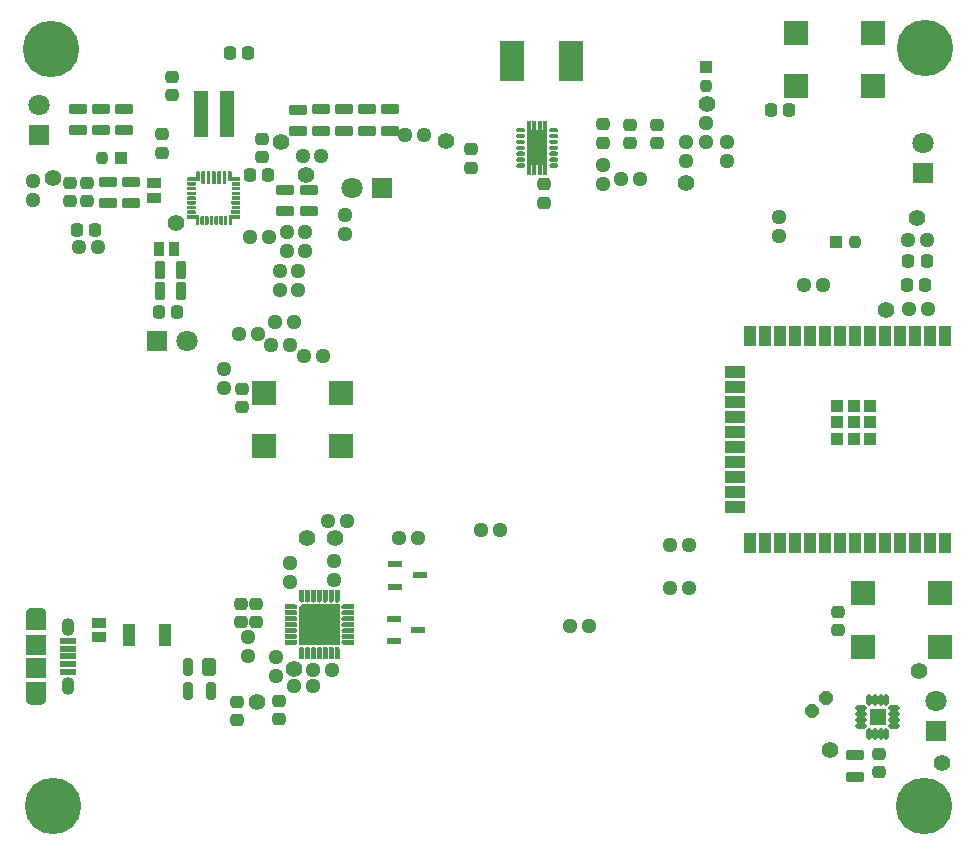
<source format=gts>
G04*
G04 #@! TF.GenerationSoftware,Altium Limited,Altium Designer,25.8.1 (18)*
G04*
G04 Layer_Color=8388736*
%FSLAX25Y25*%
%MOIN*%
G70*
G04*
G04 #@! TF.SameCoordinates,64F7C8A9-438D-4F9F-9055-C3E4DFCE694A*
G04*
G04*
G04 #@! TF.FilePolarity,Negative*
G04*
G01*
G75*
%ADD21O,0.02362X0.00945*%
G04:AMPARAMS|DCode=36|XSize=7.87mil|YSize=23.62mil|CornerRadius=1.97mil|HoleSize=0mil|Usage=FLASHONLY|Rotation=0.000|XOffset=0mil|YOffset=0mil|HoleType=Round|Shape=RoundedRectangle|*
%AMROUNDEDRECTD36*
21,1,0.00787,0.01968,0,0,0.0*
21,1,0.00394,0.02362,0,0,0.0*
1,1,0.00394,0.00197,-0.00984*
1,1,0.00394,-0.00197,-0.00984*
1,1,0.00394,-0.00197,0.00984*
1,1,0.00394,0.00197,0.00984*
%
%ADD36ROUNDEDRECTD36*%
G04:AMPARAMS|DCode=37|XSize=7.87mil|YSize=39.37mil|CornerRadius=1.97mil|HoleSize=0mil|Usage=FLASHONLY|Rotation=0.000|XOffset=0mil|YOffset=0mil|HoleType=Round|Shape=RoundedRectangle|*
%AMROUNDEDRECTD37*
21,1,0.00787,0.03543,0,0,0.0*
21,1,0.00394,0.03937,0,0,0.0*
1,1,0.00394,0.00197,-0.01772*
1,1,0.00394,-0.00197,-0.01772*
1,1,0.00394,-0.00197,0.01772*
1,1,0.00394,0.00197,0.01772*
%
%ADD37ROUNDEDRECTD37*%
G04:AMPARAMS|DCode=44|XSize=26.77mil|YSize=7.87mil|CornerRadius=1.97mil|HoleSize=0mil|Usage=FLASHONLY|Rotation=0.000|XOffset=0mil|YOffset=0mil|HoleType=Round|Shape=RoundedRectangle|*
%AMROUNDEDRECTD44*
21,1,0.02677,0.00394,0,0,0.0*
21,1,0.02284,0.00787,0,0,0.0*
1,1,0.00394,0.01142,-0.00197*
1,1,0.00394,-0.01142,-0.00197*
1,1,0.00394,-0.01142,0.00197*
1,1,0.00394,0.01142,0.00197*
%
%ADD44ROUNDEDRECTD44*%
G04:AMPARAMS|DCode=45|XSize=25.59mil|YSize=7.87mil|CornerRadius=1.97mil|HoleSize=0mil|Usage=FLASHONLY|Rotation=0.000|XOffset=0mil|YOffset=0mil|HoleType=Round|Shape=RoundedRectangle|*
%AMROUNDEDRECTD45*
21,1,0.02559,0.00394,0,0,0.0*
21,1,0.02165,0.00787,0,0,0.0*
1,1,0.00394,0.01083,-0.00197*
1,1,0.00394,-0.01083,-0.00197*
1,1,0.00394,-0.01083,0.00197*
1,1,0.00394,0.01083,0.00197*
%
%ADD45ROUNDEDRECTD45*%
G04:AMPARAMS|DCode=46|XSize=27.56mil|YSize=7.87mil|CornerRadius=1.97mil|HoleSize=0mil|Usage=FLASHONLY|Rotation=0.000|XOffset=0mil|YOffset=0mil|HoleType=Round|Shape=RoundedRectangle|*
%AMROUNDEDRECTD46*
21,1,0.02756,0.00394,0,0,0.0*
21,1,0.02362,0.00787,0,0,0.0*
1,1,0.00394,0.01181,-0.00197*
1,1,0.00394,-0.01181,-0.00197*
1,1,0.00394,-0.01181,0.00197*
1,1,0.00394,0.01181,0.00197*
%
%ADD46ROUNDEDRECTD46*%
G04:AMPARAMS|DCode=47|XSize=7.87mil|YSize=37.4mil|CornerRadius=1.97mil|HoleSize=0mil|Usage=FLASHONLY|Rotation=0.000|XOffset=0mil|YOffset=0mil|HoleType=Round|Shape=RoundedRectangle|*
%AMROUNDEDRECTD47*
21,1,0.00787,0.03347,0,0,0.0*
21,1,0.00394,0.03740,0,0,0.0*
1,1,0.00394,0.00197,-0.01673*
1,1,0.00394,-0.00197,-0.01673*
1,1,0.00394,-0.00197,0.01673*
1,1,0.00394,0.00197,0.01673*
%
%ADD47ROUNDEDRECTD47*%
G04:AMPARAMS|DCode=48|XSize=23.62mil|YSize=7.87mil|CornerRadius=1.97mil|HoleSize=0mil|Usage=FLASHONLY|Rotation=0.000|XOffset=0mil|YOffset=0mil|HoleType=Round|Shape=RoundedRectangle|*
%AMROUNDEDRECTD48*
21,1,0.02362,0.00394,0,0,0.0*
21,1,0.01968,0.00787,0,0,0.0*
1,1,0.00394,0.00984,-0.00197*
1,1,0.00394,-0.00984,-0.00197*
1,1,0.00394,-0.00984,0.00197*
1,1,0.00394,0.00984,0.00197*
%
%ADD48ROUNDEDRECTD48*%
%ADD49R,0.03900X0.07500*%
%ADD52R,0.04800X0.02200*%
%ADD55R,0.08300X0.13300*%
G04:AMPARAMS|DCode=57|XSize=43.43mil|YSize=43.43mil|CornerRadius=12.86mil|HoleSize=0mil|Usage=FLASHONLY|Rotation=270.000|XOffset=0mil|YOffset=0mil|HoleType=Round|Shape=RoundedRectangle|*
%AMROUNDEDRECTD57*
21,1,0.04343,0.01772,0,0,270.0*
21,1,0.01772,0.04343,0,0,270.0*
1,1,0.02572,-0.00886,-0.00886*
1,1,0.02572,-0.00886,0.00886*
1,1,0.02572,0.00886,0.00886*
1,1,0.02572,0.00886,-0.00886*
%
%ADD57ROUNDEDRECTD57*%
%ADD58C,0.05524*%
G04:AMPARAMS|DCode=59|XSize=43.04mil|YSize=44.61mil|CornerRadius=12.76mil|HoleSize=0mil|Usage=FLASHONLY|Rotation=270.000|XOffset=0mil|YOffset=0mil|HoleType=Round|Shape=RoundedRectangle|*
%AMROUNDEDRECTD59*
21,1,0.04304,0.01909,0,0,270.0*
21,1,0.01752,0.04461,0,0,270.0*
1,1,0.02552,-0.00955,-0.00876*
1,1,0.02552,-0.00955,0.00876*
1,1,0.02552,0.00955,0.00876*
1,1,0.02552,0.00955,-0.00876*
%
%ADD59ROUNDEDRECTD59*%
G04:AMPARAMS|DCode=60|XSize=43.43mil|YSize=43.43mil|CornerRadius=12.86mil|HoleSize=0mil|Usage=FLASHONLY|Rotation=180.000|XOffset=0mil|YOffset=0mil|HoleType=Round|Shape=RoundedRectangle|*
%AMROUNDEDRECTD60*
21,1,0.04343,0.01772,0,0,180.0*
21,1,0.01772,0.04343,0,0,180.0*
1,1,0.02572,-0.00886,0.00886*
1,1,0.02572,0.00886,0.00886*
1,1,0.02572,0.00886,-0.00886*
1,1,0.02572,-0.00886,-0.00886*
%
%ADD60ROUNDEDRECTD60*%
G04:AMPARAMS|DCode=61|XSize=31.23mil|YSize=59.18mil|CornerRadius=5.74mil|HoleSize=0mil|Usage=FLASHONLY|Rotation=180.000|XOffset=0mil|YOffset=0mil|HoleType=Round|Shape=RoundedRectangle|*
%AMROUNDEDRECTD61*
21,1,0.03123,0.04770,0,0,180.0*
21,1,0.01974,0.05918,0,0,180.0*
1,1,0.01148,-0.00987,0.02385*
1,1,0.01148,0.00987,0.02385*
1,1,0.01148,0.00987,-0.02385*
1,1,0.01148,-0.00987,-0.02385*
%
%ADD61ROUNDEDRECTD61*%
%ADD62R,0.06902X0.06706*%
%ADD63R,0.05715X0.01975*%
%ADD64R,0.03950X0.03950*%
%ADD65R,0.03950X0.03950*%
%ADD66R,0.03261X0.04737*%
%ADD67R,0.04737X0.03261*%
G04:AMPARAMS|DCode=68|XSize=43.04mil|YSize=44.61mil|CornerRadius=12.76mil|HoleSize=0mil|Usage=FLASHONLY|Rotation=180.000|XOffset=0mil|YOffset=0mil|HoleType=Round|Shape=RoundedRectangle|*
%AMROUNDEDRECTD68*
21,1,0.04304,0.01909,0,0,180.0*
21,1,0.01752,0.04461,0,0,180.0*
1,1,0.02552,-0.00876,0.00955*
1,1,0.02552,0.00876,0.00955*
1,1,0.02552,0.00876,-0.00955*
1,1,0.02552,-0.00876,-0.00955*
%
%ADD68ROUNDEDRECTD68*%
G04:AMPARAMS|DCode=69|XSize=63.12mil|YSize=35.56mil|CornerRadius=10.89mil|HoleSize=0mil|Usage=FLASHONLY|Rotation=180.000|XOffset=0mil|YOffset=0mil|HoleType=Round|Shape=RoundedRectangle|*
%AMROUNDEDRECTD69*
21,1,0.06312,0.01378,0,0,180.0*
21,1,0.04134,0.03556,0,0,180.0*
1,1,0.02178,-0.02067,0.00689*
1,1,0.02178,0.02067,0.00689*
1,1,0.02178,0.02067,-0.00689*
1,1,0.02178,-0.02067,-0.00689*
%
%ADD69ROUNDEDRECTD69*%
G04:AMPARAMS|DCode=70|XSize=63.12mil|YSize=35.56mil|CornerRadius=10.89mil|HoleSize=0mil|Usage=FLASHONLY|Rotation=90.000|XOffset=0mil|YOffset=0mil|HoleType=Round|Shape=RoundedRectangle|*
%AMROUNDEDRECTD70*
21,1,0.06312,0.01378,0,0,90.0*
21,1,0.04134,0.03556,0,0,90.0*
1,1,0.02178,0.00689,0.02067*
1,1,0.02178,0.00689,-0.02067*
1,1,0.02178,-0.00689,-0.02067*
1,1,0.02178,-0.00689,0.02067*
%
%ADD70ROUNDEDRECTD70*%
%ADD71R,0.05000X0.05000*%
%ADD72R,0.00984X0.00984*%
G04:AMPARAMS|DCode=73|XSize=19.81mil|YSize=39.5mil|CornerRadius=6.95mil|HoleSize=0mil|Usage=FLASHONLY|Rotation=90.000|XOffset=0mil|YOffset=0mil|HoleType=Round|Shape=RoundedRectangle|*
%AMROUNDEDRECTD73*
21,1,0.01981,0.02559,0,0,90.0*
21,1,0.00591,0.03950,0,0,90.0*
1,1,0.01391,0.01280,0.00295*
1,1,0.01391,0.01280,-0.00295*
1,1,0.01391,-0.01280,-0.00295*
1,1,0.01391,-0.01280,0.00295*
%
%ADD73ROUNDEDRECTD73*%
G04:AMPARAMS|DCode=74|XSize=19.81mil|YSize=39.5mil|CornerRadius=6.95mil|HoleSize=0mil|Usage=FLASHONLY|Rotation=0.000|XOffset=0mil|YOffset=0mil|HoleType=Round|Shape=RoundedRectangle|*
%AMROUNDEDRECTD74*
21,1,0.01981,0.02559,0,0,0.0*
21,1,0.00591,0.03950,0,0,0.0*
1,1,0.01391,0.00295,-0.01280*
1,1,0.01391,-0.00295,-0.01280*
1,1,0.01391,-0.00295,0.01280*
1,1,0.01391,0.00295,0.01280*
%
%ADD74ROUNDEDRECTD74*%
%ADD75R,0.05642X0.05642*%
%ADD76R,0.04343X0.04343*%
%ADD77R,0.04343X0.06706*%
%ADD78R,0.06706X0.04343*%
G04:AMPARAMS|DCode=79|XSize=5.91mil|YSize=5.91mil|CornerRadius=1.48mil|HoleSize=0mil|Usage=FLASHONLY|Rotation=0.000|XOffset=0mil|YOffset=0mil|HoleType=Round|Shape=RoundedRectangle|*
%AMROUNDEDRECTD79*
21,1,0.00591,0.00295,0,0,0.0*
21,1,0.00295,0.00591,0,0,0.0*
1,1,0.00295,0.00148,-0.00148*
1,1,0.00295,-0.00148,-0.00148*
1,1,0.00295,-0.00148,0.00148*
1,1,0.00295,0.00148,0.00148*
%
%ADD79ROUNDEDRECTD79*%
G04:AMPARAMS|DCode=80|XSize=7.48mil|YSize=7.48mil|CornerRadius=1.87mil|HoleSize=0mil|Usage=FLASHONLY|Rotation=0.000|XOffset=0mil|YOffset=0mil|HoleType=Round|Shape=RoundedRectangle|*
%AMROUNDEDRECTD80*
21,1,0.00748,0.00374,0,0,0.0*
21,1,0.00374,0.00748,0,0,0.0*
1,1,0.00374,0.00187,-0.00187*
1,1,0.00374,-0.00187,-0.00187*
1,1,0.00374,-0.00187,0.00187*
1,1,0.00374,0.00187,0.00187*
%
%ADD80ROUNDEDRECTD80*%
G04:AMPARAMS|DCode=81|XSize=43.43mil|YSize=43.43mil|CornerRadius=12.86mil|HoleSize=0mil|Usage=FLASHONLY|Rotation=315.000|XOffset=0mil|YOffset=0mil|HoleType=Round|Shape=RoundedRectangle|*
%AMROUNDEDRECTD81*
21,1,0.04343,0.01772,0,0,315.0*
21,1,0.01772,0.04343,0,0,315.0*
1,1,0.02572,0.00000,-0.01253*
1,1,0.02572,-0.01253,0.00000*
1,1,0.02572,0.00000,0.01253*
1,1,0.02572,0.01253,0.00000*
%
%ADD81ROUNDEDRECTD81*%
%ADD82R,0.04658X0.15800*%
G04:AMPARAMS|DCode=83|XSize=39.5mil|YSize=39.5mil|CornerRadius=11.87mil|HoleSize=0mil|Usage=FLASHONLY|Rotation=90.000|XOffset=0mil|YOffset=0mil|HoleType=Round|Shape=RoundedRectangle|*
%AMROUNDEDRECTD83*
21,1,0.03950,0.01575,0,0,90.0*
21,1,0.01575,0.03950,0,0,90.0*
1,1,0.02375,0.00787,0.00787*
1,1,0.02375,0.00787,-0.00787*
1,1,0.02375,-0.00787,-0.00787*
1,1,0.02375,-0.00787,0.00787*
%
%ADD83ROUNDEDRECTD83*%
G04:AMPARAMS|DCode=84|XSize=39.5mil|YSize=39.5mil|CornerRadius=11.87mil|HoleSize=0mil|Usage=FLASHONLY|Rotation=0.000|XOffset=0mil|YOffset=0mil|HoleType=Round|Shape=RoundedRectangle|*
%AMROUNDEDRECTD84*
21,1,0.03950,0.01575,0,0,0.0*
21,1,0.01575,0.03950,0,0,0.0*
1,1,0.02375,0.00787,-0.00787*
1,1,0.02375,-0.00787,-0.00787*
1,1,0.02375,-0.00787,0.00787*
1,1,0.02375,0.00787,0.00787*
%
%ADD84ROUNDEDRECTD84*%
G04:AMPARAMS|DCode=85|XSize=46.98mil|YSize=59.18mil|CornerRadius=6.92mil|HoleSize=0mil|Usage=FLASHONLY|Rotation=180.000|XOffset=0mil|YOffset=0mil|HoleType=Round|Shape=RoundedRectangle|*
%AMROUNDEDRECTD85*
21,1,0.04698,0.04534,0,0,180.0*
21,1,0.03313,0.05918,0,0,180.0*
1,1,0.01385,-0.01657,0.02267*
1,1,0.01385,0.01657,0.02267*
1,1,0.01385,0.01657,-0.02267*
1,1,0.01385,-0.01657,-0.02267*
%
%ADD85ROUNDEDRECTD85*%
%ADD86C,0.07099*%
%ADD87R,0.08280X0.08280*%
%ADD88C,0.18800*%
%ADD89O,0.06902X0.04750*%
%ADD90O,0.04300X0.05918*%
%ADD91R,0.07099X0.07099*%
%ADD92R,0.07099X0.07099*%
G36*
X177286Y222394D02*
X175947D01*
Y225446D01*
X175475D01*
Y222394D01*
X174136D01*
Y225446D01*
X173664D01*
Y222394D01*
X172325D01*
Y225446D01*
X171853D01*
Y222394D01*
X170514D01*
Y240268D01*
X171853D01*
Y237217D01*
X172325D01*
Y240268D01*
X173664D01*
Y237217D01*
X174136D01*
Y240268D01*
X175475D01*
Y237217D01*
X175947D01*
Y240268D01*
X177286D01*
Y222394D01*
D02*
G37*
G36*
X180199Y237981D02*
X180239Y237977D01*
X180278Y237969D01*
X180313Y237961D01*
X180353Y237950D01*
X180388Y237934D01*
X180424Y237922D01*
X180459Y237902D01*
X180494Y237887D01*
X180526Y237863D01*
X180561Y237843D01*
X180593Y237820D01*
X180621Y237792D01*
X180648Y237765D01*
X180676Y237737D01*
X180703Y237709D01*
X180727Y237678D01*
X180746Y237643D01*
X180770Y237611D01*
X180786Y237576D01*
X180806Y237540D01*
X180817Y237505D01*
X180833Y237469D01*
X180845Y237430D01*
X180853Y237394D01*
X180861Y237355D01*
X180865Y237316D01*
X180868Y237276D01*
Y237237D01*
Y237198D01*
X180865Y237158D01*
X180861Y237119D01*
X180853Y237080D01*
X180845Y237044D01*
X180833Y237005D01*
X180817Y236969D01*
X180806Y236934D01*
X180786Y236898D01*
X180770Y236863D01*
X180746Y236831D01*
X180727Y236796D01*
X180703Y236765D01*
X180676Y236737D01*
X180648Y236709D01*
X180621Y236682D01*
X180593Y236654D01*
X180561Y236631D01*
X180526Y236611D01*
X180494Y236587D01*
X180459Y236572D01*
X180424Y236552D01*
X180388Y236540D01*
X180353Y236524D01*
X180313Y236513D01*
X180278Y236505D01*
X180239Y236497D01*
X180199Y236493D01*
X180160Y236489D01*
X178664D01*
X178624Y236493D01*
X178585Y236497D01*
X178546Y236505D01*
X178510Y236513D01*
X178471Y236524D01*
X178435Y236540D01*
X178400Y236552D01*
X178365Y236572D01*
X178329Y236587D01*
X178298Y236611D01*
X178262Y236631D01*
X178231Y236654D01*
X178203Y236682D01*
X178176Y236709D01*
X178148Y236737D01*
X178121Y236765D01*
X178097Y236796D01*
X178077Y236831D01*
X178053Y236863D01*
X178038Y236898D01*
X178018Y236934D01*
X178006Y236969D01*
X177991Y237005D01*
X177979Y237044D01*
X177971Y237080D01*
X177963Y237119D01*
X177959Y237158D01*
X177955Y237198D01*
Y237237D01*
Y237276D01*
X177959Y237316D01*
X177963Y237355D01*
X177971Y237394D01*
X177979Y237430D01*
X177991Y237469D01*
X178006Y237505D01*
X178018Y237540D01*
X178038Y237576D01*
X178053Y237611D01*
X178077Y237643D01*
X178097Y237678D01*
X178121Y237709D01*
X178148Y237737D01*
X178176Y237765D01*
X178203Y237792D01*
X178231Y237820D01*
X178262Y237843D01*
X178298Y237863D01*
X178329Y237887D01*
X178365Y237902D01*
X178400Y237922D01*
X178435Y237934D01*
X178471Y237950D01*
X178510Y237961D01*
X178546Y237969D01*
X178585Y237977D01*
X178624Y237981D01*
X178664Y237985D01*
X180160D01*
X180199Y237981D01*
D02*
G37*
G36*
X169176D02*
X169215Y237977D01*
X169254Y237969D01*
X169290Y237961D01*
X169329Y237950D01*
X169365Y237934D01*
X169400Y237922D01*
X169435Y237902D01*
X169471Y237887D01*
X169502Y237863D01*
X169538Y237843D01*
X169569Y237820D01*
X169597Y237792D01*
X169624Y237765D01*
X169652Y237737D01*
X169679Y237709D01*
X169703Y237678D01*
X169723Y237643D01*
X169746Y237611D01*
X169762Y237576D01*
X169782Y237540D01*
X169794Y237505D01*
X169809Y237469D01*
X169821Y237430D01*
X169829Y237394D01*
X169837Y237355D01*
X169841Y237316D01*
X169845Y237276D01*
Y237237D01*
Y237198D01*
X169841Y237158D01*
X169837Y237119D01*
X169829Y237080D01*
X169821Y237044D01*
X169809Y237005D01*
X169794Y236969D01*
X169782Y236934D01*
X169762Y236898D01*
X169746Y236863D01*
X169723Y236831D01*
X169703Y236796D01*
X169679Y236765D01*
X169652Y236737D01*
X169624Y236709D01*
X169597Y236682D01*
X169569Y236654D01*
X169538Y236631D01*
X169502Y236611D01*
X169471Y236587D01*
X169435Y236572D01*
X169400Y236552D01*
X169365Y236540D01*
X169329Y236524D01*
X169290Y236513D01*
X169254Y236505D01*
X169215Y236497D01*
X169176Y236493D01*
X169136Y236489D01*
X167640D01*
X167601Y236493D01*
X167561Y236497D01*
X167522Y236505D01*
X167487Y236513D01*
X167447Y236524D01*
X167412Y236540D01*
X167376Y236552D01*
X167341Y236572D01*
X167306Y236587D01*
X167274Y236611D01*
X167239Y236631D01*
X167207Y236654D01*
X167180Y236682D01*
X167152Y236709D01*
X167124Y236737D01*
X167097Y236765D01*
X167073Y236796D01*
X167053Y236831D01*
X167030Y236863D01*
X167014Y236898D01*
X166995Y236934D01*
X166983Y236969D01*
X166967Y237005D01*
X166955Y237044D01*
X166947Y237080D01*
X166939Y237119D01*
X166935Y237158D01*
X166931Y237198D01*
Y237237D01*
Y237276D01*
X166935Y237316D01*
X166939Y237355D01*
X166947Y237394D01*
X166955Y237430D01*
X166967Y237469D01*
X166983Y237505D01*
X166995Y237540D01*
X167014Y237576D01*
X167030Y237611D01*
X167053Y237643D01*
X167073Y237678D01*
X167097Y237709D01*
X167124Y237737D01*
X167152Y237765D01*
X167180Y237792D01*
X167207Y237820D01*
X167239Y237843D01*
X167274Y237863D01*
X167306Y237887D01*
X167341Y237902D01*
X167376Y237922D01*
X167412Y237934D01*
X167447Y237950D01*
X167487Y237961D01*
X167522Y237969D01*
X167561Y237977D01*
X167601Y237981D01*
X167640Y237985D01*
X169136D01*
X169176Y237981D01*
D02*
G37*
G36*
X180199Y236013D02*
X180239Y236009D01*
X180278Y236001D01*
X180313Y235993D01*
X180353Y235981D01*
X180388Y235965D01*
X180424Y235953D01*
X180459Y235934D01*
X180494Y235918D01*
X180526Y235894D01*
X180561Y235875D01*
X180593Y235851D01*
X180621Y235824D01*
X180648Y235796D01*
X180676Y235769D01*
X180703Y235741D01*
X180727Y235710D01*
X180746Y235674D01*
X180770Y235643D01*
X180786Y235607D01*
X180806Y235572D01*
X180817Y235536D01*
X180833Y235501D01*
X180845Y235461D01*
X180853Y235426D01*
X180861Y235387D01*
X180865Y235347D01*
X180868Y235308D01*
Y235268D01*
Y235229D01*
X180865Y235190D01*
X180861Y235150D01*
X180853Y235111D01*
X180845Y235076D01*
X180833Y235036D01*
X180817Y235001D01*
X180806Y234965D01*
X180786Y234930D01*
X180770Y234894D01*
X180746Y234863D01*
X180727Y234828D01*
X180703Y234796D01*
X180676Y234769D01*
X180648Y234741D01*
X180621Y234713D01*
X180593Y234686D01*
X180561Y234662D01*
X180526Y234643D01*
X180494Y234619D01*
X180459Y234603D01*
X180424Y234583D01*
X180388Y234572D01*
X180353Y234556D01*
X180313Y234544D01*
X180278Y234536D01*
X180239Y234528D01*
X180199Y234524D01*
X180160Y234521D01*
X178664D01*
X178624Y234524D01*
X178585Y234528D01*
X178546Y234536D01*
X178510Y234544D01*
X178471Y234556D01*
X178435Y234572D01*
X178400Y234583D01*
X178365Y234603D01*
X178329Y234619D01*
X178298Y234643D01*
X178262Y234662D01*
X178231Y234686D01*
X178203Y234713D01*
X178176Y234741D01*
X178148Y234769D01*
X178121Y234796D01*
X178097Y234828D01*
X178077Y234863D01*
X178053Y234894D01*
X178038Y234930D01*
X178018Y234965D01*
X178006Y235001D01*
X177991Y235036D01*
X177979Y235076D01*
X177971Y235111D01*
X177963Y235150D01*
X177959Y235190D01*
X177955Y235229D01*
Y235268D01*
Y235308D01*
X177959Y235347D01*
X177963Y235387D01*
X177971Y235426D01*
X177979Y235461D01*
X177991Y235501D01*
X178006Y235536D01*
X178018Y235572D01*
X178038Y235607D01*
X178053Y235643D01*
X178077Y235674D01*
X178097Y235710D01*
X178121Y235741D01*
X178148Y235769D01*
X178176Y235796D01*
X178203Y235824D01*
X178231Y235851D01*
X178262Y235875D01*
X178298Y235894D01*
X178329Y235918D01*
X178365Y235934D01*
X178400Y235953D01*
X178435Y235965D01*
X178471Y235981D01*
X178510Y235993D01*
X178546Y236001D01*
X178585Y236009D01*
X178624Y236013D01*
X178664Y236017D01*
X180160D01*
X180199Y236013D01*
D02*
G37*
G36*
X169176D02*
X169215Y236009D01*
X169254Y236001D01*
X169290Y235993D01*
X169329Y235981D01*
X169365Y235965D01*
X169400Y235953D01*
X169435Y235934D01*
X169471Y235918D01*
X169502Y235894D01*
X169538Y235875D01*
X169569Y235851D01*
X169597Y235824D01*
X169624Y235796D01*
X169652Y235769D01*
X169679Y235741D01*
X169703Y235710D01*
X169723Y235674D01*
X169746Y235643D01*
X169762Y235607D01*
X169782Y235572D01*
X169794Y235536D01*
X169809Y235501D01*
X169821Y235461D01*
X169829Y235426D01*
X169837Y235387D01*
X169841Y235347D01*
X169845Y235308D01*
Y235268D01*
Y235229D01*
X169841Y235190D01*
X169837Y235150D01*
X169829Y235111D01*
X169821Y235076D01*
X169809Y235036D01*
X169794Y235001D01*
X169782Y234965D01*
X169762Y234930D01*
X169746Y234894D01*
X169723Y234863D01*
X169703Y234828D01*
X169679Y234796D01*
X169652Y234769D01*
X169624Y234741D01*
X169597Y234713D01*
X169569Y234686D01*
X169538Y234662D01*
X169502Y234643D01*
X169471Y234619D01*
X169435Y234603D01*
X169400Y234583D01*
X169365Y234572D01*
X169329Y234556D01*
X169290Y234544D01*
X169254Y234536D01*
X169215Y234528D01*
X169176Y234524D01*
X169136Y234521D01*
X167640D01*
X167601Y234524D01*
X167561Y234528D01*
X167522Y234536D01*
X167487Y234544D01*
X167447Y234556D01*
X167412Y234572D01*
X167376Y234583D01*
X167341Y234603D01*
X167306Y234619D01*
X167274Y234643D01*
X167239Y234662D01*
X167207Y234686D01*
X167180Y234713D01*
X167152Y234741D01*
X167124Y234769D01*
X167097Y234796D01*
X167073Y234828D01*
X167053Y234863D01*
X167030Y234894D01*
X167014Y234930D01*
X166995Y234965D01*
X166983Y235001D01*
X166967Y235036D01*
X166955Y235076D01*
X166947Y235111D01*
X166939Y235150D01*
X166935Y235190D01*
X166931Y235229D01*
Y235268D01*
Y235308D01*
X166935Y235347D01*
X166939Y235387D01*
X166947Y235426D01*
X166955Y235461D01*
X166967Y235501D01*
X166983Y235536D01*
X166995Y235572D01*
X167014Y235607D01*
X167030Y235643D01*
X167053Y235674D01*
X167073Y235710D01*
X167097Y235741D01*
X167124Y235769D01*
X167152Y235796D01*
X167180Y235824D01*
X167207Y235851D01*
X167239Y235875D01*
X167274Y235894D01*
X167306Y235918D01*
X167341Y235934D01*
X167376Y235953D01*
X167412Y235965D01*
X167447Y235981D01*
X167487Y235993D01*
X167522Y236001D01*
X167561Y236009D01*
X167601Y236013D01*
X167640Y236017D01*
X169136D01*
X169176Y236013D01*
D02*
G37*
G36*
X180199Y234044D02*
X180239Y234040D01*
X180278Y234032D01*
X180313Y234024D01*
X180353Y234013D01*
X180388Y233997D01*
X180424Y233985D01*
X180459Y233965D01*
X180494Y233950D01*
X180526Y233926D01*
X180561Y233906D01*
X180593Y233883D01*
X180621Y233855D01*
X180648Y233828D01*
X180676Y233800D01*
X180703Y233772D01*
X180727Y233741D01*
X180746Y233705D01*
X180770Y233674D01*
X180786Y233639D01*
X180806Y233603D01*
X180817Y233568D01*
X180833Y233532D01*
X180845Y233493D01*
X180853Y233457D01*
X180861Y233418D01*
X180865Y233379D01*
X180868Y233339D01*
Y233300D01*
Y233261D01*
X180865Y233221D01*
X180861Y233182D01*
X180853Y233142D01*
X180845Y233107D01*
X180833Y233068D01*
X180817Y233032D01*
X180806Y232997D01*
X180786Y232961D01*
X180770Y232926D01*
X180746Y232894D01*
X180727Y232859D01*
X180703Y232828D01*
X180676Y232800D01*
X180648Y232772D01*
X180621Y232745D01*
X180593Y232717D01*
X180561Y232694D01*
X180526Y232674D01*
X180494Y232650D01*
X180459Y232635D01*
X180424Y232615D01*
X180388Y232603D01*
X180353Y232587D01*
X180313Y232576D01*
X180278Y232568D01*
X180239Y232560D01*
X180199Y232556D01*
X180160Y232552D01*
X178664D01*
X178624Y232556D01*
X178585Y232560D01*
X178546Y232568D01*
X178510Y232576D01*
X178471Y232587D01*
X178435Y232603D01*
X178400Y232615D01*
X178365Y232635D01*
X178329Y232650D01*
X178298Y232674D01*
X178262Y232694D01*
X178231Y232717D01*
X178203Y232745D01*
X178176Y232772D01*
X178148Y232800D01*
X178121Y232828D01*
X178097Y232859D01*
X178077Y232894D01*
X178053Y232926D01*
X178038Y232961D01*
X178018Y232997D01*
X178006Y233032D01*
X177991Y233068D01*
X177979Y233107D01*
X177971Y233142D01*
X177963Y233182D01*
X177959Y233221D01*
X177955Y233261D01*
Y233300D01*
Y233339D01*
X177959Y233379D01*
X177963Y233418D01*
X177971Y233457D01*
X177979Y233493D01*
X177991Y233532D01*
X178006Y233568D01*
X178018Y233603D01*
X178038Y233639D01*
X178053Y233674D01*
X178077Y233705D01*
X178097Y233741D01*
X178121Y233772D01*
X178148Y233800D01*
X178176Y233828D01*
X178203Y233855D01*
X178231Y233883D01*
X178262Y233906D01*
X178298Y233926D01*
X178329Y233950D01*
X178365Y233965D01*
X178400Y233985D01*
X178435Y233997D01*
X178471Y234013D01*
X178510Y234024D01*
X178546Y234032D01*
X178585Y234040D01*
X178624Y234044D01*
X178664Y234048D01*
X180160D01*
X180199Y234044D01*
D02*
G37*
G36*
X169176D02*
X169215Y234040D01*
X169254Y234032D01*
X169290Y234024D01*
X169329Y234013D01*
X169365Y233997D01*
X169400Y233985D01*
X169435Y233965D01*
X169471Y233950D01*
X169502Y233926D01*
X169538Y233906D01*
X169569Y233883D01*
X169597Y233855D01*
X169624Y233828D01*
X169652Y233800D01*
X169679Y233772D01*
X169703Y233741D01*
X169723Y233705D01*
X169746Y233674D01*
X169762Y233639D01*
X169782Y233603D01*
X169794Y233568D01*
X169809Y233532D01*
X169821Y233493D01*
X169829Y233457D01*
X169837Y233418D01*
X169841Y233379D01*
X169845Y233339D01*
Y233300D01*
Y233261D01*
X169841Y233221D01*
X169837Y233182D01*
X169829Y233142D01*
X169821Y233107D01*
X169809Y233068D01*
X169794Y233032D01*
X169782Y232997D01*
X169762Y232961D01*
X169746Y232926D01*
X169723Y232894D01*
X169703Y232859D01*
X169679Y232828D01*
X169652Y232800D01*
X169624Y232772D01*
X169597Y232745D01*
X169569Y232717D01*
X169538Y232694D01*
X169502Y232674D01*
X169471Y232650D01*
X169435Y232635D01*
X169400Y232615D01*
X169365Y232603D01*
X169329Y232587D01*
X169290Y232576D01*
X169254Y232568D01*
X169215Y232560D01*
X169176Y232556D01*
X169136Y232552D01*
X167640D01*
X167601Y232556D01*
X167561Y232560D01*
X167522Y232568D01*
X167487Y232576D01*
X167447Y232587D01*
X167412Y232603D01*
X167376Y232615D01*
X167341Y232635D01*
X167306Y232650D01*
X167274Y232674D01*
X167239Y232694D01*
X167207Y232717D01*
X167180Y232745D01*
X167152Y232772D01*
X167124Y232800D01*
X167097Y232828D01*
X167073Y232859D01*
X167053Y232894D01*
X167030Y232926D01*
X167014Y232961D01*
X166995Y232997D01*
X166983Y233032D01*
X166967Y233068D01*
X166955Y233107D01*
X166947Y233142D01*
X166939Y233182D01*
X166935Y233221D01*
X166931Y233261D01*
Y233300D01*
Y233339D01*
X166935Y233379D01*
X166939Y233418D01*
X166947Y233457D01*
X166955Y233493D01*
X166967Y233532D01*
X166983Y233568D01*
X166995Y233603D01*
X167014Y233639D01*
X167030Y233674D01*
X167053Y233705D01*
X167073Y233741D01*
X167097Y233772D01*
X167124Y233800D01*
X167152Y233828D01*
X167180Y233855D01*
X167207Y233883D01*
X167239Y233906D01*
X167274Y233926D01*
X167306Y233950D01*
X167341Y233965D01*
X167376Y233985D01*
X167412Y233997D01*
X167447Y234013D01*
X167487Y234024D01*
X167522Y234032D01*
X167561Y234040D01*
X167601Y234044D01*
X167640Y234048D01*
X169136D01*
X169176Y234044D01*
D02*
G37*
G36*
X180199Y232076D02*
X180239Y232072D01*
X180278Y232064D01*
X180313Y232056D01*
X180353Y232044D01*
X180388Y232028D01*
X180424Y232016D01*
X180459Y231997D01*
X180494Y231981D01*
X180526Y231958D01*
X180561Y231938D01*
X180593Y231914D01*
X180621Y231887D01*
X180648Y231859D01*
X180676Y231832D01*
X180703Y231804D01*
X180727Y231772D01*
X180746Y231737D01*
X180770Y231705D01*
X180786Y231670D01*
X180806Y231635D01*
X180817Y231599D01*
X180833Y231564D01*
X180845Y231524D01*
X180853Y231489D01*
X180861Y231450D01*
X180865Y231410D01*
X180868Y231371D01*
Y231331D01*
Y231292D01*
X180865Y231253D01*
X180861Y231213D01*
X180853Y231174D01*
X180845Y231139D01*
X180833Y231099D01*
X180817Y231064D01*
X180806Y231028D01*
X180786Y230993D01*
X180770Y230958D01*
X180746Y230926D01*
X180727Y230891D01*
X180703Y230859D01*
X180676Y230832D01*
X180648Y230804D01*
X180621Y230776D01*
X180593Y230749D01*
X180561Y230725D01*
X180526Y230705D01*
X180494Y230682D01*
X180459Y230666D01*
X180424Y230646D01*
X180388Y230635D01*
X180353Y230619D01*
X180313Y230607D01*
X180278Y230599D01*
X180239Y230591D01*
X180199Y230587D01*
X180160Y230584D01*
X178664D01*
X178624Y230587D01*
X178585Y230591D01*
X178546Y230599D01*
X178510Y230607D01*
X178471Y230619D01*
X178435Y230635D01*
X178400Y230646D01*
X178365Y230666D01*
X178329Y230682D01*
X178298Y230705D01*
X178262Y230725D01*
X178231Y230749D01*
X178203Y230776D01*
X178176Y230804D01*
X178148Y230832D01*
X178121Y230859D01*
X178097Y230891D01*
X178077Y230926D01*
X178053Y230958D01*
X178038Y230993D01*
X178018Y231028D01*
X178006Y231064D01*
X177991Y231099D01*
X177979Y231139D01*
X177971Y231174D01*
X177963Y231213D01*
X177959Y231253D01*
X177955Y231292D01*
Y231331D01*
Y231371D01*
X177959Y231410D01*
X177963Y231450D01*
X177971Y231489D01*
X177979Y231524D01*
X177991Y231564D01*
X178006Y231599D01*
X178018Y231635D01*
X178038Y231670D01*
X178053Y231705D01*
X178077Y231737D01*
X178097Y231772D01*
X178121Y231804D01*
X178148Y231832D01*
X178176Y231859D01*
X178203Y231887D01*
X178231Y231914D01*
X178262Y231938D01*
X178298Y231958D01*
X178329Y231981D01*
X178365Y231997D01*
X178400Y232016D01*
X178435Y232028D01*
X178471Y232044D01*
X178510Y232056D01*
X178546Y232064D01*
X178585Y232072D01*
X178624Y232076D01*
X178664Y232080D01*
X180160D01*
X180199Y232076D01*
D02*
G37*
G36*
X169176D02*
X169215Y232072D01*
X169254Y232064D01*
X169290Y232056D01*
X169329Y232044D01*
X169365Y232028D01*
X169400Y232016D01*
X169435Y231997D01*
X169471Y231981D01*
X169502Y231958D01*
X169538Y231938D01*
X169569Y231914D01*
X169597Y231887D01*
X169624Y231859D01*
X169652Y231832D01*
X169679Y231804D01*
X169703Y231772D01*
X169723Y231737D01*
X169746Y231705D01*
X169762Y231670D01*
X169782Y231635D01*
X169794Y231599D01*
X169809Y231564D01*
X169821Y231524D01*
X169829Y231489D01*
X169837Y231450D01*
X169841Y231410D01*
X169845Y231371D01*
Y231331D01*
Y231292D01*
X169841Y231253D01*
X169837Y231213D01*
X169829Y231174D01*
X169821Y231139D01*
X169809Y231099D01*
X169794Y231064D01*
X169782Y231028D01*
X169762Y230993D01*
X169746Y230958D01*
X169723Y230926D01*
X169703Y230891D01*
X169679Y230859D01*
X169652Y230832D01*
X169624Y230804D01*
X169597Y230776D01*
X169569Y230749D01*
X169538Y230725D01*
X169502Y230705D01*
X169471Y230682D01*
X169435Y230666D01*
X169400Y230646D01*
X169365Y230635D01*
X169329Y230619D01*
X169290Y230607D01*
X169254Y230599D01*
X169215Y230591D01*
X169176Y230587D01*
X169136Y230584D01*
X167640D01*
X167601Y230587D01*
X167561Y230591D01*
X167522Y230599D01*
X167487Y230607D01*
X167447Y230619D01*
X167412Y230635D01*
X167376Y230646D01*
X167341Y230666D01*
X167306Y230682D01*
X167274Y230705D01*
X167239Y230725D01*
X167207Y230749D01*
X167180Y230776D01*
X167152Y230804D01*
X167124Y230832D01*
X167097Y230859D01*
X167073Y230891D01*
X167053Y230926D01*
X167030Y230958D01*
X167014Y230993D01*
X166995Y231028D01*
X166983Y231064D01*
X166967Y231099D01*
X166955Y231139D01*
X166947Y231174D01*
X166939Y231213D01*
X166935Y231253D01*
X166931Y231292D01*
Y231331D01*
Y231371D01*
X166935Y231410D01*
X166939Y231450D01*
X166947Y231489D01*
X166955Y231524D01*
X166967Y231564D01*
X166983Y231599D01*
X166995Y231635D01*
X167014Y231670D01*
X167030Y231705D01*
X167053Y231737D01*
X167073Y231772D01*
X167097Y231804D01*
X167124Y231832D01*
X167152Y231859D01*
X167180Y231887D01*
X167207Y231914D01*
X167239Y231938D01*
X167274Y231958D01*
X167306Y231981D01*
X167341Y231997D01*
X167376Y232016D01*
X167412Y232028D01*
X167447Y232044D01*
X167487Y232056D01*
X167522Y232064D01*
X167561Y232072D01*
X167601Y232076D01*
X167640Y232080D01*
X169136D01*
X169176Y232076D01*
D02*
G37*
G36*
X180199Y230107D02*
X180239Y230103D01*
X180278Y230095D01*
X180313Y230087D01*
X180353Y230076D01*
X180388Y230060D01*
X180424Y230048D01*
X180459Y230028D01*
X180494Y230013D01*
X180526Y229989D01*
X180561Y229969D01*
X180593Y229946D01*
X180621Y229918D01*
X180648Y229891D01*
X180676Y229863D01*
X180703Y229835D01*
X180727Y229804D01*
X180746Y229768D01*
X180770Y229737D01*
X180786Y229702D01*
X180806Y229666D01*
X180817Y229631D01*
X180833Y229595D01*
X180845Y229556D01*
X180853Y229521D01*
X180861Y229481D01*
X180865Y229442D01*
X180868Y229402D01*
Y229363D01*
Y229324D01*
X180865Y229284D01*
X180861Y229245D01*
X180853Y229205D01*
X180845Y229170D01*
X180833Y229131D01*
X180817Y229095D01*
X180806Y229060D01*
X180786Y229024D01*
X180770Y228989D01*
X180746Y228958D01*
X180727Y228922D01*
X180703Y228891D01*
X180676Y228863D01*
X180648Y228835D01*
X180621Y228808D01*
X180593Y228780D01*
X180561Y228757D01*
X180526Y228737D01*
X180494Y228713D01*
X180459Y228698D01*
X180424Y228678D01*
X180388Y228666D01*
X180353Y228650D01*
X180313Y228639D01*
X180278Y228631D01*
X180239Y228623D01*
X180199Y228619D01*
X180160Y228615D01*
X178664D01*
X178624Y228619D01*
X178585Y228623D01*
X178546Y228631D01*
X178510Y228639D01*
X178471Y228650D01*
X178435Y228666D01*
X178400Y228678D01*
X178365Y228698D01*
X178329Y228713D01*
X178298Y228737D01*
X178262Y228757D01*
X178231Y228780D01*
X178203Y228808D01*
X178176Y228835D01*
X178148Y228863D01*
X178121Y228891D01*
X178097Y228922D01*
X178077Y228958D01*
X178053Y228989D01*
X178038Y229024D01*
X178018Y229060D01*
X178006Y229095D01*
X177991Y229131D01*
X177979Y229170D01*
X177971Y229205D01*
X177963Y229245D01*
X177959Y229284D01*
X177955Y229324D01*
Y229363D01*
Y229402D01*
X177959Y229442D01*
X177963Y229481D01*
X177971Y229521D01*
X177979Y229556D01*
X177991Y229595D01*
X178006Y229631D01*
X178018Y229666D01*
X178038Y229702D01*
X178053Y229737D01*
X178077Y229768D01*
X178097Y229804D01*
X178121Y229835D01*
X178148Y229863D01*
X178176Y229891D01*
X178203Y229918D01*
X178231Y229946D01*
X178262Y229969D01*
X178298Y229989D01*
X178329Y230013D01*
X178365Y230028D01*
X178400Y230048D01*
X178435Y230060D01*
X178471Y230076D01*
X178510Y230087D01*
X178546Y230095D01*
X178585Y230103D01*
X178624Y230107D01*
X178664Y230111D01*
X180160D01*
X180199Y230107D01*
D02*
G37*
G36*
X169176D02*
X169215Y230103D01*
X169254Y230095D01*
X169290Y230087D01*
X169329Y230076D01*
X169365Y230060D01*
X169400Y230048D01*
X169435Y230028D01*
X169471Y230013D01*
X169502Y229989D01*
X169538Y229969D01*
X169569Y229946D01*
X169597Y229918D01*
X169624Y229891D01*
X169652Y229863D01*
X169679Y229835D01*
X169703Y229804D01*
X169723Y229768D01*
X169746Y229737D01*
X169762Y229702D01*
X169782Y229666D01*
X169794Y229631D01*
X169809Y229595D01*
X169821Y229556D01*
X169829Y229521D01*
X169837Y229481D01*
X169841Y229442D01*
X169845Y229402D01*
Y229363D01*
Y229324D01*
X169841Y229284D01*
X169837Y229245D01*
X169829Y229205D01*
X169821Y229170D01*
X169809Y229131D01*
X169794Y229095D01*
X169782Y229060D01*
X169762Y229024D01*
X169746Y228989D01*
X169723Y228958D01*
X169703Y228922D01*
X169679Y228891D01*
X169652Y228863D01*
X169624Y228835D01*
X169597Y228808D01*
X169569Y228780D01*
X169538Y228757D01*
X169502Y228737D01*
X169471Y228713D01*
X169435Y228698D01*
X169400Y228678D01*
X169365Y228666D01*
X169329Y228650D01*
X169290Y228639D01*
X169254Y228631D01*
X169215Y228623D01*
X169176Y228619D01*
X169136Y228615D01*
X167640D01*
X167601Y228619D01*
X167561Y228623D01*
X167522Y228631D01*
X167487Y228639D01*
X167447Y228650D01*
X167412Y228666D01*
X167376Y228678D01*
X167341Y228698D01*
X167306Y228713D01*
X167274Y228737D01*
X167239Y228757D01*
X167207Y228780D01*
X167180Y228808D01*
X167152Y228835D01*
X167124Y228863D01*
X167097Y228891D01*
X167073Y228922D01*
X167053Y228958D01*
X167030Y228989D01*
X167014Y229024D01*
X166995Y229060D01*
X166983Y229095D01*
X166967Y229131D01*
X166955Y229170D01*
X166947Y229205D01*
X166939Y229245D01*
X166935Y229284D01*
X166931Y229324D01*
Y229363D01*
Y229402D01*
X166935Y229442D01*
X166939Y229481D01*
X166947Y229521D01*
X166955Y229556D01*
X166967Y229595D01*
X166983Y229631D01*
X166995Y229666D01*
X167014Y229702D01*
X167030Y229737D01*
X167053Y229768D01*
X167073Y229804D01*
X167097Y229835D01*
X167124Y229863D01*
X167152Y229891D01*
X167180Y229918D01*
X167207Y229946D01*
X167239Y229969D01*
X167274Y229989D01*
X167306Y230013D01*
X167341Y230028D01*
X167376Y230048D01*
X167412Y230060D01*
X167447Y230076D01*
X167487Y230087D01*
X167522Y230095D01*
X167561Y230103D01*
X167601Y230107D01*
X167640Y230111D01*
X169136D01*
X169176Y230107D01*
D02*
G37*
G36*
X180199Y228139D02*
X180239Y228135D01*
X180278Y228127D01*
X180313Y228119D01*
X180353Y228107D01*
X180388Y228091D01*
X180424Y228080D01*
X180459Y228060D01*
X180494Y228044D01*
X180526Y228021D01*
X180561Y228001D01*
X180593Y227977D01*
X180621Y227950D01*
X180648Y227922D01*
X180676Y227894D01*
X180703Y227867D01*
X180727Y227835D01*
X180746Y227800D01*
X180770Y227768D01*
X180786Y227733D01*
X180806Y227698D01*
X180817Y227662D01*
X180833Y227627D01*
X180845Y227587D01*
X180853Y227552D01*
X180861Y227513D01*
X180865Y227473D01*
X180868Y227434D01*
Y227395D01*
Y227355D01*
X180865Y227316D01*
X180861Y227276D01*
X180853Y227237D01*
X180845Y227202D01*
X180833Y227162D01*
X180817Y227127D01*
X180806Y227091D01*
X180786Y227056D01*
X180770Y227021D01*
X180746Y226989D01*
X180727Y226954D01*
X180703Y226922D01*
X180676Y226894D01*
X180648Y226867D01*
X180621Y226839D01*
X180593Y226812D01*
X180561Y226788D01*
X180526Y226768D01*
X180494Y226745D01*
X180459Y226729D01*
X180424Y226710D01*
X180388Y226698D01*
X180353Y226682D01*
X180313Y226670D01*
X180278Y226662D01*
X180239Y226654D01*
X180199Y226650D01*
X180160Y226646D01*
X178664D01*
X178624Y226650D01*
X178585Y226654D01*
X178546Y226662D01*
X178510Y226670D01*
X178471Y226682D01*
X178435Y226698D01*
X178400Y226710D01*
X178365Y226729D01*
X178329Y226745D01*
X178298Y226768D01*
X178262Y226788D01*
X178231Y226812D01*
X178203Y226839D01*
X178176Y226867D01*
X178148Y226894D01*
X178121Y226922D01*
X178097Y226954D01*
X178077Y226989D01*
X178053Y227021D01*
X178038Y227056D01*
X178018Y227091D01*
X178006Y227127D01*
X177991Y227162D01*
X177979Y227202D01*
X177971Y227237D01*
X177963Y227276D01*
X177959Y227316D01*
X177955Y227355D01*
Y227395D01*
Y227434D01*
X177959Y227473D01*
X177963Y227513D01*
X177971Y227552D01*
X177979Y227587D01*
X177991Y227627D01*
X178006Y227662D01*
X178018Y227698D01*
X178038Y227733D01*
X178053Y227768D01*
X178077Y227800D01*
X178097Y227835D01*
X178121Y227867D01*
X178148Y227894D01*
X178176Y227922D01*
X178203Y227950D01*
X178231Y227977D01*
X178262Y228001D01*
X178298Y228021D01*
X178329Y228044D01*
X178365Y228060D01*
X178400Y228080D01*
X178435Y228091D01*
X178471Y228107D01*
X178510Y228119D01*
X178546Y228127D01*
X178585Y228135D01*
X178624Y228139D01*
X178664Y228142D01*
X180160D01*
X180199Y228139D01*
D02*
G37*
G36*
X169176D02*
X169215Y228135D01*
X169254Y228127D01*
X169290Y228119D01*
X169329Y228107D01*
X169365Y228091D01*
X169400Y228080D01*
X169435Y228060D01*
X169471Y228044D01*
X169502Y228021D01*
X169538Y228001D01*
X169569Y227977D01*
X169597Y227950D01*
X169624Y227922D01*
X169652Y227894D01*
X169679Y227867D01*
X169703Y227835D01*
X169723Y227800D01*
X169746Y227768D01*
X169762Y227733D01*
X169782Y227698D01*
X169794Y227662D01*
X169809Y227627D01*
X169821Y227587D01*
X169829Y227552D01*
X169837Y227513D01*
X169841Y227473D01*
X169845Y227434D01*
Y227395D01*
Y227355D01*
X169841Y227316D01*
X169837Y227276D01*
X169829Y227237D01*
X169821Y227202D01*
X169809Y227162D01*
X169794Y227127D01*
X169782Y227091D01*
X169762Y227056D01*
X169746Y227021D01*
X169723Y226989D01*
X169703Y226954D01*
X169679Y226922D01*
X169652Y226894D01*
X169624Y226867D01*
X169597Y226839D01*
X169569Y226812D01*
X169538Y226788D01*
X169502Y226768D01*
X169471Y226745D01*
X169435Y226729D01*
X169400Y226710D01*
X169365Y226698D01*
X169329Y226682D01*
X169290Y226670D01*
X169254Y226662D01*
X169215Y226654D01*
X169176Y226650D01*
X169136Y226646D01*
X167640D01*
X167601Y226650D01*
X167561Y226654D01*
X167522Y226662D01*
X167487Y226670D01*
X167447Y226682D01*
X167412Y226698D01*
X167376Y226710D01*
X167341Y226729D01*
X167306Y226745D01*
X167274Y226768D01*
X167239Y226788D01*
X167207Y226812D01*
X167180Y226839D01*
X167152Y226867D01*
X167124Y226894D01*
X167097Y226922D01*
X167073Y226954D01*
X167053Y226989D01*
X167030Y227021D01*
X167014Y227056D01*
X166995Y227091D01*
X166983Y227127D01*
X166967Y227162D01*
X166955Y227202D01*
X166947Y227237D01*
X166939Y227276D01*
X166935Y227316D01*
X166931Y227355D01*
Y227395D01*
Y227434D01*
X166935Y227473D01*
X166939Y227513D01*
X166947Y227552D01*
X166955Y227587D01*
X166967Y227627D01*
X166983Y227662D01*
X166995Y227698D01*
X167014Y227733D01*
X167030Y227768D01*
X167053Y227800D01*
X167073Y227835D01*
X167097Y227867D01*
X167124Y227894D01*
X167152Y227922D01*
X167180Y227950D01*
X167207Y227977D01*
X167239Y228001D01*
X167274Y228021D01*
X167306Y228044D01*
X167341Y228060D01*
X167376Y228080D01*
X167412Y228091D01*
X167447Y228107D01*
X167487Y228119D01*
X167522Y228127D01*
X167561Y228135D01*
X167601Y228139D01*
X167640Y228142D01*
X169136D01*
X169176Y228139D01*
D02*
G37*
G36*
X180199Y226170D02*
X180239Y226166D01*
X180278Y226158D01*
X180313Y226150D01*
X180353Y226139D01*
X180388Y226123D01*
X180424Y226111D01*
X180459Y226091D01*
X180494Y226076D01*
X180526Y226052D01*
X180561Y226032D01*
X180593Y226009D01*
X180621Y225981D01*
X180648Y225954D01*
X180676Y225926D01*
X180703Y225898D01*
X180727Y225867D01*
X180746Y225832D01*
X180770Y225800D01*
X180786Y225765D01*
X180806Y225729D01*
X180817Y225694D01*
X180833Y225658D01*
X180845Y225619D01*
X180853Y225584D01*
X180861Y225544D01*
X180865Y225505D01*
X180868Y225465D01*
Y225426D01*
Y225387D01*
X180865Y225347D01*
X180861Y225308D01*
X180853Y225269D01*
X180845Y225233D01*
X180833Y225194D01*
X180817Y225158D01*
X180806Y225123D01*
X180786Y225087D01*
X180770Y225052D01*
X180746Y225021D01*
X180727Y224985D01*
X180703Y224954D01*
X180676Y224926D01*
X180648Y224898D01*
X180621Y224871D01*
X180593Y224843D01*
X180561Y224820D01*
X180526Y224800D01*
X180494Y224776D01*
X180459Y224761D01*
X180424Y224741D01*
X180388Y224729D01*
X180353Y224713D01*
X180313Y224702D01*
X180278Y224694D01*
X180239Y224686D01*
X180199Y224682D01*
X180160Y224678D01*
X178664D01*
X178624Y224682D01*
X178585Y224686D01*
X178546Y224694D01*
X178510Y224702D01*
X178471Y224713D01*
X178435Y224729D01*
X178400Y224741D01*
X178365Y224761D01*
X178329Y224776D01*
X178298Y224800D01*
X178262Y224820D01*
X178231Y224843D01*
X178203Y224871D01*
X178176Y224898D01*
X178148Y224926D01*
X178121Y224954D01*
X178097Y224985D01*
X178077Y225021D01*
X178053Y225052D01*
X178038Y225087D01*
X178018Y225123D01*
X178006Y225158D01*
X177991Y225194D01*
X177979Y225233D01*
X177971Y225269D01*
X177963Y225308D01*
X177959Y225347D01*
X177955Y225387D01*
Y225426D01*
Y225465D01*
X177959Y225505D01*
X177963Y225544D01*
X177971Y225584D01*
X177979Y225619D01*
X177991Y225658D01*
X178006Y225694D01*
X178018Y225729D01*
X178038Y225765D01*
X178053Y225800D01*
X178077Y225832D01*
X178097Y225867D01*
X178121Y225898D01*
X178148Y225926D01*
X178176Y225954D01*
X178203Y225981D01*
X178231Y226009D01*
X178262Y226032D01*
X178298Y226052D01*
X178329Y226076D01*
X178365Y226091D01*
X178400Y226111D01*
X178435Y226123D01*
X178471Y226139D01*
X178510Y226150D01*
X178546Y226158D01*
X178585Y226166D01*
X178624Y226170D01*
X178664Y226174D01*
X180160D01*
X180199Y226170D01*
D02*
G37*
G36*
X169176D02*
X169215Y226166D01*
X169254Y226158D01*
X169290Y226150D01*
X169329Y226139D01*
X169365Y226123D01*
X169400Y226111D01*
X169435Y226091D01*
X169471Y226076D01*
X169502Y226052D01*
X169538Y226032D01*
X169569Y226009D01*
X169597Y225981D01*
X169624Y225954D01*
X169652Y225926D01*
X169679Y225898D01*
X169703Y225867D01*
X169723Y225832D01*
X169746Y225800D01*
X169762Y225765D01*
X169782Y225729D01*
X169794Y225694D01*
X169809Y225658D01*
X169821Y225619D01*
X169829Y225584D01*
X169837Y225544D01*
X169841Y225505D01*
X169845Y225465D01*
Y225426D01*
Y225387D01*
X169841Y225347D01*
X169837Y225308D01*
X169829Y225269D01*
X169821Y225233D01*
X169809Y225194D01*
X169794Y225158D01*
X169782Y225123D01*
X169762Y225087D01*
X169746Y225052D01*
X169723Y225021D01*
X169703Y224985D01*
X169679Y224954D01*
X169652Y224926D01*
X169624Y224898D01*
X169597Y224871D01*
X169569Y224843D01*
X169538Y224820D01*
X169502Y224800D01*
X169471Y224776D01*
X169435Y224761D01*
X169400Y224741D01*
X169365Y224729D01*
X169329Y224713D01*
X169290Y224702D01*
X169254Y224694D01*
X169215Y224686D01*
X169176Y224682D01*
X169136Y224678D01*
X167640D01*
X167601Y224682D01*
X167561Y224686D01*
X167522Y224694D01*
X167487Y224702D01*
X167447Y224713D01*
X167412Y224729D01*
X167376Y224741D01*
X167341Y224761D01*
X167306Y224776D01*
X167274Y224800D01*
X167239Y224820D01*
X167207Y224843D01*
X167180Y224871D01*
X167152Y224898D01*
X167124Y224926D01*
X167097Y224954D01*
X167073Y224985D01*
X167053Y225021D01*
X167030Y225052D01*
X167014Y225087D01*
X166995Y225123D01*
X166983Y225158D01*
X166967Y225194D01*
X166955Y225233D01*
X166947Y225269D01*
X166939Y225308D01*
X166935Y225347D01*
X166931Y225387D01*
Y225426D01*
Y225465D01*
X166935Y225505D01*
X166939Y225544D01*
X166947Y225584D01*
X166955Y225619D01*
X166967Y225658D01*
X166983Y225694D01*
X166995Y225729D01*
X167014Y225765D01*
X167030Y225800D01*
X167053Y225832D01*
X167073Y225867D01*
X167097Y225898D01*
X167124Y225926D01*
X167152Y225954D01*
X167180Y225981D01*
X167207Y226009D01*
X167239Y226032D01*
X167274Y226052D01*
X167306Y226076D01*
X167341Y226091D01*
X167376Y226111D01*
X167412Y226123D01*
X167447Y226139D01*
X167487Y226150D01*
X167522Y226158D01*
X167561Y226166D01*
X167601Y226170D01*
X167640Y226174D01*
X169136D01*
X169176Y226170D01*
D02*
G37*
G36*
X71887Y223449D02*
X71895D01*
X71907Y223445D01*
X71915D01*
X71927Y223441D01*
X71935Y223437D01*
X71947Y223433D01*
X71954Y223425D01*
X71962Y223421D01*
X71970Y223413D01*
X71978Y223410D01*
X71986Y223402D01*
X71994Y223394D01*
X72002Y223386D01*
X72009Y223378D01*
X72013Y223370D01*
X72021Y223362D01*
X72025Y223354D01*
X72033Y223347D01*
X72037Y223335D01*
X72041Y223327D01*
X72045Y223315D01*
Y223307D01*
X72049Y223295D01*
Y223288D01*
X72053Y223276D01*
Y223268D01*
Y223256D01*
Y221484D01*
X74828D01*
X74840Y221480D01*
X74848D01*
X74860Y221477D01*
X74868D01*
X74879Y221473D01*
X74887Y221469D01*
X74899Y221465D01*
X74907Y221457D01*
X74915Y221453D01*
X74923Y221445D01*
X74931Y221441D01*
X74939Y221433D01*
X74946Y221425D01*
X74954Y221417D01*
X74962Y221410D01*
X74966Y221402D01*
X74974Y221394D01*
X74978Y221386D01*
X74986Y221378D01*
X74990Y221366D01*
X74994Y221358D01*
X74998Y221347D01*
Y221339D01*
X75002Y221327D01*
Y221319D01*
X75006Y221307D01*
Y221299D01*
Y221287D01*
Y220500D01*
Y220488D01*
Y220480D01*
X75002Y220469D01*
Y220461D01*
X74998Y220449D01*
Y220441D01*
X74994Y220429D01*
X74990Y220421D01*
X74986Y220410D01*
X74978Y220402D01*
X74974Y220394D01*
X74966Y220386D01*
X74962Y220378D01*
X74954Y220370D01*
X74946Y220362D01*
X74939Y220354D01*
X74931Y220347D01*
X74923Y220343D01*
X74915Y220335D01*
X74907Y220331D01*
X74899Y220323D01*
X74887Y220319D01*
X74879Y220315D01*
X74868Y220311D01*
X74860D01*
X74848Y220307D01*
X74840D01*
X74828Y220303D01*
X71049D01*
X71037Y220307D01*
X71029D01*
X71017Y220311D01*
X71009D01*
X70998Y220315D01*
X70990Y220319D01*
X70978Y220323D01*
X70970Y220331D01*
X70962Y220335D01*
X70954Y220343D01*
X70947Y220347D01*
X70939Y220354D01*
X70931Y220362D01*
X70923Y220370D01*
X70915Y220378D01*
X70911Y220386D01*
X70903Y220394D01*
X70899Y220402D01*
X70891Y220410D01*
X70887Y220421D01*
X70884Y220429D01*
X70880Y220441D01*
Y220449D01*
X70876Y220461D01*
Y220469D01*
X70872Y220480D01*
Y220488D01*
Y220500D01*
Y223256D01*
Y223268D01*
Y223276D01*
X70876Y223288D01*
Y223295D01*
X70880Y223307D01*
Y223315D01*
X70884Y223327D01*
X70887Y223335D01*
X70891Y223347D01*
X70899Y223354D01*
X70903Y223362D01*
X70911Y223370D01*
X70915Y223378D01*
X70923Y223386D01*
X70931Y223394D01*
X70939Y223402D01*
X70947Y223410D01*
X70954Y223413D01*
X70962Y223421D01*
X70970Y223425D01*
X70978Y223433D01*
X70990Y223437D01*
X70998Y223441D01*
X71009Y223445D01*
X71017D01*
X71029Y223449D01*
X71037D01*
X71049Y223453D01*
X71876D01*
X71887Y223449D01*
D02*
G37*
G36*
X61257D02*
X61265D01*
X61277Y223445D01*
X61285D01*
X61297Y223441D01*
X61305Y223437D01*
X61317Y223433D01*
X61324Y223425D01*
X61332Y223421D01*
X61340Y223413D01*
X61348Y223410D01*
X61356Y223402D01*
X61364Y223394D01*
X61372Y223386D01*
X61379Y223378D01*
X61383Y223370D01*
X61391Y223362D01*
X61395Y223354D01*
X61403Y223347D01*
X61407Y223335D01*
X61411Y223327D01*
X61415Y223315D01*
Y223307D01*
X61419Y223295D01*
Y223288D01*
X61423Y223276D01*
Y223268D01*
Y223256D01*
Y220500D01*
Y220488D01*
Y220480D01*
X61419Y220469D01*
Y220461D01*
X61415Y220449D01*
Y220441D01*
X61411Y220429D01*
X61407Y220421D01*
X61403Y220410D01*
X61395Y220402D01*
X61391Y220394D01*
X61383Y220386D01*
X61379Y220378D01*
X61372Y220370D01*
X61364Y220362D01*
X61356Y220354D01*
X61348Y220347D01*
X61340Y220343D01*
X61332Y220335D01*
X61324Y220331D01*
X61317Y220323D01*
X61305Y220319D01*
X61297Y220315D01*
X61285Y220311D01*
X61277D01*
X61265Y220307D01*
X61257D01*
X61246Y220303D01*
X57466D01*
X57454Y220307D01*
X57446D01*
X57435Y220311D01*
X57427D01*
X57415Y220315D01*
X57407Y220319D01*
X57395Y220323D01*
X57387Y220331D01*
X57380Y220335D01*
X57372Y220343D01*
X57364Y220347D01*
X57356Y220354D01*
X57348Y220362D01*
X57340Y220370D01*
X57332Y220378D01*
X57328Y220386D01*
X57320Y220394D01*
X57316Y220402D01*
X57309Y220410D01*
X57305Y220421D01*
X57301Y220429D01*
X57297Y220441D01*
Y220449D01*
X57293Y220461D01*
Y220469D01*
X57289Y220480D01*
Y220488D01*
Y220500D01*
Y221287D01*
Y221299D01*
Y221307D01*
X57293Y221319D01*
Y221327D01*
X57297Y221339D01*
Y221347D01*
X57301Y221358D01*
X57305Y221366D01*
X57309Y221378D01*
X57316Y221386D01*
X57320Y221394D01*
X57328Y221402D01*
X57332Y221410D01*
X57340Y221417D01*
X57348Y221425D01*
X57356Y221433D01*
X57364Y221441D01*
X57372Y221445D01*
X57380Y221453D01*
X57387Y221457D01*
X57395Y221465D01*
X57407Y221469D01*
X57415Y221473D01*
X57427Y221477D01*
X57435D01*
X57446Y221480D01*
X57454D01*
X57466Y221484D01*
X60242D01*
Y223256D01*
Y223268D01*
Y223276D01*
X60246Y223288D01*
Y223295D01*
X60250Y223307D01*
Y223315D01*
X60254Y223327D01*
X60258Y223335D01*
X60261Y223347D01*
X60269Y223354D01*
X60273Y223362D01*
X60281Y223370D01*
X60285Y223378D01*
X60293Y223386D01*
X60301Y223394D01*
X60309Y223402D01*
X60316Y223410D01*
X60324Y223413D01*
X60332Y223421D01*
X60340Y223425D01*
X60348Y223433D01*
X60360Y223437D01*
X60368Y223441D01*
X60379Y223445D01*
X60387D01*
X60399Y223449D01*
X60407D01*
X60419Y223453D01*
X61246D01*
X61257Y223449D01*
D02*
G37*
G36*
X63029D02*
X63037D01*
X63049Y223445D01*
X63057D01*
X63068Y223441D01*
X63076Y223437D01*
X63088Y223433D01*
X63096Y223425D01*
X63104Y223421D01*
X63112Y223413D01*
X63120Y223410D01*
X63128Y223402D01*
X63135Y223394D01*
X63143Y223386D01*
X63151Y223378D01*
X63155Y223370D01*
X63163Y223362D01*
X63167Y223354D01*
X63175Y223347D01*
X63179Y223335D01*
X63183Y223327D01*
X63187Y223315D01*
Y223307D01*
X63191Y223295D01*
Y223288D01*
X63195Y223276D01*
Y223268D01*
Y223256D01*
Y219516D01*
Y219504D01*
Y219496D01*
X63191Y219484D01*
Y219477D01*
X63187Y219465D01*
Y219457D01*
X63183Y219445D01*
X63179Y219437D01*
X63175Y219425D01*
X63167Y219417D01*
X63163Y219410D01*
X63155Y219402D01*
X63151Y219394D01*
X63143Y219386D01*
X63135Y219378D01*
X63128Y219370D01*
X63120Y219362D01*
X63112Y219358D01*
X63104Y219351D01*
X63096Y219347D01*
X63088Y219339D01*
X63076Y219335D01*
X63068Y219331D01*
X63057Y219327D01*
X63049D01*
X63037Y219323D01*
X63029D01*
X63017Y219319D01*
X62191D01*
X62179Y219323D01*
X62171D01*
X62159Y219327D01*
X62151D01*
X62139Y219331D01*
X62132Y219335D01*
X62120Y219339D01*
X62112Y219347D01*
X62104Y219351D01*
X62096Y219358D01*
X62088Y219362D01*
X62080Y219370D01*
X62072Y219378D01*
X62065Y219386D01*
X62057Y219394D01*
X62053Y219402D01*
X62045Y219410D01*
X62041Y219417D01*
X62033Y219425D01*
X62029Y219437D01*
X62025Y219445D01*
X62021Y219457D01*
Y219465D01*
X62017Y219477D01*
Y219484D01*
X62013Y219496D01*
Y219504D01*
Y219516D01*
Y223256D01*
Y223268D01*
Y223276D01*
X62017Y223288D01*
Y223295D01*
X62021Y223307D01*
Y223315D01*
X62025Y223327D01*
X62029Y223335D01*
X62033Y223347D01*
X62041Y223354D01*
X62045Y223362D01*
X62053Y223370D01*
X62057Y223378D01*
X62065Y223386D01*
X62072Y223394D01*
X62080Y223402D01*
X62088Y223410D01*
X62096Y223413D01*
X62104Y223421D01*
X62112Y223425D01*
X62120Y223433D01*
X62132Y223437D01*
X62139Y223441D01*
X62151Y223445D01*
X62159D01*
X62171Y223449D01*
X62179D01*
X62191Y223453D01*
X63017D01*
X63029Y223449D01*
D02*
G37*
G36*
X70116D02*
X70124D01*
X70135Y223445D01*
X70143D01*
X70155Y223441D01*
X70163Y223437D01*
X70175Y223433D01*
X70183Y223425D01*
X70191Y223421D01*
X70198Y223413D01*
X70206Y223410D01*
X70214Y223402D01*
X70222Y223394D01*
X70230Y223386D01*
X70238Y223378D01*
X70242Y223370D01*
X70250Y223362D01*
X70254Y223354D01*
X70261Y223347D01*
X70265Y223335D01*
X70269Y223327D01*
X70273Y223315D01*
Y223307D01*
X70277Y223295D01*
Y223288D01*
X70281Y223276D01*
Y223268D01*
Y223256D01*
Y219319D01*
Y219307D01*
Y219299D01*
X70277Y219287D01*
Y219280D01*
X70273Y219268D01*
Y219260D01*
X70269Y219248D01*
X70265Y219240D01*
X70261Y219229D01*
X70254Y219221D01*
X70250Y219213D01*
X70242Y219205D01*
X70238Y219197D01*
X70230Y219189D01*
X70222Y219181D01*
X70214Y219173D01*
X70206Y219165D01*
X70198Y219162D01*
X70191Y219154D01*
X70183Y219150D01*
X70175Y219142D01*
X70163Y219138D01*
X70155Y219134D01*
X70143Y219130D01*
X70135D01*
X70124Y219126D01*
X70116D01*
X70104Y219122D01*
X69277D01*
X69265Y219126D01*
X69257D01*
X69246Y219130D01*
X69238D01*
X69226Y219134D01*
X69218Y219138D01*
X69206Y219142D01*
X69198Y219150D01*
X69191Y219154D01*
X69183Y219162D01*
X69175Y219165D01*
X69167Y219173D01*
X69159Y219181D01*
X69151Y219189D01*
X69143Y219197D01*
X69139Y219205D01*
X69131Y219213D01*
X69128Y219221D01*
X69120Y219229D01*
X69116Y219240D01*
X69112Y219248D01*
X69108Y219260D01*
Y219268D01*
X69104Y219280D01*
Y219287D01*
X69100Y219299D01*
Y219307D01*
Y219319D01*
Y223256D01*
Y223268D01*
Y223276D01*
X69104Y223288D01*
Y223295D01*
X69108Y223307D01*
Y223315D01*
X69112Y223327D01*
X69116Y223335D01*
X69120Y223347D01*
X69128Y223354D01*
X69131Y223362D01*
X69139Y223370D01*
X69143Y223378D01*
X69151Y223386D01*
X69159Y223394D01*
X69167Y223402D01*
X69175Y223410D01*
X69183Y223413D01*
X69191Y223421D01*
X69198Y223425D01*
X69206Y223433D01*
X69218Y223437D01*
X69226Y223441D01*
X69238Y223445D01*
X69246D01*
X69257Y223449D01*
X69265D01*
X69277Y223453D01*
X70104D01*
X70116Y223449D01*
D02*
G37*
G36*
X68344D02*
X68352D01*
X68364Y223445D01*
X68372D01*
X68384Y223441D01*
X68391Y223437D01*
X68403Y223433D01*
X68411Y223425D01*
X68419Y223421D01*
X68427Y223413D01*
X68435Y223410D01*
X68442Y223402D01*
X68450Y223394D01*
X68458Y223386D01*
X68466Y223378D01*
X68470Y223370D01*
X68478Y223362D01*
X68482Y223354D01*
X68490Y223347D01*
X68494Y223335D01*
X68498Y223327D01*
X68502Y223315D01*
Y223307D01*
X68506Y223295D01*
Y223288D01*
X68510Y223276D01*
Y223268D01*
Y223256D01*
Y219319D01*
Y219307D01*
Y219299D01*
X68506Y219287D01*
Y219280D01*
X68502Y219268D01*
Y219260D01*
X68498Y219248D01*
X68494Y219240D01*
X68490Y219229D01*
X68482Y219221D01*
X68478Y219213D01*
X68470Y219205D01*
X68466Y219197D01*
X68458Y219189D01*
X68450Y219181D01*
X68442Y219173D01*
X68435Y219165D01*
X68427Y219162D01*
X68419Y219154D01*
X68411Y219150D01*
X68403Y219142D01*
X68391Y219138D01*
X68384Y219134D01*
X68372Y219130D01*
X68364D01*
X68352Y219126D01*
X68344D01*
X68332Y219122D01*
X67506D01*
X67494Y219126D01*
X67486D01*
X67474Y219130D01*
X67466D01*
X67454Y219134D01*
X67447Y219138D01*
X67435Y219142D01*
X67427Y219150D01*
X67419Y219154D01*
X67411Y219162D01*
X67403Y219165D01*
X67395Y219173D01*
X67387Y219181D01*
X67379Y219189D01*
X67372Y219197D01*
X67368Y219205D01*
X67360Y219213D01*
X67356Y219221D01*
X67348Y219229D01*
X67344Y219240D01*
X67340Y219248D01*
X67336Y219260D01*
Y219268D01*
X67332Y219280D01*
Y219287D01*
X67328Y219299D01*
Y219307D01*
Y219319D01*
Y223256D01*
Y223268D01*
Y223276D01*
X67332Y223288D01*
Y223295D01*
X67336Y223307D01*
Y223315D01*
X67340Y223327D01*
X67344Y223335D01*
X67348Y223347D01*
X67356Y223354D01*
X67360Y223362D01*
X67368Y223370D01*
X67372Y223378D01*
X67379Y223386D01*
X67387Y223394D01*
X67395Y223402D01*
X67403Y223410D01*
X67411Y223413D01*
X67419Y223421D01*
X67427Y223425D01*
X67435Y223433D01*
X67447Y223437D01*
X67454Y223441D01*
X67466Y223445D01*
X67474D01*
X67486Y223449D01*
X67494D01*
X67506Y223453D01*
X68332D01*
X68344Y223449D01*
D02*
G37*
G36*
X66572D02*
X66580D01*
X66592Y223445D01*
X66600D01*
X66612Y223441D01*
X66620Y223437D01*
X66632Y223433D01*
X66639Y223425D01*
X66647Y223421D01*
X66655Y223413D01*
X66663Y223410D01*
X66671Y223402D01*
X66679Y223394D01*
X66687Y223386D01*
X66694Y223378D01*
X66698Y223370D01*
X66706Y223362D01*
X66710Y223354D01*
X66718Y223347D01*
X66722Y223335D01*
X66726Y223327D01*
X66730Y223315D01*
Y223307D01*
X66734Y223295D01*
Y223288D01*
X66738Y223276D01*
Y223268D01*
Y223256D01*
Y219319D01*
Y219307D01*
Y219299D01*
X66734Y219287D01*
Y219280D01*
X66730Y219268D01*
Y219260D01*
X66726Y219248D01*
X66722Y219240D01*
X66718Y219229D01*
X66710Y219221D01*
X66706Y219213D01*
X66698Y219205D01*
X66694Y219197D01*
X66687Y219189D01*
X66679Y219181D01*
X66671Y219173D01*
X66663Y219165D01*
X66655Y219162D01*
X66647Y219154D01*
X66639Y219150D01*
X66632Y219142D01*
X66620Y219138D01*
X66612Y219134D01*
X66600Y219130D01*
X66592D01*
X66580Y219126D01*
X66572D01*
X66561Y219122D01*
X65734D01*
X65722Y219126D01*
X65714D01*
X65702Y219130D01*
X65694D01*
X65683Y219134D01*
X65675Y219138D01*
X65663Y219142D01*
X65655Y219150D01*
X65647Y219154D01*
X65639Y219162D01*
X65632Y219165D01*
X65624Y219173D01*
X65616Y219181D01*
X65608Y219189D01*
X65600Y219197D01*
X65596Y219205D01*
X65588Y219213D01*
X65584Y219221D01*
X65576Y219229D01*
X65573Y219240D01*
X65569Y219248D01*
X65565Y219260D01*
Y219268D01*
X65561Y219280D01*
Y219287D01*
X65557Y219299D01*
Y219307D01*
Y219319D01*
Y223256D01*
Y223268D01*
Y223276D01*
X65561Y223288D01*
Y223295D01*
X65565Y223307D01*
Y223315D01*
X65569Y223327D01*
X65573Y223335D01*
X65576Y223347D01*
X65584Y223354D01*
X65588Y223362D01*
X65596Y223370D01*
X65600Y223378D01*
X65608Y223386D01*
X65616Y223394D01*
X65624Y223402D01*
X65632Y223410D01*
X65639Y223413D01*
X65647Y223421D01*
X65655Y223425D01*
X65663Y223433D01*
X65675Y223437D01*
X65683Y223441D01*
X65694Y223445D01*
X65702D01*
X65714Y223449D01*
X65722D01*
X65734Y223453D01*
X66561D01*
X66572Y223449D01*
D02*
G37*
G36*
X64801D02*
X64809D01*
X64820Y223445D01*
X64828D01*
X64840Y223441D01*
X64848Y223437D01*
X64860Y223433D01*
X64868Y223425D01*
X64876Y223421D01*
X64884Y223413D01*
X64891Y223410D01*
X64899Y223402D01*
X64907Y223394D01*
X64915Y223386D01*
X64923Y223378D01*
X64927Y223370D01*
X64935Y223362D01*
X64939Y223354D01*
X64947Y223347D01*
X64950Y223335D01*
X64954Y223327D01*
X64958Y223315D01*
Y223307D01*
X64962Y223295D01*
Y223288D01*
X64966Y223276D01*
Y223268D01*
Y223256D01*
Y219319D01*
Y219307D01*
Y219299D01*
X64962Y219287D01*
Y219280D01*
X64958Y219268D01*
Y219260D01*
X64954Y219248D01*
X64950Y219240D01*
X64947Y219229D01*
X64939Y219221D01*
X64935Y219213D01*
X64927Y219205D01*
X64923Y219197D01*
X64915Y219189D01*
X64907Y219181D01*
X64899Y219173D01*
X64891Y219165D01*
X64884Y219162D01*
X64876Y219154D01*
X64868Y219150D01*
X64860Y219142D01*
X64848Y219138D01*
X64840Y219134D01*
X64828Y219130D01*
X64820D01*
X64809Y219126D01*
X64801D01*
X64789Y219122D01*
X63962D01*
X63950Y219126D01*
X63942D01*
X63931Y219130D01*
X63923D01*
X63911Y219134D01*
X63903Y219138D01*
X63891Y219142D01*
X63884Y219150D01*
X63876Y219154D01*
X63868Y219162D01*
X63860Y219165D01*
X63852Y219173D01*
X63844Y219181D01*
X63836Y219189D01*
X63828Y219197D01*
X63824Y219205D01*
X63816Y219213D01*
X63813Y219221D01*
X63805Y219229D01*
X63801Y219240D01*
X63797Y219248D01*
X63793Y219260D01*
Y219268D01*
X63789Y219280D01*
Y219287D01*
X63785Y219299D01*
Y219307D01*
Y219319D01*
Y223256D01*
Y223268D01*
Y223276D01*
X63789Y223288D01*
Y223295D01*
X63793Y223307D01*
Y223315D01*
X63797Y223327D01*
X63801Y223335D01*
X63805Y223347D01*
X63813Y223354D01*
X63816Y223362D01*
X63824Y223370D01*
X63828Y223378D01*
X63836Y223386D01*
X63844Y223394D01*
X63852Y223402D01*
X63860Y223410D01*
X63868Y223413D01*
X63876Y223421D01*
X63884Y223425D01*
X63891Y223433D01*
X63903Y223437D01*
X63911Y223441D01*
X63923Y223445D01*
X63931D01*
X63942Y223449D01*
X63950D01*
X63962Y223453D01*
X64789D01*
X64801Y223449D01*
D02*
G37*
G36*
X74840Y219906D02*
X74848D01*
X74860Y219902D01*
X74868D01*
X74879Y219898D01*
X74887Y219894D01*
X74899Y219890D01*
X74907Y219882D01*
X74915Y219878D01*
X74923Y219870D01*
X74931Y219866D01*
X74939Y219858D01*
X74946Y219850D01*
X74954Y219843D01*
X74962Y219835D01*
X74966Y219827D01*
X74974Y219819D01*
X74978Y219811D01*
X74986Y219803D01*
X74990Y219791D01*
X74994Y219784D01*
X74998Y219772D01*
Y219764D01*
X75002Y219752D01*
Y219744D01*
X75006Y219732D01*
Y219724D01*
Y219713D01*
Y218925D01*
Y218914D01*
Y218906D01*
X75002Y218894D01*
Y218886D01*
X74998Y218874D01*
Y218866D01*
X74994Y218854D01*
X74990Y218847D01*
X74986Y218835D01*
X74978Y218827D01*
X74974Y218819D01*
X74966Y218811D01*
X74962Y218803D01*
X74954Y218795D01*
X74946Y218788D01*
X74939Y218780D01*
X74931Y218772D01*
X74923Y218768D01*
X74915Y218760D01*
X74907Y218756D01*
X74899Y218748D01*
X74887Y218744D01*
X74879Y218740D01*
X74868Y218736D01*
X74860D01*
X74848Y218732D01*
X74840D01*
X74828Y218728D01*
X72427D01*
X72415Y218732D01*
X72407D01*
X72395Y218736D01*
X72387D01*
X72376Y218740D01*
X72368Y218744D01*
X72356Y218748D01*
X72348Y218756D01*
X72340Y218760D01*
X72332Y218768D01*
X72324Y218772D01*
X72316Y218780D01*
X72309Y218788D01*
X72301Y218795D01*
X72293Y218803D01*
X72289Y218811D01*
X72281Y218819D01*
X72277Y218827D01*
X72269Y218835D01*
X72265Y218847D01*
X72261Y218854D01*
X72258Y218866D01*
Y218874D01*
X72254Y218886D01*
Y218894D01*
X72250Y218906D01*
Y218914D01*
Y218925D01*
Y219630D01*
Y219646D01*
Y219661D01*
X72254Y219673D01*
X72258Y219689D01*
Y219705D01*
X72261Y219717D01*
X72269Y219732D01*
X72273Y219744D01*
X72281Y219756D01*
X72285Y219772D01*
X72293Y219784D01*
X72305Y219795D01*
X72313Y219807D01*
X72320Y219819D01*
X72332Y219827D01*
X72340Y219839D01*
X72352Y219847D01*
X72364Y219854D01*
X72376Y219866D01*
X72387Y219874D01*
X72403Y219878D01*
X72415Y219886D01*
X72427Y219890D01*
X72443Y219898D01*
X72454Y219902D01*
X72470D01*
X72486Y219906D01*
X72498Y219910D01*
X74828D01*
X74840Y219906D01*
D02*
G37*
G36*
X59879D02*
X59887D01*
X59899Y219902D01*
X59907D01*
X59919Y219898D01*
X59927Y219894D01*
X59939Y219890D01*
X59947Y219882D01*
X59954Y219878D01*
X59962Y219870D01*
X59970Y219866D01*
X59978Y219858D01*
X59986Y219850D01*
X59994Y219843D01*
X60002Y219835D01*
X60005Y219827D01*
X60013Y219819D01*
X60017Y219811D01*
X60025Y219803D01*
X60029Y219791D01*
X60033Y219784D01*
X60037Y219772D01*
Y219764D01*
X60041Y219752D01*
Y219744D01*
X60045Y219732D01*
Y219724D01*
Y219713D01*
Y218925D01*
Y218914D01*
Y218906D01*
X60041Y218894D01*
Y218886D01*
X60037Y218874D01*
Y218866D01*
X60033Y218854D01*
X60029Y218847D01*
X60025Y218835D01*
X60017Y218827D01*
X60013Y218819D01*
X60005Y218811D01*
X60002Y218803D01*
X59994Y218795D01*
X59986Y218788D01*
X59978Y218780D01*
X59970Y218772D01*
X59962Y218768D01*
X59954Y218760D01*
X59947Y218756D01*
X59939Y218748D01*
X59927Y218744D01*
X59919Y218740D01*
X59907Y218736D01*
X59899D01*
X59887Y218732D01*
X59879D01*
X59868Y218728D01*
X57466D01*
X57454Y218732D01*
X57446D01*
X57435Y218736D01*
X57427D01*
X57415Y218740D01*
X57407Y218744D01*
X57395Y218748D01*
X57387Y218756D01*
X57380Y218760D01*
X57372Y218768D01*
X57364Y218772D01*
X57356Y218780D01*
X57348Y218788D01*
X57340Y218795D01*
X57332Y218803D01*
X57328Y218811D01*
X57320Y218819D01*
X57316Y218827D01*
X57309Y218835D01*
X57305Y218847D01*
X57301Y218854D01*
X57297Y218866D01*
Y218874D01*
X57293Y218886D01*
Y218894D01*
X57289Y218906D01*
Y218914D01*
Y218925D01*
Y219630D01*
Y219646D01*
Y219661D01*
X57293Y219673D01*
X57297Y219689D01*
Y219705D01*
X57301Y219717D01*
X57309Y219732D01*
X57313Y219744D01*
X57320Y219756D01*
X57324Y219772D01*
X57332Y219784D01*
X57344Y219795D01*
X57352Y219807D01*
X57360Y219819D01*
X57372Y219827D01*
X57380Y219839D01*
X57391Y219847D01*
X57403Y219854D01*
X57415Y219866D01*
X57427Y219874D01*
X57442Y219878D01*
X57454Y219886D01*
X57466Y219890D01*
X57482Y219898D01*
X57494Y219902D01*
X57509D01*
X57525Y219906D01*
X57537Y219910D01*
X59868D01*
X59879Y219906D01*
D02*
G37*
G36*
X74840Y218331D02*
X74848D01*
X74860Y218327D01*
X74868D01*
X74879Y218323D01*
X74887Y218319D01*
X74899Y218315D01*
X74907Y218307D01*
X74915Y218303D01*
X74923Y218295D01*
X74931Y218291D01*
X74939Y218284D01*
X74946Y218276D01*
X74954Y218268D01*
X74962Y218260D01*
X74966Y218252D01*
X74974Y218244D01*
X74978Y218236D01*
X74986Y218229D01*
X74990Y218217D01*
X74994Y218209D01*
X74998Y218197D01*
Y218189D01*
X75002Y218177D01*
Y218169D01*
X75006Y218158D01*
Y218150D01*
Y218138D01*
Y217351D01*
Y217339D01*
Y217331D01*
X75002Y217319D01*
Y217311D01*
X74998Y217299D01*
Y217291D01*
X74994Y217280D01*
X74990Y217272D01*
X74986Y217260D01*
X74978Y217252D01*
X74974Y217244D01*
X74966Y217236D01*
X74962Y217229D01*
X74954Y217221D01*
X74946Y217213D01*
X74939Y217205D01*
X74931Y217197D01*
X74923Y217193D01*
X74915Y217185D01*
X74907Y217181D01*
X74899Y217173D01*
X74887Y217169D01*
X74879Y217165D01*
X74868Y217161D01*
X74860D01*
X74848Y217158D01*
X74840D01*
X74828Y217154D01*
X72427D01*
X72415Y217158D01*
X72407D01*
X72395Y217161D01*
X72387D01*
X72376Y217165D01*
X72368Y217169D01*
X72356Y217173D01*
X72348Y217181D01*
X72340Y217185D01*
X72332Y217193D01*
X72324Y217197D01*
X72316Y217205D01*
X72309Y217213D01*
X72301Y217221D01*
X72293Y217229D01*
X72289Y217236D01*
X72281Y217244D01*
X72277Y217252D01*
X72269Y217260D01*
X72265Y217272D01*
X72261Y217280D01*
X72258Y217291D01*
Y217299D01*
X72254Y217311D01*
Y217319D01*
X72250Y217331D01*
Y217339D01*
Y217351D01*
Y218055D01*
Y218071D01*
Y218087D01*
X72254Y218098D01*
X72258Y218114D01*
Y218130D01*
X72261Y218142D01*
X72269Y218158D01*
X72273Y218169D01*
X72281Y218181D01*
X72285Y218197D01*
X72293Y218209D01*
X72305Y218221D01*
X72313Y218232D01*
X72320Y218244D01*
X72332Y218252D01*
X72340Y218264D01*
X72352Y218272D01*
X72364Y218280D01*
X72376Y218291D01*
X72387Y218299D01*
X72403Y218303D01*
X72415Y218311D01*
X72427Y218315D01*
X72443Y218323D01*
X72454Y218327D01*
X72470D01*
X72486Y218331D01*
X72498Y218335D01*
X74828D01*
X74840Y218331D01*
D02*
G37*
G36*
X59879D02*
X59887D01*
X59899Y218327D01*
X59907D01*
X59919Y218323D01*
X59927Y218319D01*
X59939Y218315D01*
X59947Y218307D01*
X59954Y218303D01*
X59962Y218295D01*
X59970Y218291D01*
X59978Y218284D01*
X59986Y218276D01*
X59994Y218268D01*
X60002Y218260D01*
X60005Y218252D01*
X60013Y218244D01*
X60017Y218236D01*
X60025Y218229D01*
X60029Y218217D01*
X60033Y218209D01*
X60037Y218197D01*
Y218189D01*
X60041Y218177D01*
Y218169D01*
X60045Y218158D01*
Y218150D01*
Y218138D01*
Y217351D01*
Y217339D01*
Y217331D01*
X60041Y217319D01*
Y217311D01*
X60037Y217299D01*
Y217291D01*
X60033Y217280D01*
X60029Y217272D01*
X60025Y217260D01*
X60017Y217252D01*
X60013Y217244D01*
X60005Y217236D01*
X60002Y217229D01*
X59994Y217221D01*
X59986Y217213D01*
X59978Y217205D01*
X59970Y217197D01*
X59962Y217193D01*
X59954Y217185D01*
X59947Y217181D01*
X59939Y217173D01*
X59927Y217169D01*
X59919Y217165D01*
X59907Y217161D01*
X59899D01*
X59887Y217158D01*
X59879D01*
X59868Y217154D01*
X57466D01*
X57454Y217158D01*
X57446D01*
X57435Y217161D01*
X57427D01*
X57415Y217165D01*
X57407Y217169D01*
X57395Y217173D01*
X57387Y217181D01*
X57380Y217185D01*
X57372Y217193D01*
X57364Y217197D01*
X57356Y217205D01*
X57348Y217213D01*
X57340Y217221D01*
X57332Y217229D01*
X57328Y217236D01*
X57320Y217244D01*
X57316Y217252D01*
X57309Y217260D01*
X57305Y217272D01*
X57301Y217280D01*
X57297Y217291D01*
Y217299D01*
X57293Y217311D01*
Y217319D01*
X57289Y217331D01*
Y217339D01*
Y217351D01*
Y218055D01*
Y218071D01*
Y218087D01*
X57293Y218098D01*
X57297Y218114D01*
Y218130D01*
X57301Y218142D01*
X57309Y218158D01*
X57313Y218169D01*
X57320Y218181D01*
X57324Y218197D01*
X57332Y218209D01*
X57344Y218221D01*
X57352Y218232D01*
X57360Y218244D01*
X57372Y218252D01*
X57380Y218264D01*
X57391Y218272D01*
X57403Y218280D01*
X57415Y218291D01*
X57427Y218299D01*
X57442Y218303D01*
X57454Y218311D01*
X57466Y218315D01*
X57482Y218323D01*
X57494Y218327D01*
X57509D01*
X57525Y218331D01*
X57537Y218335D01*
X59868D01*
X59879Y218331D01*
D02*
G37*
G36*
X74840Y216756D02*
X74848D01*
X74860Y216752D01*
X74868D01*
X74879Y216748D01*
X74887Y216744D01*
X74899Y216740D01*
X74907Y216732D01*
X74915Y216728D01*
X74923Y216721D01*
X74931Y216717D01*
X74939Y216709D01*
X74946Y216701D01*
X74954Y216693D01*
X74962Y216685D01*
X74966Y216677D01*
X74974Y216669D01*
X74978Y216662D01*
X74986Y216654D01*
X74990Y216642D01*
X74994Y216634D01*
X74998Y216622D01*
Y216614D01*
X75002Y216602D01*
Y216595D01*
X75006Y216583D01*
Y216575D01*
Y216563D01*
Y215776D01*
Y215764D01*
Y215756D01*
X75002Y215744D01*
Y215736D01*
X74998Y215724D01*
Y215717D01*
X74994Y215705D01*
X74990Y215697D01*
X74986Y215685D01*
X74978Y215677D01*
X74974Y215669D01*
X74966Y215662D01*
X74962Y215654D01*
X74954Y215646D01*
X74946Y215638D01*
X74939Y215630D01*
X74931Y215622D01*
X74923Y215618D01*
X74915Y215610D01*
X74907Y215606D01*
X74899Y215599D01*
X74887Y215595D01*
X74879Y215591D01*
X74868Y215587D01*
X74860D01*
X74848Y215583D01*
X74840D01*
X74828Y215579D01*
X72427D01*
X72415Y215583D01*
X72407D01*
X72395Y215587D01*
X72387D01*
X72376Y215591D01*
X72368Y215595D01*
X72356Y215599D01*
X72348Y215606D01*
X72340Y215610D01*
X72332Y215618D01*
X72324Y215622D01*
X72316Y215630D01*
X72309Y215638D01*
X72301Y215646D01*
X72293Y215654D01*
X72289Y215662D01*
X72281Y215669D01*
X72277Y215677D01*
X72269Y215685D01*
X72265Y215697D01*
X72261Y215705D01*
X72258Y215717D01*
Y215724D01*
X72254Y215736D01*
Y215744D01*
X72250Y215756D01*
Y215764D01*
Y215776D01*
Y216480D01*
Y216496D01*
Y216512D01*
X72254Y216524D01*
X72258Y216540D01*
Y216555D01*
X72261Y216567D01*
X72269Y216583D01*
X72273Y216595D01*
X72281Y216606D01*
X72285Y216622D01*
X72293Y216634D01*
X72305Y216646D01*
X72313Y216658D01*
X72320Y216669D01*
X72332Y216677D01*
X72340Y216689D01*
X72352Y216697D01*
X72364Y216705D01*
X72376Y216717D01*
X72387Y216724D01*
X72403Y216728D01*
X72415Y216736D01*
X72427Y216740D01*
X72443Y216748D01*
X72454Y216752D01*
X72470D01*
X72486Y216756D01*
X72498Y216760D01*
X74828D01*
X74840Y216756D01*
D02*
G37*
G36*
X59879D02*
X59887D01*
X59899Y216752D01*
X59907D01*
X59919Y216748D01*
X59927Y216744D01*
X59939Y216740D01*
X59947Y216732D01*
X59954Y216728D01*
X59962Y216721D01*
X59970Y216717D01*
X59978Y216709D01*
X59986Y216701D01*
X59994Y216693D01*
X60002Y216685D01*
X60005Y216677D01*
X60013Y216669D01*
X60017Y216662D01*
X60025Y216654D01*
X60029Y216642D01*
X60033Y216634D01*
X60037Y216622D01*
Y216614D01*
X60041Y216602D01*
Y216595D01*
X60045Y216583D01*
Y216575D01*
Y216563D01*
Y215776D01*
Y215764D01*
Y215756D01*
X60041Y215744D01*
Y215736D01*
X60037Y215724D01*
Y215717D01*
X60033Y215705D01*
X60029Y215697D01*
X60025Y215685D01*
X60017Y215677D01*
X60013Y215669D01*
X60005Y215662D01*
X60002Y215654D01*
X59994Y215646D01*
X59986Y215638D01*
X59978Y215630D01*
X59970Y215622D01*
X59962Y215618D01*
X59954Y215610D01*
X59947Y215606D01*
X59939Y215599D01*
X59927Y215595D01*
X59919Y215591D01*
X59907Y215587D01*
X59899D01*
X59887Y215583D01*
X59879D01*
X59868Y215579D01*
X57466D01*
X57454Y215583D01*
X57446D01*
X57435Y215587D01*
X57427D01*
X57415Y215591D01*
X57407Y215595D01*
X57395Y215599D01*
X57387Y215606D01*
X57380Y215610D01*
X57372Y215618D01*
X57364Y215622D01*
X57356Y215630D01*
X57348Y215638D01*
X57340Y215646D01*
X57332Y215654D01*
X57328Y215662D01*
X57320Y215669D01*
X57316Y215677D01*
X57309Y215685D01*
X57305Y215697D01*
X57301Y215705D01*
X57297Y215717D01*
Y215724D01*
X57293Y215736D01*
Y215744D01*
X57289Y215756D01*
Y215764D01*
Y215776D01*
Y216480D01*
Y216496D01*
Y216512D01*
X57293Y216524D01*
X57297Y216540D01*
Y216555D01*
X57301Y216567D01*
X57309Y216583D01*
X57313Y216595D01*
X57320Y216606D01*
X57324Y216622D01*
X57332Y216634D01*
X57344Y216646D01*
X57352Y216658D01*
X57360Y216669D01*
X57372Y216677D01*
X57380Y216689D01*
X57391Y216697D01*
X57403Y216705D01*
X57415Y216717D01*
X57427Y216724D01*
X57442Y216728D01*
X57454Y216736D01*
X57466Y216740D01*
X57482Y216748D01*
X57494Y216752D01*
X57509D01*
X57525Y216756D01*
X57537Y216760D01*
X59868D01*
X59879Y216756D01*
D02*
G37*
G36*
X74840Y215181D02*
X74848D01*
X74860Y215177D01*
X74868D01*
X74879Y215173D01*
X74887Y215169D01*
X74899Y215165D01*
X74907Y215158D01*
X74915Y215154D01*
X74923Y215146D01*
X74931Y215142D01*
X74939Y215134D01*
X74946Y215126D01*
X74954Y215118D01*
X74962Y215110D01*
X74966Y215103D01*
X74974Y215095D01*
X74978Y215087D01*
X74986Y215079D01*
X74990Y215067D01*
X74994Y215059D01*
X74998Y215047D01*
Y215039D01*
X75002Y215028D01*
Y215020D01*
X75006Y215008D01*
Y215000D01*
Y214988D01*
Y214201D01*
Y214189D01*
Y214181D01*
X75002Y214169D01*
Y214161D01*
X74998Y214150D01*
Y214142D01*
X74994Y214130D01*
X74990Y214122D01*
X74986Y214110D01*
X74978Y214103D01*
X74974Y214095D01*
X74966Y214087D01*
X74962Y214079D01*
X74954Y214071D01*
X74946Y214063D01*
X74939Y214055D01*
X74931Y214047D01*
X74923Y214043D01*
X74915Y214036D01*
X74907Y214032D01*
X74899Y214024D01*
X74887Y214020D01*
X74879Y214016D01*
X74868Y214012D01*
X74860D01*
X74848Y214008D01*
X74840D01*
X74828Y214004D01*
X72427D01*
X72415Y214008D01*
X72407D01*
X72395Y214012D01*
X72387D01*
X72376Y214016D01*
X72368Y214020D01*
X72356Y214024D01*
X72348Y214032D01*
X72340Y214036D01*
X72332Y214043D01*
X72324Y214047D01*
X72316Y214055D01*
X72309Y214063D01*
X72301Y214071D01*
X72293Y214079D01*
X72289Y214087D01*
X72281Y214095D01*
X72277Y214103D01*
X72269Y214110D01*
X72265Y214122D01*
X72261Y214130D01*
X72258Y214142D01*
Y214150D01*
X72254Y214161D01*
Y214169D01*
X72250Y214181D01*
Y214189D01*
Y214201D01*
Y214906D01*
Y214921D01*
Y214937D01*
X72254Y214949D01*
X72258Y214965D01*
Y214980D01*
X72261Y214992D01*
X72269Y215008D01*
X72273Y215020D01*
X72281Y215032D01*
X72285Y215047D01*
X72293Y215059D01*
X72305Y215071D01*
X72313Y215083D01*
X72320Y215095D01*
X72332Y215103D01*
X72340Y215114D01*
X72352Y215122D01*
X72364Y215130D01*
X72376Y215142D01*
X72387Y215150D01*
X72403Y215154D01*
X72415Y215161D01*
X72427Y215165D01*
X72443Y215173D01*
X72454Y215177D01*
X72470D01*
X72486Y215181D01*
X72498Y215185D01*
X74828D01*
X74840Y215181D01*
D02*
G37*
G36*
X59879D02*
X59887D01*
X59899Y215177D01*
X59907D01*
X59919Y215173D01*
X59927Y215169D01*
X59939Y215165D01*
X59947Y215158D01*
X59954Y215154D01*
X59962Y215146D01*
X59970Y215142D01*
X59978Y215134D01*
X59986Y215126D01*
X59994Y215118D01*
X60002Y215110D01*
X60005Y215103D01*
X60013Y215095D01*
X60017Y215087D01*
X60025Y215079D01*
X60029Y215067D01*
X60033Y215059D01*
X60037Y215047D01*
Y215039D01*
X60041Y215028D01*
Y215020D01*
X60045Y215008D01*
Y215000D01*
Y214988D01*
Y214201D01*
Y214189D01*
Y214181D01*
X60041Y214169D01*
Y214161D01*
X60037Y214150D01*
Y214142D01*
X60033Y214130D01*
X60029Y214122D01*
X60025Y214110D01*
X60017Y214103D01*
X60013Y214095D01*
X60005Y214087D01*
X60002Y214079D01*
X59994Y214071D01*
X59986Y214063D01*
X59978Y214055D01*
X59970Y214047D01*
X59962Y214043D01*
X59954Y214036D01*
X59947Y214032D01*
X59939Y214024D01*
X59927Y214020D01*
X59919Y214016D01*
X59907Y214012D01*
X59899D01*
X59887Y214008D01*
X59879D01*
X59868Y214004D01*
X57466D01*
X57454Y214008D01*
X57446D01*
X57435Y214012D01*
X57427D01*
X57415Y214016D01*
X57407Y214020D01*
X57395Y214024D01*
X57387Y214032D01*
X57380Y214036D01*
X57372Y214043D01*
X57364Y214047D01*
X57356Y214055D01*
X57348Y214063D01*
X57340Y214071D01*
X57332Y214079D01*
X57328Y214087D01*
X57320Y214095D01*
X57316Y214103D01*
X57309Y214110D01*
X57305Y214122D01*
X57301Y214130D01*
X57297Y214142D01*
Y214150D01*
X57293Y214161D01*
Y214169D01*
X57289Y214181D01*
Y214189D01*
Y214201D01*
Y214906D01*
Y214921D01*
Y214937D01*
X57293Y214949D01*
X57297Y214965D01*
Y214980D01*
X57301Y214992D01*
X57309Y215008D01*
X57313Y215020D01*
X57320Y215032D01*
X57324Y215047D01*
X57332Y215059D01*
X57344Y215071D01*
X57352Y215083D01*
X57360Y215095D01*
X57372Y215103D01*
X57380Y215114D01*
X57391Y215122D01*
X57403Y215130D01*
X57415Y215142D01*
X57427Y215150D01*
X57442Y215154D01*
X57454Y215161D01*
X57466Y215165D01*
X57482Y215173D01*
X57494Y215177D01*
X57509D01*
X57525Y215181D01*
X57537Y215185D01*
X59868D01*
X59879Y215181D01*
D02*
G37*
G36*
X74848Y213606D02*
X74860D01*
X74868Y213602D01*
X74879D01*
X74887Y213598D01*
X74899Y213595D01*
X74907Y213591D01*
X74919Y213583D01*
X74927Y213579D01*
X74935Y213571D01*
X74942Y213567D01*
X74950Y213559D01*
X74958Y213551D01*
X74966Y213543D01*
X74970Y213535D01*
X74978Y213528D01*
X74982Y213520D01*
X74990Y213512D01*
X74994Y213504D01*
X74998Y213492D01*
X75002Y213484D01*
X75006Y213473D01*
X75010Y213465D01*
Y213453D01*
X75013Y213445D01*
Y213433D01*
Y213425D01*
Y213414D01*
X75015D01*
X75013Y212626D01*
Y212614D01*
Y212606D01*
Y212595D01*
X75010Y212587D01*
Y212575D01*
X75006Y212567D01*
X75002Y212555D01*
X74998Y212547D01*
X74994Y212536D01*
X74990Y212528D01*
X74982Y212520D01*
X74978Y212512D01*
X74970Y212504D01*
X74966Y212496D01*
X74958Y212488D01*
X74950Y212480D01*
X74942Y212473D01*
X74935Y212469D01*
X74927Y212461D01*
X74919Y212457D01*
X74907Y212449D01*
X74899Y212445D01*
X74887Y212441D01*
X74879Y212437D01*
X74868D01*
X74860Y212433D01*
X74848D01*
X74840Y212429D01*
X72120D01*
X72112Y212433D01*
X72100D01*
X72092Y212437D01*
X72080D01*
X72072Y212441D01*
X72061Y212445D01*
X72053Y212449D01*
X72045Y212457D01*
X72033Y212461D01*
X72025Y212469D01*
X72017Y212473D01*
X72009Y212480D01*
X72002Y212488D01*
X71994Y212496D01*
X71990Y212504D01*
X71982Y212512D01*
X71978Y212520D01*
X71970Y212528D01*
X71966Y212536D01*
X71962Y212547D01*
X71958Y212555D01*
X71954Y212567D01*
X71950Y212575D01*
Y212587D01*
X71947Y212595D01*
Y212606D01*
Y212614D01*
X71943Y212626D01*
Y213414D01*
X71947Y213425D01*
Y213433D01*
Y213445D01*
X71950Y213453D01*
Y213465D01*
X71954Y213473D01*
X71958Y213484D01*
X71962Y213492D01*
X71966Y213504D01*
X71970Y213512D01*
X71978Y213520D01*
X71982Y213528D01*
X71990Y213535D01*
X71994Y213543D01*
X72002Y213551D01*
X72009Y213559D01*
X72017Y213567D01*
X72025Y213571D01*
X72033Y213579D01*
X72045Y213583D01*
X72053Y213591D01*
X72061Y213595D01*
X72072Y213598D01*
X72080Y213602D01*
X72092D01*
X72100Y213606D01*
X72112D01*
X72120Y213610D01*
X74840D01*
X74848Y213606D01*
D02*
G37*
G36*
X59879D02*
X59887D01*
X59899Y213602D01*
X59907D01*
X59919Y213598D01*
X59927Y213595D01*
X59939Y213591D01*
X59947Y213583D01*
X59954Y213579D01*
X59962Y213571D01*
X59970Y213567D01*
X59978Y213559D01*
X59986Y213551D01*
X59994Y213543D01*
X60002Y213535D01*
X60005Y213528D01*
X60013Y213520D01*
X60017Y213512D01*
X60025Y213504D01*
X60029Y213492D01*
X60033Y213484D01*
X60037Y213473D01*
Y213465D01*
X60041Y213453D01*
Y213445D01*
X60045Y213433D01*
Y213425D01*
Y213414D01*
Y212626D01*
Y212614D01*
Y212606D01*
X60041Y212595D01*
Y212587D01*
X60037Y212575D01*
Y212567D01*
X60033Y212555D01*
X60029Y212547D01*
X60025Y212536D01*
X60017Y212528D01*
X60013Y212520D01*
X60005Y212512D01*
X60002Y212504D01*
X59994Y212496D01*
X59986Y212488D01*
X59978Y212480D01*
X59970Y212473D01*
X59962Y212469D01*
X59954Y212461D01*
X59947Y212457D01*
X59939Y212449D01*
X59927Y212445D01*
X59919Y212441D01*
X59907Y212437D01*
X59899D01*
X59887Y212433D01*
X59879D01*
X59868Y212429D01*
X57466D01*
X57454Y212433D01*
X57446D01*
X57435Y212437D01*
X57427D01*
X57415Y212441D01*
X57407Y212445D01*
X57395Y212449D01*
X57387Y212457D01*
X57380Y212461D01*
X57372Y212469D01*
X57364Y212473D01*
X57356Y212480D01*
X57348Y212488D01*
X57340Y212496D01*
X57332Y212504D01*
X57328Y212512D01*
X57320Y212520D01*
X57316Y212528D01*
X57309Y212536D01*
X57305Y212547D01*
X57301Y212555D01*
X57297Y212567D01*
Y212575D01*
X57293Y212587D01*
Y212595D01*
X57289Y212606D01*
Y212614D01*
Y212626D01*
Y213331D01*
Y213347D01*
Y213362D01*
X57293Y213374D01*
X57297Y213390D01*
Y213406D01*
X57301Y213417D01*
X57309Y213433D01*
X57313Y213445D01*
X57320Y213457D01*
X57324Y213473D01*
X57332Y213484D01*
X57344Y213496D01*
X57352Y213508D01*
X57360Y213520D01*
X57372Y213528D01*
X57380Y213540D01*
X57391Y213547D01*
X57403Y213555D01*
X57415Y213567D01*
X57427Y213575D01*
X57442Y213579D01*
X57454Y213587D01*
X57466Y213591D01*
X57482Y213598D01*
X57494Y213602D01*
X57509D01*
X57525Y213606D01*
X57537Y213610D01*
X59868D01*
X59879Y213606D01*
D02*
G37*
G36*
X74840Y212032D02*
X74848D01*
X74860Y212028D01*
X74868D01*
X74879Y212024D01*
X74887Y212020D01*
X74899Y212016D01*
X74907Y212008D01*
X74915Y212004D01*
X74923Y211996D01*
X74931Y211992D01*
X74939Y211984D01*
X74946Y211977D01*
X74954Y211969D01*
X74962Y211961D01*
X74966Y211953D01*
X74974Y211945D01*
X74978Y211937D01*
X74986Y211929D01*
X74990Y211917D01*
X74994Y211910D01*
X74998Y211898D01*
Y211890D01*
X75002Y211878D01*
Y211870D01*
X75006Y211858D01*
Y211851D01*
Y211839D01*
Y211051D01*
Y211039D01*
Y211032D01*
X75002Y211020D01*
Y211012D01*
X74998Y211000D01*
Y210992D01*
X74994Y210980D01*
X74990Y210973D01*
X74986Y210961D01*
X74978Y210953D01*
X74974Y210945D01*
X74966Y210937D01*
X74962Y210929D01*
X74954Y210921D01*
X74946Y210913D01*
X74939Y210906D01*
X74931Y210898D01*
X74923Y210894D01*
X74915Y210886D01*
X74907Y210882D01*
X74899Y210874D01*
X74887Y210870D01*
X74879Y210866D01*
X74868Y210862D01*
X74860D01*
X74848Y210858D01*
X74840D01*
X74828Y210854D01*
X72230D01*
X72218Y210858D01*
X72210D01*
X72198Y210862D01*
X72191D01*
X72179Y210866D01*
X72171Y210870D01*
X72159Y210874D01*
X72151Y210882D01*
X72143Y210886D01*
X72136Y210894D01*
X72128Y210898D01*
X72120Y210906D01*
X72112Y210913D01*
X72104Y210921D01*
X72096Y210929D01*
X72092Y210937D01*
X72084Y210945D01*
X72080Y210953D01*
X72072Y210961D01*
X72069Y210973D01*
X72065Y210980D01*
X72061Y210992D01*
Y211000D01*
X72057Y211012D01*
Y211020D01*
X72053Y211032D01*
Y211039D01*
Y211051D01*
Y211839D01*
Y211851D01*
Y211858D01*
X72057Y211870D01*
Y211878D01*
X72061Y211890D01*
Y211898D01*
X72065Y211910D01*
X72069Y211917D01*
X72072Y211929D01*
X72080Y211937D01*
X72084Y211945D01*
X72092Y211953D01*
X72096Y211961D01*
X72104Y211969D01*
X72112Y211977D01*
X72120Y211984D01*
X72128Y211992D01*
X72136Y211996D01*
X72143Y212004D01*
X72151Y212008D01*
X72159Y212016D01*
X72171Y212020D01*
X72179Y212024D01*
X72191Y212028D01*
X72198D01*
X72210Y212032D01*
X72218D01*
X72230Y212035D01*
X74828D01*
X74840Y212032D01*
D02*
G37*
G36*
X59879D02*
X59887D01*
X59899Y212028D01*
X59907D01*
X59919Y212024D01*
X59927Y212020D01*
X59939Y212016D01*
X59947Y212008D01*
X59954Y212004D01*
X59962Y211996D01*
X59970Y211992D01*
X59978Y211984D01*
X59986Y211977D01*
X59994Y211969D01*
X60002Y211961D01*
X60005Y211953D01*
X60013Y211945D01*
X60017Y211937D01*
X60025Y211929D01*
X60029Y211917D01*
X60033Y211910D01*
X60037Y211898D01*
Y211890D01*
X60041Y211878D01*
Y211870D01*
X60045Y211858D01*
Y211851D01*
Y211839D01*
Y211051D01*
Y211039D01*
Y211032D01*
X60041Y211020D01*
Y211012D01*
X60037Y211000D01*
Y210992D01*
X60033Y210980D01*
X60029Y210973D01*
X60025Y210961D01*
X60017Y210953D01*
X60013Y210945D01*
X60005Y210937D01*
X60002Y210929D01*
X59994Y210921D01*
X59986Y210913D01*
X59978Y210906D01*
X59970Y210898D01*
X59962Y210894D01*
X59954Y210886D01*
X59947Y210882D01*
X59939Y210874D01*
X59927Y210870D01*
X59919Y210866D01*
X59907Y210862D01*
X59899D01*
X59887Y210858D01*
X59879D01*
X59868Y210854D01*
X57466D01*
X57454Y210858D01*
X57446D01*
X57435Y210862D01*
X57427D01*
X57415Y210866D01*
X57407Y210870D01*
X57395Y210874D01*
X57387Y210882D01*
X57380Y210886D01*
X57372Y210894D01*
X57364Y210898D01*
X57356Y210906D01*
X57348Y210913D01*
X57340Y210921D01*
X57332Y210929D01*
X57328Y210937D01*
X57320Y210945D01*
X57316Y210953D01*
X57309Y210961D01*
X57305Y210973D01*
X57301Y210980D01*
X57297Y210992D01*
Y211000D01*
X57293Y211012D01*
Y211020D01*
X57289Y211032D01*
Y211039D01*
Y211051D01*
Y211756D01*
Y211772D01*
Y211788D01*
X57293Y211799D01*
X57297Y211815D01*
Y211831D01*
X57301Y211843D01*
X57309Y211858D01*
X57313Y211870D01*
X57320Y211882D01*
X57324Y211898D01*
X57332Y211910D01*
X57344Y211921D01*
X57352Y211933D01*
X57360Y211945D01*
X57372Y211953D01*
X57380Y211965D01*
X57391Y211973D01*
X57403Y211980D01*
X57415Y211992D01*
X57427Y212000D01*
X57442Y212004D01*
X57454Y212012D01*
X57466Y212016D01*
X57482Y212024D01*
X57494Y212028D01*
X57509D01*
X57525Y212032D01*
X57537Y212035D01*
X59868D01*
X59879Y212032D01*
D02*
G37*
G36*
X74840Y210457D02*
X74848D01*
X74860Y210453D01*
X74868D01*
X74879Y210449D01*
X74887Y210445D01*
X74899Y210441D01*
X74907Y210433D01*
X74915Y210429D01*
X74923Y210421D01*
X74931Y210417D01*
X74939Y210410D01*
X74946Y210402D01*
X74954Y210394D01*
X74962Y210386D01*
X74966Y210378D01*
X74974Y210370D01*
X74978Y210362D01*
X74986Y210354D01*
X74990Y210343D01*
X74994Y210335D01*
X74998Y210323D01*
Y210315D01*
X75002Y210303D01*
Y210295D01*
X75006Y210284D01*
Y210276D01*
Y210264D01*
Y209476D01*
Y209465D01*
Y209457D01*
X75002Y209445D01*
Y209437D01*
X74998Y209425D01*
Y209417D01*
X74994Y209406D01*
X74990Y209398D01*
X74986Y209386D01*
X74978Y209378D01*
X74974Y209370D01*
X74966Y209362D01*
X74962Y209354D01*
X74954Y209347D01*
X74946Y209339D01*
X74939Y209331D01*
X74931Y209323D01*
X74923Y209319D01*
X74915Y209311D01*
X74907Y209307D01*
X74899Y209299D01*
X74887Y209295D01*
X74879Y209291D01*
X74868Y209288D01*
X74860D01*
X74848Y209284D01*
X74840D01*
X74828Y209280D01*
X72033D01*
X72021Y209284D01*
X72013D01*
X72002Y209288D01*
X71994D01*
X71982Y209291D01*
X71974Y209295D01*
X71962Y209299D01*
X71954Y209307D01*
X71947Y209311D01*
X71939Y209319D01*
X71931Y209323D01*
X71923Y209331D01*
X71915Y209339D01*
X71907Y209347D01*
X71899Y209354D01*
X71895Y209362D01*
X71887Y209370D01*
X71883Y209378D01*
X71876Y209386D01*
X71872Y209398D01*
X71868Y209406D01*
X71864Y209417D01*
Y209425D01*
X71860Y209437D01*
Y209445D01*
X71856Y209457D01*
Y209465D01*
Y209476D01*
Y210264D01*
Y210276D01*
Y210284D01*
X71860Y210295D01*
Y210303D01*
X71864Y210315D01*
Y210323D01*
X71868Y210335D01*
X71872Y210343D01*
X71876Y210354D01*
X71883Y210362D01*
X71887Y210370D01*
X71895Y210378D01*
X71899Y210386D01*
X71907Y210394D01*
X71915Y210402D01*
X71923Y210410D01*
X71931Y210417D01*
X71939Y210421D01*
X71947Y210429D01*
X71954Y210433D01*
X71962Y210441D01*
X71974Y210445D01*
X71982Y210449D01*
X71994Y210453D01*
X72002D01*
X72013Y210457D01*
X72021D01*
X72033Y210461D01*
X74828D01*
X74840Y210457D01*
D02*
G37*
G36*
X59879D02*
X59887D01*
X59899Y210453D01*
X59907D01*
X59919Y210449D01*
X59927Y210445D01*
X59939Y210441D01*
X59947Y210433D01*
X59954Y210429D01*
X59962Y210421D01*
X59970Y210417D01*
X59978Y210410D01*
X59986Y210402D01*
X59994Y210394D01*
X60002Y210386D01*
X60005Y210378D01*
X60013Y210370D01*
X60017Y210362D01*
X60025Y210354D01*
X60029Y210343D01*
X60033Y210335D01*
X60037Y210323D01*
Y210315D01*
X60041Y210303D01*
Y210295D01*
X60045Y210284D01*
Y210276D01*
Y210264D01*
Y209476D01*
Y209465D01*
Y209457D01*
X60041Y209445D01*
Y209437D01*
X60037Y209425D01*
Y209417D01*
X60033Y209406D01*
X60029Y209398D01*
X60025Y209386D01*
X60017Y209378D01*
X60013Y209370D01*
X60005Y209362D01*
X60002Y209354D01*
X59994Y209347D01*
X59986Y209339D01*
X59978Y209331D01*
X59970Y209323D01*
X59962Y209319D01*
X59954Y209311D01*
X59947Y209307D01*
X59939Y209299D01*
X59927Y209295D01*
X59919Y209291D01*
X59907Y209288D01*
X59899D01*
X59887Y209284D01*
X59879D01*
X59868Y209280D01*
X57466D01*
X57454Y209284D01*
X57446D01*
X57435Y209288D01*
X57427D01*
X57415Y209291D01*
X57407Y209295D01*
X57395Y209299D01*
X57387Y209307D01*
X57380Y209311D01*
X57372Y209319D01*
X57364Y209323D01*
X57356Y209331D01*
X57348Y209339D01*
X57340Y209347D01*
X57332Y209354D01*
X57328Y209362D01*
X57320Y209370D01*
X57316Y209378D01*
X57309Y209386D01*
X57305Y209398D01*
X57301Y209406D01*
X57297Y209417D01*
Y209425D01*
X57293Y209437D01*
Y209445D01*
X57289Y209457D01*
Y209465D01*
Y209476D01*
Y210181D01*
Y210197D01*
Y210213D01*
X57293Y210225D01*
X57297Y210240D01*
Y210256D01*
X57301Y210268D01*
X57309Y210284D01*
X57313Y210295D01*
X57320Y210307D01*
X57324Y210323D01*
X57332Y210335D01*
X57344Y210347D01*
X57352Y210358D01*
X57360Y210370D01*
X57372Y210378D01*
X57380Y210390D01*
X57391Y210398D01*
X57403Y210406D01*
X57415Y210417D01*
X57427Y210425D01*
X57442Y210429D01*
X57454Y210437D01*
X57466Y210441D01*
X57482Y210449D01*
X57494Y210453D01*
X57509D01*
X57525Y210457D01*
X57537Y210461D01*
X59868D01*
X59879Y210457D01*
D02*
G37*
G36*
X74840Y208882D02*
X74848D01*
X74860Y208878D01*
X74868D01*
X74879Y208874D01*
X74887Y208870D01*
X74899Y208866D01*
X74907Y208858D01*
X74915Y208854D01*
X74923Y208847D01*
X74931Y208843D01*
X74939Y208835D01*
X74946Y208827D01*
X74954Y208819D01*
X74962Y208811D01*
X74966Y208803D01*
X74974Y208795D01*
X74978Y208787D01*
X74986Y208780D01*
X74990Y208768D01*
X74994Y208760D01*
X74998Y208748D01*
Y208740D01*
X75002Y208729D01*
Y208721D01*
X75006Y208709D01*
Y208701D01*
Y208689D01*
Y207902D01*
Y207890D01*
Y207882D01*
X75002Y207870D01*
Y207862D01*
X74998Y207851D01*
Y207843D01*
X74994Y207831D01*
X74990Y207823D01*
X74986Y207811D01*
X74978Y207803D01*
X74974Y207795D01*
X74966Y207787D01*
X74962Y207780D01*
X74954Y207772D01*
X74946Y207764D01*
X74939Y207756D01*
X74931Y207748D01*
X74923Y207744D01*
X74915Y207736D01*
X74907Y207732D01*
X74899Y207724D01*
X74887Y207721D01*
X74879Y207717D01*
X74868Y207713D01*
X74860D01*
X74848Y207709D01*
X74840D01*
X74828Y207705D01*
X72250D01*
Y205933D01*
Y205921D01*
Y205913D01*
X72246Y205902D01*
Y205894D01*
X72242Y205882D01*
Y205874D01*
X72238Y205862D01*
X72234Y205854D01*
X72230Y205843D01*
X72222Y205835D01*
X72218Y205827D01*
X72210Y205819D01*
X72206Y205811D01*
X72198Y205803D01*
X72191Y205795D01*
X72183Y205787D01*
X72175Y205780D01*
X72167Y205776D01*
X72159Y205768D01*
X72151Y205764D01*
X72143Y205756D01*
X72132Y205752D01*
X72124Y205748D01*
X72112Y205744D01*
X72104D01*
X72092Y205740D01*
X72084D01*
X72072Y205736D01*
X71246D01*
X71234Y205740D01*
X71226D01*
X71214Y205744D01*
X71206D01*
X71194Y205748D01*
X71187Y205752D01*
X71175Y205756D01*
X71167Y205764D01*
X71159Y205768D01*
X71151Y205776D01*
X71143Y205780D01*
X71135Y205787D01*
X71128Y205795D01*
X71120Y205803D01*
X71112Y205811D01*
X71108Y205819D01*
X71100Y205827D01*
X71096Y205835D01*
X71088Y205843D01*
X71084Y205854D01*
X71080Y205862D01*
X71076Y205874D01*
Y205882D01*
X71073Y205894D01*
Y205902D01*
X71069Y205913D01*
Y205921D01*
Y205933D01*
Y208689D01*
Y208701D01*
Y208709D01*
X71073Y208721D01*
Y208729D01*
X71076Y208740D01*
Y208748D01*
X71080Y208760D01*
X71084Y208768D01*
X71088Y208780D01*
X71096Y208787D01*
X71100Y208795D01*
X71108Y208803D01*
X71112Y208811D01*
X71120Y208819D01*
X71128Y208827D01*
X71135Y208835D01*
X71143Y208843D01*
X71151Y208847D01*
X71159Y208854D01*
X71167Y208858D01*
X71175Y208866D01*
X71187Y208870D01*
X71194Y208874D01*
X71206Y208878D01*
X71214D01*
X71226Y208882D01*
X71234D01*
X71246Y208886D01*
X74828D01*
X74840Y208882D01*
D02*
G37*
G36*
X70509Y208488D02*
X70517D01*
X70529Y208484D01*
X70537D01*
X70549Y208480D01*
X70557Y208476D01*
X70569Y208473D01*
X70576Y208465D01*
X70584Y208461D01*
X70592Y208453D01*
X70600Y208449D01*
X70608Y208441D01*
X70616Y208433D01*
X70624Y208425D01*
X70631Y208417D01*
X70635Y208410D01*
X70643Y208402D01*
X70647Y208394D01*
X70655Y208386D01*
X70659Y208374D01*
X70663Y208366D01*
X70667Y208354D01*
Y208347D01*
X70671Y208335D01*
Y208327D01*
X70675Y208315D01*
Y208307D01*
Y208295D01*
Y205933D01*
Y205921D01*
Y205913D01*
X70671Y205902D01*
Y205894D01*
X70667Y205882D01*
Y205874D01*
X70663Y205862D01*
X70659Y205854D01*
X70655Y205843D01*
X70647Y205835D01*
X70643Y205827D01*
X70635Y205819D01*
X70631Y205811D01*
X70624Y205803D01*
X70616Y205795D01*
X70608Y205787D01*
X70600Y205780D01*
X70592Y205776D01*
X70584Y205768D01*
X70576Y205764D01*
X70569Y205756D01*
X70557Y205752D01*
X70549Y205748D01*
X70537Y205744D01*
X70529D01*
X70517Y205740D01*
X70509D01*
X70498Y205736D01*
X69742D01*
X69730Y205740D01*
X69714Y205744D01*
X69698D01*
X69687Y205748D01*
X69671Y205756D01*
X69659Y205760D01*
X69647Y205768D01*
X69631Y205772D01*
X69620Y205780D01*
X69608Y205791D01*
X69596Y205799D01*
X69584Y205807D01*
X69576Y205819D01*
X69565Y205827D01*
X69557Y205839D01*
X69549Y205851D01*
X69537Y205862D01*
X69529Y205874D01*
X69525Y205890D01*
X69517Y205902D01*
X69513Y205913D01*
X69506Y205929D01*
X69502Y205941D01*
Y205957D01*
X69498Y205973D01*
X69494Y205984D01*
Y206000D01*
Y206016D01*
Y208295D01*
Y208307D01*
Y208315D01*
X69498Y208327D01*
Y208335D01*
X69502Y208347D01*
Y208354D01*
X69506Y208366D01*
X69510Y208374D01*
X69513Y208386D01*
X69521Y208394D01*
X69525Y208402D01*
X69533Y208410D01*
X69537Y208417D01*
X69545Y208425D01*
X69553Y208433D01*
X69561Y208441D01*
X69569Y208449D01*
X69576Y208453D01*
X69584Y208461D01*
X69592Y208465D01*
X69600Y208473D01*
X69612Y208476D01*
X69620Y208480D01*
X69631Y208484D01*
X69639D01*
X69651Y208488D01*
X69659D01*
X69671Y208492D01*
X70498D01*
X70509Y208488D01*
D02*
G37*
G36*
X68935D02*
X68942D01*
X68954Y208484D01*
X68962D01*
X68974Y208480D01*
X68982Y208476D01*
X68994Y208473D01*
X69002Y208465D01*
X69010Y208461D01*
X69017Y208453D01*
X69025Y208449D01*
X69033Y208441D01*
X69041Y208433D01*
X69049Y208425D01*
X69057Y208417D01*
X69061Y208410D01*
X69068Y208402D01*
X69073Y208394D01*
X69080Y208386D01*
X69084Y208374D01*
X69088Y208366D01*
X69092Y208354D01*
Y208347D01*
X69096Y208335D01*
Y208327D01*
X69100Y208315D01*
Y208307D01*
Y208295D01*
Y205933D01*
Y205921D01*
Y205913D01*
X69096Y205902D01*
Y205894D01*
X69092Y205882D01*
Y205874D01*
X69088Y205862D01*
X69084Y205854D01*
X69080Y205843D01*
X69073Y205835D01*
X69068Y205827D01*
X69061Y205819D01*
X69057Y205811D01*
X69049Y205803D01*
X69041Y205795D01*
X69033Y205787D01*
X69025Y205780D01*
X69017Y205776D01*
X69010Y205768D01*
X69002Y205764D01*
X68994Y205756D01*
X68982Y205752D01*
X68974Y205748D01*
X68962Y205744D01*
X68954D01*
X68942Y205740D01*
X68935D01*
X68923Y205736D01*
X68167D01*
X68155Y205740D01*
X68139Y205744D01*
X68124D01*
X68112Y205748D01*
X68096Y205756D01*
X68084Y205760D01*
X68072Y205768D01*
X68057Y205772D01*
X68045Y205780D01*
X68033Y205791D01*
X68021Y205799D01*
X68010Y205807D01*
X68002Y205819D01*
X67990Y205827D01*
X67982Y205839D01*
X67974Y205851D01*
X67962Y205862D01*
X67954Y205874D01*
X67950Y205890D01*
X67943Y205902D01*
X67939Y205913D01*
X67931Y205929D01*
X67927Y205941D01*
Y205957D01*
X67923Y205973D01*
X67919Y205984D01*
Y206000D01*
Y206016D01*
Y208295D01*
Y208307D01*
Y208315D01*
X67923Y208327D01*
Y208335D01*
X67927Y208347D01*
Y208354D01*
X67931Y208366D01*
X67935Y208374D01*
X67939Y208386D01*
X67946Y208394D01*
X67950Y208402D01*
X67958Y208410D01*
X67962Y208417D01*
X67970Y208425D01*
X67978Y208433D01*
X67986Y208441D01*
X67994Y208449D01*
X68002Y208453D01*
X68010Y208461D01*
X68017Y208465D01*
X68025Y208473D01*
X68037Y208476D01*
X68045Y208480D01*
X68057Y208484D01*
X68065D01*
X68076Y208488D01*
X68084D01*
X68096Y208492D01*
X68923D01*
X68935Y208488D01*
D02*
G37*
G36*
X67360D02*
X67368D01*
X67379Y208484D01*
X67387D01*
X67399Y208480D01*
X67407Y208476D01*
X67419Y208473D01*
X67427Y208465D01*
X67435Y208461D01*
X67443Y208453D01*
X67450Y208449D01*
X67458Y208441D01*
X67466Y208433D01*
X67474Y208425D01*
X67482Y208417D01*
X67486Y208410D01*
X67494Y208402D01*
X67498Y208394D01*
X67506Y208386D01*
X67510Y208374D01*
X67513Y208366D01*
X67517Y208354D01*
Y208347D01*
X67521Y208335D01*
Y208327D01*
X67525Y208315D01*
Y208307D01*
Y208295D01*
Y205933D01*
Y205921D01*
Y205913D01*
X67521Y205902D01*
Y205894D01*
X67517Y205882D01*
Y205874D01*
X67513Y205862D01*
X67510Y205854D01*
X67506Y205843D01*
X67498Y205835D01*
X67494Y205827D01*
X67486Y205819D01*
X67482Y205811D01*
X67474Y205803D01*
X67466Y205795D01*
X67458Y205787D01*
X67450Y205780D01*
X67443Y205776D01*
X67435Y205768D01*
X67427Y205764D01*
X67419Y205756D01*
X67407Y205752D01*
X67399Y205748D01*
X67387Y205744D01*
X67379D01*
X67368Y205740D01*
X67360D01*
X67348Y205736D01*
X66592D01*
X66580Y205740D01*
X66565Y205744D01*
X66549D01*
X66537Y205748D01*
X66521Y205756D01*
X66509Y205760D01*
X66498Y205768D01*
X66482Y205772D01*
X66470Y205780D01*
X66458Y205791D01*
X66447Y205799D01*
X66435Y205807D01*
X66427Y205819D01*
X66415Y205827D01*
X66407Y205839D01*
X66399Y205851D01*
X66387Y205862D01*
X66379Y205874D01*
X66376Y205890D01*
X66368Y205902D01*
X66364Y205913D01*
X66356Y205929D01*
X66352Y205941D01*
Y205957D01*
X66348Y205973D01*
X66344Y205984D01*
Y206000D01*
Y206016D01*
Y208295D01*
Y208307D01*
Y208315D01*
X66348Y208327D01*
Y208335D01*
X66352Y208347D01*
Y208354D01*
X66356Y208366D01*
X66360Y208374D01*
X66364Y208386D01*
X66372Y208394D01*
X66376Y208402D01*
X66383Y208410D01*
X66387Y208417D01*
X66395Y208425D01*
X66403Y208433D01*
X66411Y208441D01*
X66419Y208449D01*
X66427Y208453D01*
X66435Y208461D01*
X66443Y208465D01*
X66450Y208473D01*
X66462Y208476D01*
X66470Y208480D01*
X66482Y208484D01*
X66490D01*
X66502Y208488D01*
X66509D01*
X66521Y208492D01*
X67348D01*
X67360Y208488D01*
D02*
G37*
G36*
X65785D02*
X65793D01*
X65805Y208484D01*
X65813D01*
X65824Y208480D01*
X65832Y208476D01*
X65844Y208473D01*
X65852Y208465D01*
X65860Y208461D01*
X65868Y208453D01*
X65876Y208449D01*
X65883Y208441D01*
X65891Y208433D01*
X65899Y208425D01*
X65907Y208417D01*
X65911Y208410D01*
X65919Y208402D01*
X65923Y208394D01*
X65931Y208386D01*
X65935Y208374D01*
X65939Y208366D01*
X65943Y208354D01*
Y208347D01*
X65947Y208335D01*
Y208327D01*
X65950Y208315D01*
Y208307D01*
Y208295D01*
Y205933D01*
Y205921D01*
Y205913D01*
X65947Y205902D01*
Y205894D01*
X65943Y205882D01*
Y205874D01*
X65939Y205862D01*
X65935Y205854D01*
X65931Y205843D01*
X65923Y205835D01*
X65919Y205827D01*
X65911Y205819D01*
X65907Y205811D01*
X65899Y205803D01*
X65891Y205795D01*
X65883Y205787D01*
X65876Y205780D01*
X65868Y205776D01*
X65860Y205768D01*
X65852Y205764D01*
X65844Y205756D01*
X65832Y205752D01*
X65824Y205748D01*
X65813Y205744D01*
X65805D01*
X65793Y205740D01*
X65785D01*
X65773Y205736D01*
X65017D01*
X65005Y205740D01*
X64990Y205744D01*
X64974D01*
X64962Y205748D01*
X64947Y205756D01*
X64935Y205760D01*
X64923Y205768D01*
X64907Y205772D01*
X64895Y205780D01*
X64884Y205791D01*
X64872Y205799D01*
X64860Y205807D01*
X64852Y205819D01*
X64840Y205827D01*
X64832Y205839D01*
X64824Y205851D01*
X64813Y205862D01*
X64805Y205874D01*
X64801Y205890D01*
X64793Y205902D01*
X64789Y205913D01*
X64781Y205929D01*
X64777Y205941D01*
Y205957D01*
X64773Y205973D01*
X64769Y205984D01*
Y206000D01*
Y206016D01*
Y208295D01*
Y208307D01*
Y208315D01*
X64773Y208327D01*
Y208335D01*
X64777Y208347D01*
Y208354D01*
X64781Y208366D01*
X64785Y208374D01*
X64789Y208386D01*
X64797Y208394D01*
X64801Y208402D01*
X64809Y208410D01*
X64813Y208417D01*
X64820Y208425D01*
X64828Y208433D01*
X64836Y208441D01*
X64844Y208449D01*
X64852Y208453D01*
X64860Y208461D01*
X64868Y208465D01*
X64876Y208473D01*
X64887Y208476D01*
X64895Y208480D01*
X64907Y208484D01*
X64915D01*
X64927Y208488D01*
X64935D01*
X64947Y208492D01*
X65773D01*
X65785Y208488D01*
D02*
G37*
G36*
X64210D02*
X64218D01*
X64230Y208484D01*
X64238D01*
X64250Y208480D01*
X64258Y208476D01*
X64269Y208473D01*
X64277Y208465D01*
X64285Y208461D01*
X64293Y208453D01*
X64301Y208449D01*
X64309Y208441D01*
X64316Y208433D01*
X64324Y208425D01*
X64332Y208417D01*
X64336Y208410D01*
X64344Y208402D01*
X64348Y208394D01*
X64356Y208386D01*
X64360Y208374D01*
X64364Y208366D01*
X64368Y208354D01*
Y208347D01*
X64372Y208335D01*
Y208327D01*
X64376Y208315D01*
Y208307D01*
Y208295D01*
Y205933D01*
Y205921D01*
Y205913D01*
X64372Y205902D01*
Y205894D01*
X64368Y205882D01*
Y205874D01*
X64364Y205862D01*
X64360Y205854D01*
X64356Y205843D01*
X64348Y205835D01*
X64344Y205827D01*
X64336Y205819D01*
X64332Y205811D01*
X64324Y205803D01*
X64316Y205795D01*
X64309Y205787D01*
X64301Y205780D01*
X64293Y205776D01*
X64285Y205768D01*
X64277Y205764D01*
X64269Y205756D01*
X64258Y205752D01*
X64250Y205748D01*
X64238Y205744D01*
X64230D01*
X64218Y205740D01*
X64210D01*
X64198Y205736D01*
X63442D01*
X63431Y205740D01*
X63415Y205744D01*
X63399D01*
X63387Y205748D01*
X63372Y205756D01*
X63360Y205760D01*
X63348Y205768D01*
X63332Y205772D01*
X63320Y205780D01*
X63309Y205791D01*
X63297Y205799D01*
X63285Y205807D01*
X63277Y205819D01*
X63265Y205827D01*
X63257Y205839D01*
X63250Y205851D01*
X63238Y205862D01*
X63230Y205874D01*
X63226Y205890D01*
X63218Y205902D01*
X63214Y205913D01*
X63206Y205929D01*
X63202Y205941D01*
Y205957D01*
X63198Y205973D01*
X63195Y205984D01*
Y206000D01*
Y206016D01*
Y208295D01*
Y208307D01*
Y208315D01*
X63198Y208327D01*
Y208335D01*
X63202Y208347D01*
Y208354D01*
X63206Y208366D01*
X63210Y208374D01*
X63214Y208386D01*
X63222Y208394D01*
X63226Y208402D01*
X63234Y208410D01*
X63238Y208417D01*
X63246Y208425D01*
X63254Y208433D01*
X63261Y208441D01*
X63269Y208449D01*
X63277Y208453D01*
X63285Y208461D01*
X63293Y208465D01*
X63301Y208473D01*
X63313Y208476D01*
X63320Y208480D01*
X63332Y208484D01*
X63340D01*
X63352Y208488D01*
X63360D01*
X63372Y208492D01*
X64198D01*
X64210Y208488D01*
D02*
G37*
G36*
X62635D02*
X62643D01*
X62655Y208484D01*
X62663D01*
X62675Y208480D01*
X62683Y208476D01*
X62695Y208473D01*
X62702Y208465D01*
X62710Y208461D01*
X62718Y208453D01*
X62726Y208449D01*
X62734Y208441D01*
X62742Y208433D01*
X62750Y208425D01*
X62757Y208417D01*
X62761Y208410D01*
X62769Y208402D01*
X62773Y208394D01*
X62781Y208386D01*
X62785Y208374D01*
X62789Y208366D01*
X62793Y208354D01*
Y208347D01*
X62797Y208335D01*
Y208327D01*
X62801Y208315D01*
Y208307D01*
Y208295D01*
Y205933D01*
Y205921D01*
Y205913D01*
X62797Y205902D01*
Y205894D01*
X62793Y205882D01*
Y205874D01*
X62789Y205862D01*
X62785Y205854D01*
X62781Y205843D01*
X62773Y205835D01*
X62769Y205827D01*
X62761Y205819D01*
X62757Y205811D01*
X62750Y205803D01*
X62742Y205795D01*
X62734Y205787D01*
X62726Y205780D01*
X62718Y205776D01*
X62710Y205768D01*
X62702Y205764D01*
X62695Y205756D01*
X62683Y205752D01*
X62675Y205748D01*
X62663Y205744D01*
X62655D01*
X62643Y205740D01*
X62635D01*
X62624Y205736D01*
X61868D01*
X61856Y205740D01*
X61840Y205744D01*
X61824D01*
X61813Y205748D01*
X61797Y205756D01*
X61785Y205760D01*
X61773Y205768D01*
X61757Y205772D01*
X61746Y205780D01*
X61734Y205791D01*
X61722Y205799D01*
X61710Y205807D01*
X61702Y205819D01*
X61691Y205827D01*
X61683Y205839D01*
X61675Y205851D01*
X61663Y205862D01*
X61655Y205874D01*
X61651Y205890D01*
X61643Y205902D01*
X61639Y205913D01*
X61632Y205929D01*
X61628Y205941D01*
Y205957D01*
X61624Y205973D01*
X61620Y205984D01*
Y206000D01*
Y206016D01*
Y208295D01*
Y208307D01*
Y208315D01*
X61624Y208327D01*
Y208335D01*
X61628Y208347D01*
Y208354D01*
X61632Y208366D01*
X61636Y208374D01*
X61639Y208386D01*
X61647Y208394D01*
X61651Y208402D01*
X61659Y208410D01*
X61663Y208417D01*
X61671Y208425D01*
X61679Y208433D01*
X61687Y208441D01*
X61695Y208449D01*
X61702Y208453D01*
X61710Y208461D01*
X61718Y208465D01*
X61726Y208473D01*
X61738Y208476D01*
X61746Y208480D01*
X61757Y208484D01*
X61765D01*
X61777Y208488D01*
X61785D01*
X61797Y208492D01*
X62624D01*
X62635Y208488D01*
D02*
G37*
G36*
X61061Y208882D02*
X61068D01*
X61080Y208878D01*
X61088D01*
X61100Y208874D01*
X61108Y208870D01*
X61120Y208866D01*
X61128Y208858D01*
X61136Y208854D01*
X61143Y208847D01*
X61151Y208843D01*
X61159Y208835D01*
X61167Y208827D01*
X61175Y208819D01*
X61183Y208811D01*
X61187Y208803D01*
X61194Y208795D01*
X61198Y208787D01*
X61206Y208780D01*
X61210Y208768D01*
X61214Y208760D01*
X61218Y208748D01*
Y208740D01*
X61222Y208729D01*
Y208721D01*
X61226Y208709D01*
Y208701D01*
Y208689D01*
Y205933D01*
Y205921D01*
Y205913D01*
X61222Y205902D01*
Y205894D01*
X61218Y205882D01*
Y205874D01*
X61214Y205862D01*
X61210Y205854D01*
X61206Y205843D01*
X61198Y205835D01*
X61194Y205827D01*
X61187Y205819D01*
X61183Y205811D01*
X61175Y205803D01*
X61167Y205795D01*
X61159Y205787D01*
X61151Y205780D01*
X61143Y205776D01*
X61136Y205768D01*
X61128Y205764D01*
X61120Y205756D01*
X61108Y205752D01*
X61100Y205748D01*
X61088Y205744D01*
X61080D01*
X61068Y205740D01*
X61061D01*
X61049Y205736D01*
X60222D01*
X60210Y205740D01*
X60202D01*
X60191Y205744D01*
X60183D01*
X60171Y205748D01*
X60163Y205752D01*
X60151Y205756D01*
X60143Y205764D01*
X60136Y205768D01*
X60128Y205776D01*
X60120Y205780D01*
X60112Y205787D01*
X60104Y205795D01*
X60096Y205803D01*
X60088Y205811D01*
X60084Y205819D01*
X60076Y205827D01*
X60072Y205835D01*
X60065Y205843D01*
X60061Y205854D01*
X60057Y205862D01*
X60053Y205874D01*
Y205882D01*
X60049Y205894D01*
Y205902D01*
X60045Y205913D01*
Y205921D01*
Y205933D01*
Y207705D01*
X57466D01*
X57454Y207709D01*
X57446D01*
X57435Y207713D01*
X57427D01*
X57415Y207717D01*
X57407Y207721D01*
X57395Y207724D01*
X57387Y207732D01*
X57380Y207736D01*
X57372Y207744D01*
X57364Y207748D01*
X57356Y207756D01*
X57348Y207764D01*
X57340Y207772D01*
X57332Y207780D01*
X57328Y207787D01*
X57320Y207795D01*
X57316Y207803D01*
X57309Y207811D01*
X57305Y207823D01*
X57301Y207831D01*
X57297Y207843D01*
Y207851D01*
X57293Y207862D01*
Y207870D01*
X57289Y207882D01*
Y207890D01*
Y207902D01*
Y208689D01*
Y208701D01*
Y208709D01*
X57293Y208721D01*
Y208729D01*
X57297Y208740D01*
Y208748D01*
X57301Y208760D01*
X57305Y208768D01*
X57309Y208780D01*
X57316Y208787D01*
X57320Y208795D01*
X57328Y208803D01*
X57332Y208811D01*
X57340Y208819D01*
X57348Y208827D01*
X57356Y208835D01*
X57364Y208843D01*
X57372Y208847D01*
X57380Y208854D01*
X57387Y208858D01*
X57395Y208866D01*
X57407Y208870D01*
X57415Y208874D01*
X57427Y208878D01*
X57435D01*
X57446Y208882D01*
X57454D01*
X57466Y208886D01*
X61049D01*
X61061Y208882D01*
D02*
G37*
G36*
X108032Y80569D02*
Y80526D01*
X108028Y80483D01*
X108020Y80439D01*
X108013Y80396D01*
X108005Y80357D01*
X107993Y80313D01*
X107977Y80274D01*
X107961Y80235D01*
X107942Y80195D01*
X107922Y80156D01*
X107898Y80120D01*
X107875Y80085D01*
X107847Y80050D01*
X107820Y80014D01*
X107788Y79987D01*
X107761Y79955D01*
X107725Y79928D01*
X107690Y79900D01*
X107654Y79876D01*
X107619Y79853D01*
X107580Y79833D01*
X107540Y79813D01*
X107501Y79798D01*
X107461Y79782D01*
X107418Y79770D01*
X107379Y79762D01*
X107335Y79754D01*
X107292Y79747D01*
X107249Y79742D01*
X107162D01*
X107119Y79747D01*
X107076Y79754D01*
X107032Y79762D01*
X106993Y79770D01*
X106950Y79782D01*
X106910Y79798D01*
X106871Y79813D01*
X106832Y79833D01*
X106792Y79853D01*
X106757Y79876D01*
X106721Y79900D01*
X106686Y79928D01*
X106650Y79955D01*
X106623Y79987D01*
X106591Y80014D01*
X106564Y80050D01*
X106536Y80085D01*
X106513Y80120D01*
X106489Y80156D01*
X106469Y80195D01*
X106450Y80235D01*
X106434Y80274D01*
X106418Y80313D01*
X106406Y80357D01*
X106398Y80396D01*
X106391Y80439D01*
X106383Y80483D01*
X106379Y80526D01*
Y80569D01*
Y83955D01*
X108032D01*
Y80569D01*
D02*
G37*
G36*
X106064D02*
Y80526D01*
X106060Y80483D01*
X106052Y80439D01*
X106044Y80396D01*
X106036Y80357D01*
X106024Y80313D01*
X106009Y80274D01*
X105993Y80235D01*
X105973Y80195D01*
X105954Y80156D01*
X105930Y80120D01*
X105906Y80085D01*
X105879Y80050D01*
X105851Y80014D01*
X105820Y79987D01*
X105792Y79955D01*
X105757Y79928D01*
X105721Y79900D01*
X105686Y79876D01*
X105650Y79853D01*
X105611Y79833D01*
X105572Y79813D01*
X105532Y79798D01*
X105493Y79782D01*
X105450Y79770D01*
X105410Y79762D01*
X105367Y79754D01*
X105324Y79747D01*
X105280Y79742D01*
X105194D01*
X105150Y79747D01*
X105107Y79754D01*
X105064Y79762D01*
X105024Y79770D01*
X104981Y79782D01*
X104942Y79798D01*
X104902Y79813D01*
X104863Y79833D01*
X104824Y79853D01*
X104788Y79876D01*
X104753Y79900D01*
X104717Y79928D01*
X104682Y79955D01*
X104654Y79987D01*
X104623Y80014D01*
X104595Y80050D01*
X104568Y80085D01*
X104544Y80120D01*
X104520Y80156D01*
X104501Y80195D01*
X104481Y80235D01*
X104465Y80274D01*
X104450Y80313D01*
X104438Y80357D01*
X104430Y80396D01*
X104422Y80439D01*
X104414Y80483D01*
X104410Y80526D01*
Y80569D01*
Y83955D01*
X106064D01*
Y80569D01*
D02*
G37*
G36*
X104095D02*
Y80526D01*
X104091Y80483D01*
X104084Y80439D01*
X104076Y80396D01*
X104068Y80357D01*
X104056Y80313D01*
X104040Y80274D01*
X104024Y80235D01*
X104005Y80195D01*
X103985Y80156D01*
X103961Y80120D01*
X103938Y80085D01*
X103910Y80050D01*
X103883Y80014D01*
X103851Y79987D01*
X103824Y79955D01*
X103788Y79928D01*
X103753Y79900D01*
X103717Y79876D01*
X103682Y79853D01*
X103642Y79833D01*
X103603Y79813D01*
X103564Y79798D01*
X103524Y79782D01*
X103481Y79770D01*
X103442Y79762D01*
X103398Y79754D01*
X103355Y79747D01*
X103312Y79742D01*
X103225D01*
X103182Y79747D01*
X103139Y79754D01*
X103095Y79762D01*
X103056Y79770D01*
X103013Y79782D01*
X102973Y79798D01*
X102934Y79813D01*
X102894Y79833D01*
X102855Y79853D01*
X102820Y79876D01*
X102784Y79900D01*
X102749Y79928D01*
X102713Y79955D01*
X102686Y79987D01*
X102654Y80014D01*
X102627Y80050D01*
X102599Y80085D01*
X102576Y80120D01*
X102552Y80156D01*
X102532Y80195D01*
X102513Y80235D01*
X102497Y80274D01*
X102481Y80313D01*
X102469Y80357D01*
X102461Y80396D01*
X102453Y80439D01*
X102446Y80483D01*
X102442Y80526D01*
Y80569D01*
Y83955D01*
X104095D01*
Y80569D01*
D02*
G37*
G36*
X102127D02*
Y80526D01*
X102123Y80483D01*
X102115Y80439D01*
X102107Y80396D01*
X102099Y80357D01*
X102087Y80313D01*
X102072Y80274D01*
X102056Y80235D01*
X102036Y80195D01*
X102016Y80156D01*
X101993Y80120D01*
X101969Y80085D01*
X101942Y80050D01*
X101914Y80014D01*
X101883Y79987D01*
X101855Y79955D01*
X101820Y79928D01*
X101784Y79900D01*
X101749Y79876D01*
X101713Y79853D01*
X101674Y79833D01*
X101635Y79813D01*
X101595Y79798D01*
X101556Y79782D01*
X101513Y79770D01*
X101473Y79762D01*
X101430Y79754D01*
X101387Y79747D01*
X101343Y79742D01*
X101257D01*
X101213Y79747D01*
X101170Y79754D01*
X101127Y79762D01*
X101087Y79770D01*
X101044Y79782D01*
X101005Y79798D01*
X100965Y79813D01*
X100926Y79833D01*
X100887Y79853D01*
X100851Y79876D01*
X100816Y79900D01*
X100780Y79928D01*
X100745Y79955D01*
X100717Y79987D01*
X100686Y80014D01*
X100658Y80050D01*
X100631Y80085D01*
X100607Y80120D01*
X100584Y80156D01*
X100564Y80195D01*
X100544Y80235D01*
X100528Y80274D01*
X100513Y80313D01*
X100501Y80357D01*
X100493Y80396D01*
X100485Y80439D01*
X100477Y80483D01*
X100473Y80526D01*
Y80569D01*
Y83955D01*
X102127D01*
Y80569D01*
D02*
G37*
G36*
X100158D02*
Y80526D01*
X100154Y80483D01*
X100146Y80439D01*
X100139Y80396D01*
X100131Y80357D01*
X100119Y80313D01*
X100103Y80274D01*
X100087Y80235D01*
X100068Y80195D01*
X100048Y80156D01*
X100024Y80120D01*
X100001Y80085D01*
X99973Y80050D01*
X99946Y80014D01*
X99914Y79987D01*
X99887Y79955D01*
X99851Y79928D01*
X99816Y79900D01*
X99780Y79876D01*
X99745Y79853D01*
X99705Y79833D01*
X99666Y79813D01*
X99627Y79798D01*
X99587Y79782D01*
X99544Y79770D01*
X99505Y79762D01*
X99461Y79754D01*
X99418Y79747D01*
X99375Y79742D01*
X99288D01*
X99245Y79747D01*
X99202Y79754D01*
X99158Y79762D01*
X99119Y79770D01*
X99076Y79782D01*
X99036Y79798D01*
X98997Y79813D01*
X98958Y79833D01*
X98918Y79853D01*
X98883Y79876D01*
X98847Y79900D01*
X98812Y79928D01*
X98776Y79955D01*
X98749Y79987D01*
X98717Y80014D01*
X98690Y80050D01*
X98662Y80085D01*
X98639Y80120D01*
X98615Y80156D01*
X98595Y80195D01*
X98576Y80235D01*
X98560Y80274D01*
X98544Y80313D01*
X98532Y80357D01*
X98524Y80396D01*
X98516Y80439D01*
X98509Y80483D01*
X98505Y80526D01*
Y80569D01*
Y83955D01*
X100158D01*
Y80569D01*
D02*
G37*
G36*
X98190D02*
Y80526D01*
X98186Y80483D01*
X98178Y80439D01*
X98170Y80396D01*
X98162Y80357D01*
X98150Y80313D01*
X98135Y80274D01*
X98119Y80235D01*
X98099Y80195D01*
X98080Y80156D01*
X98056Y80120D01*
X98032Y80085D01*
X98005Y80050D01*
X97977Y80014D01*
X97946Y79987D01*
X97918Y79955D01*
X97883Y79928D01*
X97847Y79900D01*
X97812Y79876D01*
X97776Y79853D01*
X97737Y79833D01*
X97698Y79813D01*
X97658Y79798D01*
X97619Y79782D01*
X97576Y79770D01*
X97536Y79762D01*
X97493Y79754D01*
X97450Y79747D01*
X97406Y79742D01*
X97320D01*
X97276Y79747D01*
X97233Y79754D01*
X97190Y79762D01*
X97150Y79770D01*
X97107Y79782D01*
X97068Y79798D01*
X97028Y79813D01*
X96989Y79833D01*
X96950Y79853D01*
X96914Y79876D01*
X96879Y79900D01*
X96843Y79928D01*
X96808Y79955D01*
X96780Y79987D01*
X96749Y80014D01*
X96721Y80050D01*
X96694Y80085D01*
X96670Y80120D01*
X96646Y80156D01*
X96627Y80195D01*
X96607Y80235D01*
X96591Y80274D01*
X96576Y80313D01*
X96564Y80357D01*
X96556Y80396D01*
X96548Y80439D01*
X96540Y80483D01*
X96536Y80526D01*
Y80569D01*
Y83955D01*
X98190D01*
Y80569D01*
D02*
G37*
G36*
X96221D02*
Y80526D01*
X96217Y80483D01*
X96210Y80439D01*
X96202Y80396D01*
X96194Y80357D01*
X96182Y80313D01*
X96166Y80274D01*
X96150Y80235D01*
X96131Y80195D01*
X96111Y80156D01*
X96087Y80120D01*
X96064Y80085D01*
X96036Y80050D01*
X96009Y80014D01*
X95977Y79987D01*
X95950Y79955D01*
X95914Y79928D01*
X95879Y79900D01*
X95843Y79876D01*
X95808Y79853D01*
X95768Y79833D01*
X95729Y79813D01*
X95690Y79798D01*
X95650Y79782D01*
X95607Y79770D01*
X95568Y79762D01*
X95524Y79754D01*
X95481Y79747D01*
X95438Y79742D01*
X95351D01*
X95308Y79747D01*
X95265Y79754D01*
X95221Y79762D01*
X95182Y79770D01*
X95139Y79782D01*
X95099Y79798D01*
X95060Y79813D01*
X95021Y79833D01*
X94981Y79853D01*
X94946Y79876D01*
X94910Y79900D01*
X94875Y79928D01*
X94839Y79955D01*
X94812Y79987D01*
X94780Y80014D01*
X94753Y80050D01*
X94725Y80085D01*
X94702Y80120D01*
X94678Y80156D01*
X94658Y80195D01*
X94639Y80235D01*
X94623Y80274D01*
X94607Y80313D01*
X94595Y80357D01*
X94587Y80396D01*
X94579Y80439D01*
X94572Y80483D01*
X94568Y80526D01*
Y80569D01*
Y83955D01*
X96221D01*
Y80569D01*
D02*
G37*
G36*
X112855Y77479D02*
X109426D01*
X109383Y77483D01*
X109339Y77491D01*
X109296Y77498D01*
X109257Y77506D01*
X109213Y77518D01*
X109174Y77534D01*
X109135Y77550D01*
X109095Y77569D01*
X109056Y77589D01*
X109020Y77613D01*
X108985Y77636D01*
X108950Y77664D01*
X108914Y77691D01*
X108887Y77723D01*
X108855Y77750D01*
X108828Y77786D01*
X108800Y77821D01*
X108776Y77857D01*
X108753Y77892D01*
X108733Y77931D01*
X108713Y77971D01*
X108698Y78010D01*
X108682Y78050D01*
X108670Y78093D01*
X108662Y78132D01*
X108654Y78176D01*
X108647Y78219D01*
X108642Y78262D01*
Y78306D01*
Y78349D01*
X108647Y78392D01*
X108654Y78435D01*
X108662Y78479D01*
X108670Y78518D01*
X108682Y78561D01*
X108698Y78601D01*
X108713Y78640D01*
X108733Y78680D01*
X108753Y78719D01*
X108776Y78754D01*
X108800Y78790D01*
X108828Y78825D01*
X108855Y78861D01*
X108887Y78888D01*
X108914Y78920D01*
X108950Y78947D01*
X108985Y78975D01*
X109020Y78998D01*
X109056Y79022D01*
X109095Y79042D01*
X109135Y79061D01*
X109174Y79077D01*
X109213Y79093D01*
X109257Y79105D01*
X109296Y79113D01*
X109339Y79120D01*
X109383Y79128D01*
X109426Y79132D01*
X112855D01*
Y77479D01*
D02*
G37*
G36*
X93217Y79128D02*
X93261Y79120D01*
X93304Y79113D01*
X93343Y79105D01*
X93387Y79093D01*
X93426Y79077D01*
X93465Y79061D01*
X93505Y79042D01*
X93544Y79022D01*
X93580Y78998D01*
X93615Y78975D01*
X93650Y78947D01*
X93686Y78920D01*
X93713Y78888D01*
X93745Y78861D01*
X93772Y78825D01*
X93800Y78790D01*
X93824Y78754D01*
X93847Y78719D01*
X93867Y78680D01*
X93887Y78640D01*
X93902Y78601D01*
X93918Y78561D01*
X93930Y78518D01*
X93938Y78479D01*
X93946Y78435D01*
X93954Y78392D01*
X93958Y78349D01*
Y78306D01*
Y78262D01*
X93954Y78219D01*
X93946Y78176D01*
X93938Y78132D01*
X93930Y78093D01*
X93918Y78050D01*
X93902Y78010D01*
X93887Y77971D01*
X93867Y77931D01*
X93847Y77892D01*
X93824Y77857D01*
X93800Y77821D01*
X93772Y77786D01*
X93745Y77750D01*
X93713Y77723D01*
X93686Y77691D01*
X93650Y77664D01*
X93615Y77636D01*
X93580Y77613D01*
X93544Y77589D01*
X93505Y77569D01*
X93465Y77550D01*
X93426Y77534D01*
X93387Y77518D01*
X93343Y77506D01*
X93304Y77498D01*
X93261Y77491D01*
X93217Y77483D01*
X93174Y77479D01*
X89745D01*
Y79132D01*
X93174D01*
X93217Y79128D01*
D02*
G37*
G36*
X112855Y75510D02*
X109426D01*
X109383Y75514D01*
X109339Y75522D01*
X109296Y75530D01*
X109257Y75538D01*
X109213Y75550D01*
X109174Y75565D01*
X109135Y75581D01*
X109095Y75601D01*
X109056Y75621D01*
X109020Y75644D01*
X108985Y75668D01*
X108950Y75695D01*
X108914Y75723D01*
X108887Y75754D01*
X108855Y75782D01*
X108828Y75817D01*
X108800Y75853D01*
X108776Y75888D01*
X108753Y75924D01*
X108733Y75963D01*
X108713Y76002D01*
X108698Y76042D01*
X108682Y76081D01*
X108670Y76124D01*
X108662Y76164D01*
X108654Y76207D01*
X108647Y76250D01*
X108642Y76294D01*
Y76337D01*
Y76380D01*
X108647Y76424D01*
X108654Y76467D01*
X108662Y76510D01*
X108670Y76550D01*
X108682Y76593D01*
X108698Y76632D01*
X108713Y76672D01*
X108733Y76711D01*
X108753Y76750D01*
X108776Y76786D01*
X108800Y76821D01*
X108828Y76857D01*
X108855Y76892D01*
X108887Y76920D01*
X108914Y76951D01*
X108950Y76979D01*
X108985Y77006D01*
X109020Y77030D01*
X109056Y77053D01*
X109095Y77073D01*
X109135Y77093D01*
X109174Y77109D01*
X109213Y77124D01*
X109257Y77136D01*
X109296Y77144D01*
X109339Y77152D01*
X109383Y77160D01*
X109426Y77164D01*
X112855D01*
Y75510D01*
D02*
G37*
G36*
X93217Y77160D02*
X93261Y77152D01*
X93304Y77144D01*
X93343Y77136D01*
X93387Y77124D01*
X93426Y77109D01*
X93465Y77093D01*
X93505Y77073D01*
X93544Y77053D01*
X93580Y77030D01*
X93615Y77006D01*
X93650Y76979D01*
X93686Y76951D01*
X93713Y76920D01*
X93745Y76892D01*
X93772Y76857D01*
X93800Y76821D01*
X93824Y76786D01*
X93847Y76750D01*
X93867Y76711D01*
X93887Y76672D01*
X93902Y76632D01*
X93918Y76593D01*
X93930Y76550D01*
X93938Y76510D01*
X93946Y76467D01*
X93954Y76424D01*
X93958Y76380D01*
Y76337D01*
Y76294D01*
X93954Y76250D01*
X93946Y76207D01*
X93938Y76164D01*
X93930Y76124D01*
X93918Y76081D01*
X93902Y76042D01*
X93887Y76002D01*
X93867Y75963D01*
X93847Y75924D01*
X93824Y75888D01*
X93800Y75853D01*
X93772Y75817D01*
X93745Y75782D01*
X93713Y75754D01*
X93686Y75723D01*
X93650Y75695D01*
X93615Y75668D01*
X93580Y75644D01*
X93544Y75621D01*
X93505Y75601D01*
X93465Y75581D01*
X93426Y75565D01*
X93387Y75550D01*
X93343Y75538D01*
X93304Y75530D01*
X93261Y75522D01*
X93217Y75514D01*
X93174Y75510D01*
X89745D01*
Y77164D01*
X93174D01*
X93217Y77160D01*
D02*
G37*
G36*
X112855Y73542D02*
X109426D01*
X109383Y73546D01*
X109339Y73554D01*
X109296Y73561D01*
X109257Y73569D01*
X109213Y73581D01*
X109174Y73597D01*
X109135Y73613D01*
X109095Y73632D01*
X109056Y73652D01*
X109020Y73676D01*
X108985Y73699D01*
X108950Y73727D01*
X108914Y73754D01*
X108887Y73786D01*
X108855Y73813D01*
X108828Y73849D01*
X108800Y73884D01*
X108776Y73920D01*
X108753Y73955D01*
X108733Y73994D01*
X108713Y74034D01*
X108698Y74073D01*
X108682Y74113D01*
X108670Y74156D01*
X108662Y74195D01*
X108654Y74239D01*
X108647Y74282D01*
X108642Y74325D01*
Y74369D01*
Y74412D01*
X108647Y74455D01*
X108654Y74498D01*
X108662Y74542D01*
X108670Y74581D01*
X108682Y74624D01*
X108698Y74664D01*
X108713Y74703D01*
X108733Y74743D01*
X108753Y74782D01*
X108776Y74817D01*
X108800Y74853D01*
X108828Y74888D01*
X108855Y74924D01*
X108887Y74951D01*
X108914Y74983D01*
X108950Y75010D01*
X108985Y75038D01*
X109020Y75061D01*
X109056Y75085D01*
X109095Y75105D01*
X109135Y75124D01*
X109174Y75140D01*
X109213Y75156D01*
X109257Y75168D01*
X109296Y75176D01*
X109339Y75183D01*
X109383Y75191D01*
X109426Y75195D01*
X112855D01*
Y73542D01*
D02*
G37*
G36*
X93217Y75191D02*
X93261Y75183D01*
X93304Y75176D01*
X93343Y75168D01*
X93387Y75156D01*
X93426Y75140D01*
X93465Y75124D01*
X93505Y75105D01*
X93544Y75085D01*
X93580Y75061D01*
X93615Y75038D01*
X93650Y75010D01*
X93686Y74983D01*
X93713Y74951D01*
X93745Y74924D01*
X93772Y74888D01*
X93800Y74853D01*
X93824Y74817D01*
X93847Y74782D01*
X93867Y74743D01*
X93887Y74703D01*
X93902Y74664D01*
X93918Y74624D01*
X93930Y74581D01*
X93938Y74542D01*
X93946Y74498D01*
X93954Y74455D01*
X93958Y74412D01*
Y74369D01*
Y74325D01*
X93954Y74282D01*
X93946Y74239D01*
X93938Y74195D01*
X93930Y74156D01*
X93918Y74113D01*
X93902Y74073D01*
X93887Y74034D01*
X93867Y73994D01*
X93847Y73955D01*
X93824Y73920D01*
X93800Y73884D01*
X93772Y73849D01*
X93745Y73813D01*
X93713Y73786D01*
X93686Y73754D01*
X93650Y73727D01*
X93615Y73699D01*
X93580Y73676D01*
X93544Y73652D01*
X93505Y73632D01*
X93465Y73613D01*
X93426Y73597D01*
X93387Y73581D01*
X93343Y73569D01*
X93304Y73561D01*
X93261Y73554D01*
X93217Y73546D01*
X93174Y73542D01*
X89745D01*
Y75195D01*
X93174D01*
X93217Y75191D01*
D02*
G37*
G36*
X112855Y71573D02*
X109426D01*
X109383Y71577D01*
X109339Y71585D01*
X109296Y71593D01*
X109257Y71601D01*
X109213Y71613D01*
X109174Y71628D01*
X109135Y71644D01*
X109095Y71664D01*
X109056Y71684D01*
X109020Y71707D01*
X108985Y71731D01*
X108950Y71758D01*
X108914Y71786D01*
X108887Y71817D01*
X108855Y71845D01*
X108828Y71880D01*
X108800Y71916D01*
X108776Y71951D01*
X108753Y71987D01*
X108733Y72026D01*
X108713Y72065D01*
X108698Y72105D01*
X108682Y72144D01*
X108670Y72187D01*
X108662Y72227D01*
X108654Y72270D01*
X108647Y72313D01*
X108642Y72357D01*
Y72400D01*
Y72443D01*
X108647Y72487D01*
X108654Y72530D01*
X108662Y72573D01*
X108670Y72613D01*
X108682Y72656D01*
X108698Y72695D01*
X108713Y72735D01*
X108733Y72774D01*
X108753Y72813D01*
X108776Y72849D01*
X108800Y72884D01*
X108828Y72920D01*
X108855Y72955D01*
X108887Y72983D01*
X108914Y73014D01*
X108950Y73042D01*
X108985Y73069D01*
X109020Y73093D01*
X109056Y73116D01*
X109095Y73136D01*
X109135Y73156D01*
X109174Y73172D01*
X109213Y73187D01*
X109257Y73199D01*
X109296Y73207D01*
X109339Y73215D01*
X109383Y73223D01*
X109426Y73227D01*
X112855D01*
Y71573D01*
D02*
G37*
G36*
X93217Y73223D02*
X93261Y73215D01*
X93304Y73207D01*
X93343Y73199D01*
X93387Y73187D01*
X93426Y73172D01*
X93465Y73156D01*
X93505Y73136D01*
X93544Y73116D01*
X93580Y73093D01*
X93615Y73069D01*
X93650Y73042D01*
X93686Y73014D01*
X93713Y72983D01*
X93745Y72955D01*
X93772Y72920D01*
X93800Y72884D01*
X93824Y72849D01*
X93847Y72813D01*
X93867Y72774D01*
X93887Y72735D01*
X93902Y72695D01*
X93918Y72656D01*
X93930Y72613D01*
X93938Y72573D01*
X93946Y72530D01*
X93954Y72487D01*
X93958Y72443D01*
Y72400D01*
Y72357D01*
X93954Y72313D01*
X93946Y72270D01*
X93938Y72227D01*
X93930Y72187D01*
X93918Y72144D01*
X93902Y72105D01*
X93887Y72065D01*
X93867Y72026D01*
X93847Y71987D01*
X93824Y71951D01*
X93800Y71916D01*
X93772Y71880D01*
X93745Y71845D01*
X93713Y71817D01*
X93686Y71786D01*
X93650Y71758D01*
X93615Y71731D01*
X93580Y71707D01*
X93544Y71684D01*
X93505Y71664D01*
X93465Y71644D01*
X93426Y71628D01*
X93387Y71613D01*
X93343Y71601D01*
X93304Y71593D01*
X93261Y71585D01*
X93217Y71577D01*
X93174Y71573D01*
X89745D01*
Y73227D01*
X93174D01*
X93217Y73223D01*
D02*
G37*
G36*
X8479Y77976D02*
X8582Y77968D01*
X8684Y77955D01*
X8786Y77936D01*
X8886Y77912D01*
X8985Y77882D01*
X9082Y77848D01*
X9177Y77809D01*
X9270Y77764D01*
X9361Y77715D01*
X9448Y77661D01*
X9533Y77603D01*
X9615Y77540D01*
X9694Y77473D01*
X9768Y77402D01*
X9839Y77327D01*
X9906Y77249D01*
X9969Y77167D01*
X10027Y77082D01*
X10081Y76995D01*
X10130Y76904D01*
X10175Y76811D01*
X10214Y76716D01*
X10249Y76618D01*
X10278Y76520D01*
X10302Y76420D01*
X10321Y76318D01*
X10334Y76216D01*
X10342Y76113D01*
X10345Y76010D01*
Y70498D01*
X3455D01*
Y76010D01*
X3458Y76113D01*
X3466Y76216D01*
X3479Y76318D01*
X3498Y76420D01*
X3522Y76520D01*
X3551Y76618D01*
X3586Y76716D01*
X3625Y76811D01*
X3670Y76904D01*
X3719Y76995D01*
X3773Y77082D01*
X3831Y77167D01*
X3894Y77249D01*
X3961Y77327D01*
X4032Y77402D01*
X4106Y77473D01*
X4185Y77540D01*
X4267Y77603D01*
X4352Y77661D01*
X4439Y77715D01*
X4530Y77764D01*
X4623Y77809D01*
X4718Y77848D01*
X4815Y77882D01*
X4914Y77912D01*
X5014Y77936D01*
X5116Y77955D01*
X5218Y77968D01*
X5321Y77976D01*
X5424Y77979D01*
X8376D01*
X8479Y77976D01*
D02*
G37*
G36*
X112855Y69605D02*
X109426D01*
X109383Y69609D01*
X109339Y69617D01*
X109296Y69624D01*
X109257Y69632D01*
X109213Y69644D01*
X109174Y69660D01*
X109135Y69676D01*
X109095Y69695D01*
X109056Y69715D01*
X109020Y69739D01*
X108985Y69762D01*
X108950Y69790D01*
X108914Y69817D01*
X108887Y69849D01*
X108855Y69876D01*
X108828Y69912D01*
X108800Y69947D01*
X108776Y69983D01*
X108753Y70018D01*
X108733Y70057D01*
X108713Y70097D01*
X108698Y70136D01*
X108682Y70176D01*
X108670Y70219D01*
X108662Y70258D01*
X108654Y70302D01*
X108647Y70345D01*
X108642Y70388D01*
Y70432D01*
Y70475D01*
X108647Y70518D01*
X108654Y70561D01*
X108662Y70605D01*
X108670Y70644D01*
X108682Y70687D01*
X108698Y70727D01*
X108713Y70766D01*
X108733Y70806D01*
X108753Y70845D01*
X108776Y70880D01*
X108800Y70916D01*
X108828Y70951D01*
X108855Y70987D01*
X108887Y71014D01*
X108914Y71046D01*
X108950Y71073D01*
X108985Y71101D01*
X109020Y71124D01*
X109056Y71148D01*
X109095Y71168D01*
X109135Y71187D01*
X109174Y71203D01*
X109213Y71219D01*
X109257Y71231D01*
X109296Y71239D01*
X109339Y71246D01*
X109383Y71254D01*
X109426Y71258D01*
X112855D01*
Y69605D01*
D02*
G37*
G36*
X93217Y71254D02*
X93261Y71246D01*
X93304Y71239D01*
X93343Y71231D01*
X93387Y71219D01*
X93426Y71203D01*
X93465Y71187D01*
X93505Y71168D01*
X93544Y71148D01*
X93580Y71124D01*
X93615Y71101D01*
X93650Y71073D01*
X93686Y71046D01*
X93713Y71014D01*
X93745Y70987D01*
X93772Y70951D01*
X93800Y70916D01*
X93824Y70880D01*
X93847Y70845D01*
X93867Y70806D01*
X93887Y70766D01*
X93902Y70727D01*
X93918Y70687D01*
X93930Y70644D01*
X93938Y70605D01*
X93946Y70561D01*
X93954Y70518D01*
X93958Y70475D01*
Y70432D01*
Y70388D01*
X93954Y70345D01*
X93946Y70302D01*
X93938Y70258D01*
X93930Y70219D01*
X93918Y70176D01*
X93902Y70136D01*
X93887Y70097D01*
X93867Y70057D01*
X93847Y70018D01*
X93824Y69983D01*
X93800Y69947D01*
X93772Y69912D01*
X93745Y69876D01*
X93713Y69849D01*
X93686Y69817D01*
X93650Y69790D01*
X93615Y69762D01*
X93580Y69739D01*
X93544Y69715D01*
X93505Y69695D01*
X93465Y69676D01*
X93426Y69660D01*
X93387Y69644D01*
X93343Y69632D01*
X93304Y69624D01*
X93261Y69617D01*
X93217Y69609D01*
X93174Y69605D01*
X89745D01*
Y71258D01*
X93174D01*
X93217Y71254D01*
D02*
G37*
G36*
X112855Y67636D02*
X109426D01*
X109383Y67640D01*
X109339Y67648D01*
X109296Y67656D01*
X109257Y67664D01*
X109213Y67676D01*
X109174Y67691D01*
X109135Y67707D01*
X109095Y67727D01*
X109056Y67747D01*
X109020Y67770D01*
X108985Y67794D01*
X108950Y67821D01*
X108914Y67849D01*
X108887Y67880D01*
X108855Y67908D01*
X108828Y67943D01*
X108800Y67979D01*
X108776Y68014D01*
X108753Y68050D01*
X108733Y68089D01*
X108713Y68128D01*
X108698Y68168D01*
X108682Y68207D01*
X108670Y68250D01*
X108662Y68290D01*
X108654Y68333D01*
X108647Y68376D01*
X108642Y68420D01*
Y68463D01*
Y68506D01*
X108647Y68550D01*
X108654Y68593D01*
X108662Y68636D01*
X108670Y68676D01*
X108682Y68719D01*
X108698Y68758D01*
X108713Y68798D01*
X108733Y68837D01*
X108753Y68876D01*
X108776Y68912D01*
X108800Y68947D01*
X108828Y68983D01*
X108855Y69018D01*
X108887Y69046D01*
X108914Y69077D01*
X108950Y69105D01*
X108985Y69132D01*
X109020Y69156D01*
X109056Y69179D01*
X109095Y69199D01*
X109135Y69219D01*
X109174Y69235D01*
X109213Y69250D01*
X109257Y69262D01*
X109296Y69270D01*
X109339Y69278D01*
X109383Y69286D01*
X109426Y69290D01*
X112855D01*
Y67636D01*
D02*
G37*
G36*
X93217Y69286D02*
X93261Y69278D01*
X93304Y69270D01*
X93343Y69262D01*
X93387Y69250D01*
X93426Y69235D01*
X93465Y69219D01*
X93505Y69199D01*
X93544Y69179D01*
X93580Y69156D01*
X93615Y69132D01*
X93650Y69105D01*
X93686Y69077D01*
X93713Y69046D01*
X93745Y69018D01*
X93772Y68983D01*
X93800Y68947D01*
X93824Y68912D01*
X93847Y68876D01*
X93867Y68837D01*
X93887Y68798D01*
X93902Y68758D01*
X93918Y68719D01*
X93930Y68676D01*
X93938Y68636D01*
X93946Y68593D01*
X93954Y68550D01*
X93958Y68506D01*
Y68463D01*
Y68420D01*
X93954Y68376D01*
X93946Y68333D01*
X93938Y68290D01*
X93930Y68250D01*
X93918Y68207D01*
X93902Y68168D01*
X93887Y68128D01*
X93867Y68089D01*
X93847Y68050D01*
X93824Y68014D01*
X93800Y67979D01*
X93772Y67943D01*
X93745Y67908D01*
X93713Y67880D01*
X93686Y67849D01*
X93650Y67821D01*
X93615Y67794D01*
X93580Y67770D01*
X93544Y67747D01*
X93505Y67727D01*
X93465Y67707D01*
X93426Y67691D01*
X93387Y67676D01*
X93343Y67664D01*
X93304Y67656D01*
X93261Y67648D01*
X93217Y67640D01*
X93174Y67636D01*
X89745D01*
Y69290D01*
X93174D01*
X93217Y69286D01*
D02*
G37*
G36*
X112855Y65668D02*
X109426D01*
X109383Y65672D01*
X109339Y65680D01*
X109296Y65687D01*
X109257Y65695D01*
X109213Y65707D01*
X109174Y65723D01*
X109135Y65739D01*
X109095Y65758D01*
X109056Y65778D01*
X109020Y65802D01*
X108985Y65825D01*
X108950Y65853D01*
X108914Y65880D01*
X108887Y65912D01*
X108855Y65939D01*
X108828Y65975D01*
X108800Y66010D01*
X108776Y66046D01*
X108753Y66081D01*
X108733Y66120D01*
X108713Y66160D01*
X108698Y66199D01*
X108682Y66239D01*
X108670Y66282D01*
X108662Y66321D01*
X108654Y66365D01*
X108647Y66408D01*
X108642Y66451D01*
Y66495D01*
Y66538D01*
X108647Y66581D01*
X108654Y66624D01*
X108662Y66668D01*
X108670Y66707D01*
X108682Y66750D01*
X108698Y66790D01*
X108713Y66829D01*
X108733Y66869D01*
X108753Y66908D01*
X108776Y66943D01*
X108800Y66979D01*
X108828Y67014D01*
X108855Y67050D01*
X108887Y67077D01*
X108914Y67109D01*
X108950Y67136D01*
X108985Y67164D01*
X109020Y67187D01*
X109056Y67211D01*
X109095Y67231D01*
X109135Y67250D01*
X109174Y67266D01*
X109213Y67282D01*
X109257Y67294D01*
X109296Y67302D01*
X109339Y67309D01*
X109383Y67317D01*
X109426Y67321D01*
X112855D01*
Y65668D01*
D02*
G37*
G36*
X93217Y67317D02*
X93261Y67309D01*
X93304Y67302D01*
X93343Y67294D01*
X93387Y67282D01*
X93426Y67266D01*
X93465Y67250D01*
X93505Y67231D01*
X93544Y67211D01*
X93580Y67187D01*
X93615Y67164D01*
X93650Y67136D01*
X93686Y67109D01*
X93713Y67077D01*
X93745Y67050D01*
X93772Y67014D01*
X93800Y66979D01*
X93824Y66943D01*
X93847Y66908D01*
X93867Y66869D01*
X93887Y66829D01*
X93902Y66790D01*
X93918Y66750D01*
X93930Y66707D01*
X93938Y66668D01*
X93946Y66624D01*
X93954Y66581D01*
X93958Y66538D01*
Y66495D01*
Y66451D01*
X93954Y66408D01*
X93946Y66365D01*
X93938Y66321D01*
X93930Y66282D01*
X93918Y66239D01*
X93902Y66199D01*
X93887Y66160D01*
X93867Y66120D01*
X93847Y66081D01*
X93824Y66046D01*
X93800Y66010D01*
X93772Y65975D01*
X93745Y65939D01*
X93713Y65912D01*
X93686Y65880D01*
X93650Y65853D01*
X93615Y65825D01*
X93580Y65802D01*
X93544Y65778D01*
X93505Y65758D01*
X93465Y65739D01*
X93426Y65723D01*
X93387Y65707D01*
X93343Y65695D01*
X93304Y65687D01*
X93261Y65680D01*
X93217Y65672D01*
X93174Y65668D01*
X89745D01*
Y67321D01*
X93174D01*
X93217Y67317D01*
D02*
G37*
G36*
X108131Y65569D02*
X94469D01*
Y78120D01*
X95579Y79231D01*
X108131D01*
Y65569D01*
D02*
G37*
G36*
X107292Y65053D02*
X107335Y65046D01*
X107379Y65038D01*
X107418Y65030D01*
X107461Y65018D01*
X107501Y65002D01*
X107540Y64987D01*
X107580Y64967D01*
X107619Y64947D01*
X107654Y64924D01*
X107690Y64900D01*
X107725Y64872D01*
X107761Y64845D01*
X107788Y64813D01*
X107820Y64786D01*
X107847Y64750D01*
X107875Y64715D01*
X107898Y64679D01*
X107922Y64644D01*
X107942Y64605D01*
X107961Y64565D01*
X107977Y64526D01*
X107993Y64487D01*
X108005Y64443D01*
X108013Y64404D01*
X108020Y64361D01*
X108028Y64317D01*
X108032Y64274D01*
Y64231D01*
Y60845D01*
X106379D01*
Y64231D01*
Y64274D01*
X106383Y64317D01*
X106391Y64361D01*
X106398Y64404D01*
X106406Y64443D01*
X106418Y64487D01*
X106434Y64526D01*
X106450Y64565D01*
X106469Y64605D01*
X106489Y64644D01*
X106513Y64679D01*
X106536Y64715D01*
X106564Y64750D01*
X106591Y64786D01*
X106623Y64813D01*
X106650Y64845D01*
X106686Y64872D01*
X106721Y64900D01*
X106757Y64924D01*
X106792Y64947D01*
X106832Y64967D01*
X106871Y64987D01*
X106910Y65002D01*
X106950Y65018D01*
X106993Y65030D01*
X107032Y65038D01*
X107076Y65046D01*
X107119Y65053D01*
X107162Y65057D01*
X107249D01*
X107292Y65053D01*
D02*
G37*
G36*
X105324D02*
X105367Y65046D01*
X105410Y65038D01*
X105450Y65030D01*
X105493Y65018D01*
X105532Y65002D01*
X105572Y64987D01*
X105611Y64967D01*
X105650Y64947D01*
X105686Y64924D01*
X105721Y64900D01*
X105757Y64872D01*
X105792Y64845D01*
X105820Y64813D01*
X105851Y64786D01*
X105879Y64750D01*
X105906Y64715D01*
X105930Y64679D01*
X105954Y64644D01*
X105973Y64605D01*
X105993Y64565D01*
X106009Y64526D01*
X106024Y64487D01*
X106036Y64443D01*
X106044Y64404D01*
X106052Y64361D01*
X106060Y64317D01*
X106064Y64274D01*
Y64231D01*
Y60845D01*
X104410D01*
Y64231D01*
Y64274D01*
X104414Y64317D01*
X104422Y64361D01*
X104430Y64404D01*
X104438Y64443D01*
X104450Y64487D01*
X104465Y64526D01*
X104481Y64565D01*
X104501Y64605D01*
X104520Y64644D01*
X104544Y64679D01*
X104568Y64715D01*
X104595Y64750D01*
X104623Y64786D01*
X104654Y64813D01*
X104682Y64845D01*
X104717Y64872D01*
X104753Y64900D01*
X104788Y64924D01*
X104824Y64947D01*
X104863Y64967D01*
X104902Y64987D01*
X104942Y65002D01*
X104981Y65018D01*
X105024Y65030D01*
X105064Y65038D01*
X105107Y65046D01*
X105150Y65053D01*
X105194Y65057D01*
X105280D01*
X105324Y65053D01*
D02*
G37*
G36*
X103355D02*
X103398Y65046D01*
X103442Y65038D01*
X103481Y65030D01*
X103524Y65018D01*
X103564Y65002D01*
X103603Y64987D01*
X103642Y64967D01*
X103682Y64947D01*
X103717Y64924D01*
X103753Y64900D01*
X103788Y64872D01*
X103824Y64845D01*
X103851Y64813D01*
X103883Y64786D01*
X103910Y64750D01*
X103938Y64715D01*
X103961Y64679D01*
X103985Y64644D01*
X104005Y64605D01*
X104024Y64565D01*
X104040Y64526D01*
X104056Y64487D01*
X104068Y64443D01*
X104076Y64404D01*
X104084Y64361D01*
X104091Y64317D01*
X104095Y64274D01*
Y64231D01*
Y60845D01*
X102442D01*
Y64231D01*
Y64274D01*
X102446Y64317D01*
X102453Y64361D01*
X102461Y64404D01*
X102469Y64443D01*
X102481Y64487D01*
X102497Y64526D01*
X102513Y64565D01*
X102532Y64605D01*
X102552Y64644D01*
X102576Y64679D01*
X102599Y64715D01*
X102627Y64750D01*
X102654Y64786D01*
X102686Y64813D01*
X102713Y64845D01*
X102749Y64872D01*
X102784Y64900D01*
X102820Y64924D01*
X102855Y64947D01*
X102894Y64967D01*
X102934Y64987D01*
X102973Y65002D01*
X103013Y65018D01*
X103056Y65030D01*
X103095Y65038D01*
X103139Y65046D01*
X103182Y65053D01*
X103225Y65057D01*
X103312D01*
X103355Y65053D01*
D02*
G37*
G36*
X101387D02*
X101430Y65046D01*
X101473Y65038D01*
X101513Y65030D01*
X101556Y65018D01*
X101595Y65002D01*
X101635Y64987D01*
X101674Y64967D01*
X101713Y64947D01*
X101749Y64924D01*
X101784Y64900D01*
X101820Y64872D01*
X101855Y64845D01*
X101883Y64813D01*
X101914Y64786D01*
X101942Y64750D01*
X101969Y64715D01*
X101993Y64679D01*
X102016Y64644D01*
X102036Y64605D01*
X102056Y64565D01*
X102072Y64526D01*
X102087Y64487D01*
X102099Y64443D01*
X102107Y64404D01*
X102115Y64361D01*
X102123Y64317D01*
X102127Y64274D01*
Y64231D01*
Y60845D01*
X100473D01*
Y64231D01*
Y64274D01*
X100477Y64317D01*
X100485Y64361D01*
X100493Y64404D01*
X100501Y64443D01*
X100513Y64487D01*
X100528Y64526D01*
X100544Y64565D01*
X100564Y64605D01*
X100584Y64644D01*
X100607Y64679D01*
X100631Y64715D01*
X100658Y64750D01*
X100686Y64786D01*
X100717Y64813D01*
X100745Y64845D01*
X100780Y64872D01*
X100816Y64900D01*
X100851Y64924D01*
X100887Y64947D01*
X100926Y64967D01*
X100965Y64987D01*
X101005Y65002D01*
X101044Y65018D01*
X101087Y65030D01*
X101127Y65038D01*
X101170Y65046D01*
X101213Y65053D01*
X101257Y65057D01*
X101343D01*
X101387Y65053D01*
D02*
G37*
G36*
X99418D02*
X99461Y65046D01*
X99505Y65038D01*
X99544Y65030D01*
X99587Y65018D01*
X99627Y65002D01*
X99666Y64987D01*
X99705Y64967D01*
X99745Y64947D01*
X99780Y64924D01*
X99816Y64900D01*
X99851Y64872D01*
X99887Y64845D01*
X99914Y64813D01*
X99946Y64786D01*
X99973Y64750D01*
X100001Y64715D01*
X100024Y64679D01*
X100048Y64644D01*
X100068Y64605D01*
X100087Y64565D01*
X100103Y64526D01*
X100119Y64487D01*
X100131Y64443D01*
X100139Y64404D01*
X100146Y64361D01*
X100154Y64317D01*
X100158Y64274D01*
Y64231D01*
Y60845D01*
X98505D01*
Y64231D01*
Y64274D01*
X98509Y64317D01*
X98516Y64361D01*
X98524Y64404D01*
X98532Y64443D01*
X98544Y64487D01*
X98560Y64526D01*
X98576Y64565D01*
X98595Y64605D01*
X98615Y64644D01*
X98639Y64679D01*
X98662Y64715D01*
X98690Y64750D01*
X98717Y64786D01*
X98749Y64813D01*
X98776Y64845D01*
X98812Y64872D01*
X98847Y64900D01*
X98883Y64924D01*
X98918Y64947D01*
X98958Y64967D01*
X98997Y64987D01*
X99036Y65002D01*
X99076Y65018D01*
X99119Y65030D01*
X99158Y65038D01*
X99202Y65046D01*
X99245Y65053D01*
X99288Y65057D01*
X99375D01*
X99418Y65053D01*
D02*
G37*
G36*
X97450D02*
X97493Y65046D01*
X97536Y65038D01*
X97576Y65030D01*
X97619Y65018D01*
X97658Y65002D01*
X97698Y64987D01*
X97737Y64967D01*
X97776Y64947D01*
X97812Y64924D01*
X97847Y64900D01*
X97883Y64872D01*
X97918Y64845D01*
X97946Y64813D01*
X97977Y64786D01*
X98005Y64750D01*
X98032Y64715D01*
X98056Y64679D01*
X98080Y64644D01*
X98099Y64605D01*
X98119Y64565D01*
X98135Y64526D01*
X98150Y64487D01*
X98162Y64443D01*
X98170Y64404D01*
X98178Y64361D01*
X98186Y64317D01*
X98190Y64274D01*
Y64231D01*
Y60845D01*
X96536D01*
Y64231D01*
Y64274D01*
X96540Y64317D01*
X96548Y64361D01*
X96556Y64404D01*
X96564Y64443D01*
X96576Y64487D01*
X96591Y64526D01*
X96607Y64565D01*
X96627Y64605D01*
X96646Y64644D01*
X96670Y64679D01*
X96694Y64715D01*
X96721Y64750D01*
X96749Y64786D01*
X96780Y64813D01*
X96808Y64845D01*
X96843Y64872D01*
X96879Y64900D01*
X96914Y64924D01*
X96950Y64947D01*
X96989Y64967D01*
X97028Y64987D01*
X97068Y65002D01*
X97107Y65018D01*
X97150Y65030D01*
X97190Y65038D01*
X97233Y65046D01*
X97276Y65053D01*
X97320Y65057D01*
X97406D01*
X97450Y65053D01*
D02*
G37*
G36*
X95481D02*
X95524Y65046D01*
X95568Y65038D01*
X95607Y65030D01*
X95650Y65018D01*
X95690Y65002D01*
X95729Y64987D01*
X95768Y64967D01*
X95808Y64947D01*
X95843Y64924D01*
X95879Y64900D01*
X95914Y64872D01*
X95950Y64845D01*
X95977Y64813D01*
X96009Y64786D01*
X96036Y64750D01*
X96064Y64715D01*
X96087Y64679D01*
X96111Y64644D01*
X96131Y64605D01*
X96150Y64565D01*
X96166Y64526D01*
X96182Y64487D01*
X96194Y64443D01*
X96202Y64404D01*
X96210Y64361D01*
X96217Y64317D01*
X96221Y64274D01*
Y64231D01*
Y60845D01*
X94568D01*
Y64231D01*
Y64274D01*
X94572Y64317D01*
X94579Y64361D01*
X94587Y64404D01*
X94595Y64443D01*
X94607Y64487D01*
X94623Y64526D01*
X94639Y64565D01*
X94658Y64605D01*
X94678Y64644D01*
X94702Y64679D01*
X94725Y64715D01*
X94753Y64750D01*
X94780Y64786D01*
X94812Y64813D01*
X94839Y64845D01*
X94875Y64872D01*
X94910Y64900D01*
X94946Y64924D01*
X94981Y64947D01*
X95021Y64967D01*
X95060Y64987D01*
X95099Y65002D01*
X95139Y65018D01*
X95182Y65030D01*
X95221Y65038D01*
X95265Y65046D01*
X95308Y65053D01*
X95351Y65057D01*
X95438D01*
X95481Y65053D01*
D02*
G37*
G36*
X10345Y47664D02*
X10342Y47561D01*
X10334Y47458D01*
X10321Y47356D01*
X10302Y47254D01*
X10278Y47154D01*
X10249Y47056D01*
X10214Y46958D01*
X10175Y46863D01*
X10130Y46770D01*
X10081Y46679D01*
X10027Y46592D01*
X9969Y46507D01*
X9906Y46425D01*
X9839Y46347D01*
X9768Y46272D01*
X9694Y46201D01*
X9615Y46134D01*
X9533Y46071D01*
X9448Y46013D01*
X9361Y45959D01*
X9270Y45910D01*
X9177Y45865D01*
X9082Y45826D01*
X8985Y45792D01*
X8886Y45762D01*
X8786Y45738D01*
X8684Y45720D01*
X8582Y45706D01*
X8479Y45698D01*
X8376Y45695D01*
X5424D01*
X5321Y45698D01*
X5218Y45706D01*
X5116Y45720D01*
X5014Y45738D01*
X4914Y45762D01*
X4815Y45792D01*
X4718Y45826D01*
X4623Y45865D01*
X4530Y45910D01*
X4439Y45959D01*
X4352Y46013D01*
X4267Y46071D01*
X4185Y46134D01*
X4106Y46201D01*
X4032Y46272D01*
X3961Y46347D01*
X3894Y46425D01*
X3831Y46507D01*
X3773Y46592D01*
X3719Y46679D01*
X3670Y46770D01*
X3625Y46863D01*
X3586Y46958D01*
X3551Y47056D01*
X3522Y47154D01*
X3498Y47254D01*
X3479Y47356D01*
X3466Y47458D01*
X3458Y47561D01*
X3455Y47664D01*
Y53176D01*
X10345D01*
Y47664D01*
D02*
G37*
D21*
X168388Y225426D02*
D03*
Y227395D02*
D03*
Y229363D02*
D03*
Y231331D02*
D03*
Y233300D02*
D03*
Y235268D02*
D03*
Y237237D02*
D03*
X179412D02*
D03*
Y235268D02*
D03*
Y233300D02*
D03*
Y231331D02*
D03*
Y229363D02*
D03*
Y227395D02*
D03*
Y225426D02*
D03*
D36*
X62210Y207114D02*
D03*
X63785D02*
D03*
X70084D02*
D03*
X68510D02*
D03*
X66935D02*
D03*
X65360D02*
D03*
D37*
X66147Y221287D02*
D03*
X69691D02*
D03*
X67919D02*
D03*
X64376D02*
D03*
D44*
X73480Y213020D02*
D03*
D45*
X73529Y211445D02*
D03*
D46*
X73431Y209870D02*
D03*
D47*
X62604Y221386D02*
D03*
D48*
X58667Y209870D02*
D03*
Y211445D02*
D03*
Y213020D02*
D03*
Y214595D02*
D03*
X73628D02*
D03*
Y219319D02*
D03*
Y217744D02*
D03*
Y216169D02*
D03*
X58667D02*
D03*
Y217744D02*
D03*
Y219319D02*
D03*
D49*
X49900Y68900D02*
D03*
X37993Y68815D02*
D03*
D52*
X134220Y70600D02*
D03*
X126180Y66860D02*
D03*
Y74340D02*
D03*
X126680Y92540D02*
D03*
Y85060D02*
D03*
X134720Y88800D02*
D03*
D55*
X165350Y260200D02*
D03*
X185050D02*
D03*
D57*
X136046Y235597D02*
D03*
X99099Y52000D02*
D03*
X262950Y185500D02*
D03*
X208050Y221050D02*
D03*
X101997Y228650D02*
D03*
X95698D02*
D03*
X303750Y200500D02*
D03*
X297450D02*
D03*
X201750Y221050D02*
D03*
X84497Y201750D02*
D03*
X78198D02*
D03*
X21300Y198200D02*
D03*
X27599D02*
D03*
X85050Y165600D02*
D03*
X91350D02*
D03*
X74600Y169300D02*
D03*
X80899D02*
D03*
X191199Y71900D02*
D03*
X184900D02*
D03*
X127750Y101200D02*
D03*
X134050D02*
D03*
X104250Y106900D02*
D03*
X110550D02*
D03*
X155250Y104100D02*
D03*
X161550D02*
D03*
X129747Y235597D02*
D03*
X96299Y162000D02*
D03*
X102598D02*
D03*
X86600Y173300D02*
D03*
X92899D02*
D03*
X269250Y185500D02*
D03*
X92800Y52000D02*
D03*
X105599Y57400D02*
D03*
X99300D02*
D03*
X304250Y177600D02*
D03*
X297950D02*
D03*
X218150Y84600D02*
D03*
X224450D02*
D03*
X218150Y99100D02*
D03*
X224450D02*
D03*
D58*
X143400Y233500D02*
D03*
X80490Y46522D02*
D03*
X223600Y219600D02*
D03*
X106500Y101300D02*
D03*
X92700Y57600D02*
D03*
X97200Y101300D02*
D03*
X230400Y246100D02*
D03*
X308900Y26200D02*
D03*
X301300Y56900D02*
D03*
X271672Y30700D02*
D03*
X96747Y222250D02*
D03*
X88500Y233400D02*
D03*
X12500Y221400D02*
D03*
X53600Y206300D02*
D03*
X290100Y177400D02*
D03*
X300600Y208000D02*
D03*
D59*
X152000Y230832D02*
D03*
X48797Y235782D02*
D03*
X195700Y239131D02*
D03*
X204700Y239032D02*
D03*
X213700Y238931D02*
D03*
X152000Y224768D02*
D03*
X82147Y234350D02*
D03*
X287772Y23168D02*
D03*
X176100Y213069D02*
D03*
X75200Y79431D02*
D03*
X80200Y79232D02*
D03*
X73890Y40490D02*
D03*
X87690Y40822D02*
D03*
X274200Y70569D02*
D03*
X18047Y213519D02*
D03*
X75547Y144919D02*
D03*
X23947Y213519D02*
D03*
X195700Y233068D02*
D03*
X204700Y232968D02*
D03*
X213700Y232869D02*
D03*
X23947Y219582D02*
D03*
X75547Y150982D02*
D03*
X18047Y219582D02*
D03*
X274200Y76631D02*
D03*
X87690Y46885D02*
D03*
X73890Y46554D02*
D03*
X80200Y73168D02*
D03*
X75200Y73369D02*
D03*
X176100Y219131D02*
D03*
X287772Y29232D02*
D03*
X82147Y228287D02*
D03*
X52347Y248819D02*
D03*
Y254882D02*
D03*
X48797Y229719D02*
D03*
D60*
X94119Y184051D02*
D03*
X109750Y208849D02*
D03*
X88019Y184100D02*
D03*
X96647Y197001D02*
D03*
X237200Y233250D02*
D03*
X195700Y225550D02*
D03*
X223500Y233250D02*
D03*
X230300Y233250D02*
D03*
X96647Y203300D02*
D03*
X90421Y196969D02*
D03*
Y203268D02*
D03*
X230300Y239550D02*
D03*
X223500Y226950D02*
D03*
X195700Y219250D02*
D03*
X88019Y190400D02*
D03*
X77400Y61950D02*
D03*
Y68250D02*
D03*
X237200Y226950D02*
D03*
X109750Y202550D02*
D03*
X5700Y213900D02*
D03*
Y220199D02*
D03*
X94119Y190350D02*
D03*
X106100Y87400D02*
D03*
Y93699D02*
D03*
X91400Y92999D02*
D03*
Y86700D02*
D03*
X86700Y61499D02*
D03*
Y55200D02*
D03*
X254400Y208299D02*
D03*
Y202000D02*
D03*
X69647Y157700D02*
D03*
Y151400D02*
D03*
D61*
X57628Y58300D02*
D03*
Y50229D02*
D03*
X65187D02*
D03*
D62*
X6900Y57900D02*
D03*
Y65774D02*
D03*
D63*
X17530Y56719D02*
D03*
Y61837D02*
D03*
Y64396D02*
D03*
Y59278D02*
D03*
Y66955D02*
D03*
D64*
X230300Y258299D02*
D03*
D65*
X273601Y200000D02*
D03*
X35297Y227850D02*
D03*
D66*
X52759Y197750D02*
D03*
X47936D02*
D03*
D67*
X46100Y214689D02*
D03*
X28000Y73011D02*
D03*
Y68189D02*
D03*
X46100Y219511D02*
D03*
D68*
X297669Y193600D02*
D03*
X251768Y243900D02*
D03*
X53810Y176550D02*
D03*
X20500Y203800D02*
D03*
X297269Y185600D02*
D03*
X84110Y222250D02*
D03*
X78047D02*
D03*
X303331Y185600D02*
D03*
X77479Y263050D02*
D03*
X71416D02*
D03*
X26563Y203800D02*
D03*
X47747Y176550D02*
D03*
X257832Y243900D02*
D03*
X303731Y193600D02*
D03*
D69*
X279772Y21757D02*
D03*
X30747Y212863D02*
D03*
X36147Y244293D02*
D03*
X28447D02*
D03*
X20747D02*
D03*
X94147Y244093D02*
D03*
X101847Y244193D02*
D03*
X109547D02*
D03*
X117247D02*
D03*
X124947D02*
D03*
X97847Y210163D02*
D03*
X89947D02*
D03*
X38447Y212807D02*
D03*
Y219893D02*
D03*
X89947Y217250D02*
D03*
X97847D02*
D03*
X124947Y237107D02*
D03*
X117247D02*
D03*
X109547D02*
D03*
X101847D02*
D03*
X94147Y237007D02*
D03*
X20747Y237207D02*
D03*
X28447D02*
D03*
X36147D02*
D03*
X30747Y219950D02*
D03*
X279772Y28843D02*
D03*
D70*
X55234Y183450D02*
D03*
X55190Y190750D02*
D03*
X48104D02*
D03*
X48147Y183450D02*
D03*
D71*
X101300Y72400D02*
D03*
D72*
X91851Y74369D02*
D03*
X95394Y81849D02*
D03*
X97363D02*
D03*
X99331D02*
D03*
X101300D02*
D03*
X103269D02*
D03*
X105237D02*
D03*
X110749Y78306D02*
D03*
Y76337D02*
D03*
Y74369D02*
D03*
Y72400D02*
D03*
Y70432D02*
D03*
Y68463D02*
D03*
Y66495D02*
D03*
X107205Y81849D02*
D03*
Y62951D02*
D03*
X105237D02*
D03*
X103269D02*
D03*
X101300D02*
D03*
X99331D02*
D03*
X97363D02*
D03*
X91851Y66495D02*
D03*
Y68463D02*
D03*
Y70432D02*
D03*
Y72400D02*
D03*
Y76337D02*
D03*
Y78306D02*
D03*
X95394Y62951D02*
D03*
D73*
X281780Y40569D02*
D03*
X293000Y42537D02*
D03*
Y44506D02*
D03*
Y40569D02*
D03*
Y38600D02*
D03*
X281780D02*
D03*
Y42537D02*
D03*
Y44506D02*
D03*
D74*
X286405Y47163D02*
D03*
X284437D02*
D03*
X288374D02*
D03*
X290342D02*
D03*
Y35943D02*
D03*
X288374D02*
D03*
X286405D02*
D03*
X284437D02*
D03*
D75*
X287390Y41553D02*
D03*
D76*
X273876Y134400D02*
D03*
Y139912D02*
D03*
Y145424D02*
D03*
X279388Y134400D02*
D03*
Y139912D02*
D03*
Y145424D02*
D03*
X284900Y134400D02*
D03*
Y139912D02*
D03*
Y145424D02*
D03*
D77*
X309782Y99558D02*
D03*
Y168455D02*
D03*
X304782D02*
D03*
X299782D02*
D03*
X294782D02*
D03*
X289782D02*
D03*
X284782D02*
D03*
X279782D02*
D03*
X274782D02*
D03*
X269782D02*
D03*
X264782D02*
D03*
X259782D02*
D03*
X254782D02*
D03*
X249782D02*
D03*
X244782D02*
D03*
Y99558D02*
D03*
X249782D02*
D03*
X254782D02*
D03*
X259782D02*
D03*
X264782D02*
D03*
X269782D02*
D03*
X274782D02*
D03*
X279782D02*
D03*
X284782D02*
D03*
X289782D02*
D03*
X294782D02*
D03*
X299782D02*
D03*
X304782D02*
D03*
D78*
X239861Y156506D02*
D03*
Y151506D02*
D03*
Y146506D02*
D03*
Y141506D02*
D03*
Y136506D02*
D03*
Y131506D02*
D03*
Y126506D02*
D03*
Y121506D02*
D03*
Y116506D02*
D03*
Y111506D02*
D03*
D79*
X60636Y207311D02*
D03*
X73480Y220894D02*
D03*
X58667D02*
D03*
D80*
X73431Y208295D02*
D03*
D81*
X270127Y48027D02*
D03*
X265673Y43573D02*
D03*
D82*
X70447Y242750D02*
D03*
X61847D02*
D03*
D83*
X279900Y200000D02*
D03*
X28998Y227850D02*
D03*
D84*
X230300Y252000D02*
D03*
D85*
X64400Y58300D02*
D03*
D86*
X7894Y245550D02*
D03*
X302400Y232900D02*
D03*
X57147Y166850D02*
D03*
X112047Y218050D02*
D03*
X306700Y46900D02*
D03*
D87*
X285795Y269758D02*
D03*
X260205D02*
D03*
X82852Y131992D02*
D03*
X108442D02*
D03*
X282610Y65100D02*
D03*
X308200D02*
D03*
X282610Y82816D02*
D03*
X308200D02*
D03*
X108442Y149708D02*
D03*
X82852D02*
D03*
X260205Y252042D02*
D03*
X285795D02*
D03*
D88*
X12500Y11800D02*
D03*
X303000Y11900D02*
D03*
X12000Y264300D02*
D03*
X303100Y264600D02*
D03*
D89*
X6900Y48057D02*
D03*
Y75617D02*
D03*
D90*
X17530Y51995D02*
D03*
Y71680D02*
D03*
D91*
X122047Y218050D02*
D03*
X47147Y166850D02*
D03*
D92*
X306700Y36900D02*
D03*
X302400Y222900D02*
D03*
X7894Y235550D02*
D03*
M02*

</source>
